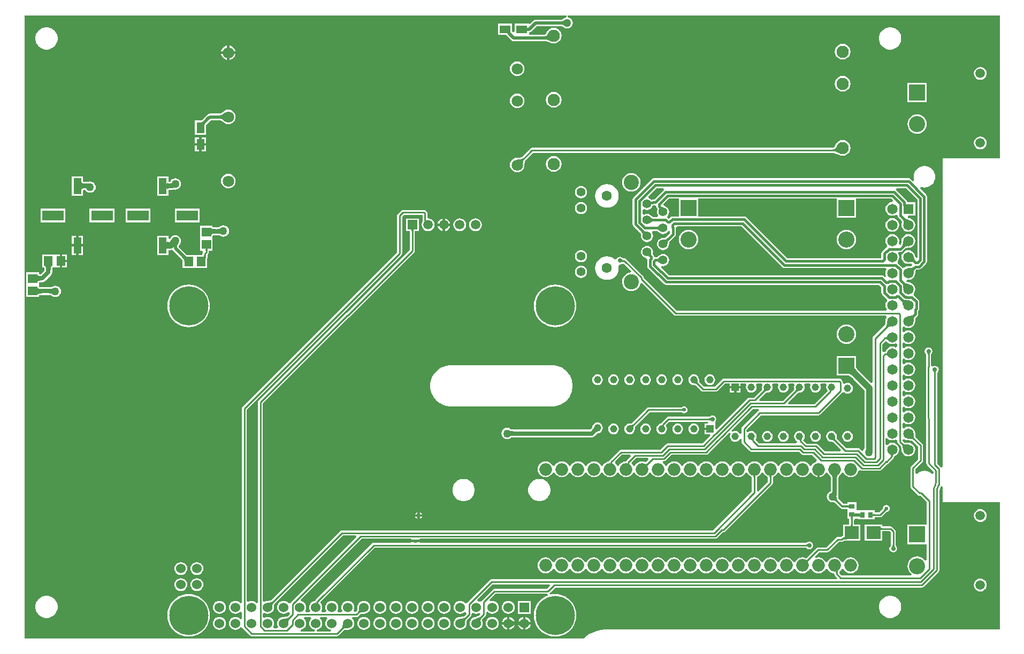
<source format=gtl>
G04*
G04 #@! TF.GenerationSoftware,Altium Limited,Altium Designer,20.0.12 (288)*
G04*
G04 Layer_Physical_Order=1*
G04 Layer_Color=255*
%FSLAX44Y44*%
%MOMM*%
G71*
G01*
G75*
%ADD15C,0.2540*%
%ADD47R,3.4300X1.6500*%
%ADD48R,1.2700X2.5400*%
%ADD49R,2.2500X2.1000*%
%ADD50R,0.9500X0.8000*%
%ADD51R,0.8000X0.9500*%
%ADD52R,1.5000X1.4000*%
%ADD53R,1.4000X1.5000*%
%ADD54R,1.7500X1.2500*%
%ADD55R,1.2500X1.7500*%
%ADD56C,0.3810*%
%ADD57C,1.0000*%
%ADD58C,0.7000*%
%ADD59C,0.5000*%
%ADD60C,0.3000*%
%ADD61C,2.5500*%
%ADD62R,2.5500X2.5500*%
%ADD63C,1.8000*%
%ADD64C,1.5080*%
%ADD65R,1.5080X1.5080*%
%ADD66C,1.4000*%
%ADD67C,2.4000*%
%ADD68C,1.6000*%
%ADD69C,1.6500*%
%ADD70R,1.6500X1.6500*%
%ADD71C,1.1700*%
%ADD72R,1.1700X1.1700*%
%ADD73O,2.0000X2.0000*%
%ADD74C,1.5240*%
%ADD75R,1.5240X1.5240*%
%ADD76C,6.2000*%
%ADD77C,1.9500*%
%ADD78C,0.6000*%
%ADD79C,0.7000*%
%ADD80C,1.2700*%
G36*
X1545000Y760422D02*
X1454127D01*
Y271832D01*
X1451587Y271061D01*
X1451537Y271135D01*
X1445885Y276788D01*
Y420939D01*
X1445902Y421031D01*
X1445929Y421130D01*
X1445961Y421219D01*
X1446000Y421302D01*
X1446046Y421384D01*
X1446104Y421468D01*
X1446122Y421490D01*
X1446355Y421646D01*
X1447690Y423643D01*
X1448159Y426000D01*
X1447690Y428357D01*
X1446355Y430355D01*
X1444357Y431690D01*
X1442000Y432159D01*
X1439644Y431690D01*
X1438425Y430876D01*
X1435996Y431897D01*
X1435885Y432001D01*
Y449939D01*
X1435902Y450031D01*
X1435929Y450130D01*
X1435961Y450218D01*
X1436000Y450302D01*
X1436047Y450383D01*
X1436104Y450467D01*
X1436122Y450490D01*
X1436355Y450645D01*
X1437690Y452643D01*
X1438159Y455000D01*
X1437690Y457356D01*
X1436355Y459355D01*
X1434357Y460689D01*
X1432000Y461158D01*
X1429644Y460689D01*
X1427646Y459355D01*
X1426311Y457356D01*
X1425842Y455000D01*
X1426311Y452643D01*
X1427646Y450645D01*
X1427878Y450490D01*
X1427897Y450467D01*
X1427954Y450383D01*
X1428000Y450302D01*
X1428039Y450218D01*
X1428071Y450130D01*
X1428098Y450031D01*
X1428116Y449939D01*
Y431013D01*
X1427955Y430208D01*
Y348852D01*
X1428251Y347366D01*
X1428495Y347000D01*
Y277614D01*
X1428791Y276128D01*
X1429633Y274867D01*
X1439825Y264675D01*
Y261987D01*
X1438185Y261152D01*
X1437285Y260990D01*
X1434913Y262937D01*
X1431953Y264519D01*
X1428740Y265493D01*
X1425400Y265823D01*
X1422060Y265493D01*
X1418848Y264519D01*
X1415887Y262937D01*
X1413515Y260990D01*
X1412615Y261152D01*
X1410975Y261987D01*
Y268481D01*
X1421997Y279503D01*
X1422839Y280763D01*
X1423135Y282250D01*
Y305650D01*
X1422839Y307137D01*
X1421997Y308397D01*
X1411870Y318524D01*
X1411722Y318757D01*
X1411552Y319111D01*
X1411380Y319586D01*
X1411220Y320180D01*
X1411081Y320888D01*
X1410974Y321679D01*
X1410847Y323689D01*
X1410841Y324580D01*
X1410883Y324900D01*
X1410512Y327717D01*
X1409425Y330342D01*
X1407695Y332595D01*
X1405442Y334325D01*
X1402817Y335412D01*
X1400000Y335783D01*
X1397183Y335412D01*
X1394558Y334325D01*
X1393085Y333194D01*
X1390633Y334204D01*
X1390545Y334289D01*
Y340911D01*
X1390633Y340996D01*
X1393085Y342006D01*
X1394558Y340875D01*
X1397183Y339788D01*
X1400000Y339417D01*
X1402817Y339788D01*
X1405442Y340875D01*
X1407695Y342604D01*
X1409425Y344859D01*
X1410512Y347483D01*
X1410883Y350300D01*
X1410512Y353117D01*
X1409425Y355742D01*
X1407695Y357995D01*
X1405442Y359725D01*
X1402817Y360812D01*
X1400000Y361183D01*
X1397183Y360812D01*
X1394558Y359725D01*
X1393085Y358594D01*
X1390633Y359604D01*
X1390545Y359689D01*
Y366311D01*
X1390633Y366396D01*
X1393085Y367406D01*
X1394558Y366275D01*
X1397183Y365188D01*
X1400000Y364817D01*
X1402817Y365188D01*
X1405442Y366275D01*
X1407695Y368004D01*
X1409425Y370258D01*
X1410512Y372883D01*
X1410883Y375700D01*
X1410512Y378517D01*
X1409425Y381142D01*
X1407695Y383396D01*
X1405442Y385125D01*
X1402817Y386212D01*
X1400000Y386583D01*
X1397183Y386212D01*
X1394558Y385125D01*
X1393085Y383994D01*
X1390633Y385004D01*
X1390545Y385089D01*
Y391711D01*
X1390633Y391796D01*
X1393085Y392806D01*
X1394558Y391675D01*
X1397183Y390588D01*
X1400000Y390217D01*
X1402817Y390588D01*
X1405442Y391675D01*
X1407695Y393405D01*
X1409425Y395658D01*
X1410512Y398283D01*
X1410883Y401100D01*
X1410512Y403917D01*
X1409425Y406542D01*
X1407695Y408796D01*
X1405442Y410525D01*
X1402817Y411612D01*
X1400000Y411983D01*
X1397183Y411612D01*
X1394558Y410525D01*
X1393085Y409394D01*
X1390633Y410404D01*
X1390545Y410489D01*
Y417111D01*
X1390633Y417196D01*
X1393085Y418206D01*
X1394558Y417075D01*
X1397183Y415988D01*
X1400000Y415617D01*
X1402817Y415988D01*
X1405442Y417075D01*
X1407695Y418805D01*
X1409425Y421059D01*
X1410512Y423683D01*
X1410883Y426500D01*
X1410512Y429317D01*
X1409425Y431942D01*
X1407695Y434196D01*
X1405442Y435925D01*
X1402817Y437012D01*
X1400000Y437383D01*
X1397183Y437012D01*
X1394558Y435925D01*
X1393085Y434794D01*
X1390633Y435804D01*
X1390545Y435889D01*
Y442511D01*
X1390633Y442596D01*
X1393085Y443606D01*
X1394558Y442475D01*
X1397183Y441388D01*
X1400000Y441017D01*
X1402817Y441388D01*
X1405442Y442475D01*
X1407695Y444204D01*
X1409425Y446459D01*
X1410512Y449083D01*
X1410883Y451900D01*
X1410512Y454717D01*
X1409425Y457342D01*
X1407695Y459595D01*
X1405442Y461325D01*
X1402817Y462412D01*
X1400000Y462783D01*
X1397183Y462412D01*
X1394558Y461325D01*
X1393085Y460194D01*
X1390633Y461204D01*
X1390545Y461289D01*
Y467911D01*
X1390633Y467996D01*
X1393085Y469006D01*
X1394558Y467875D01*
X1397183Y466788D01*
X1400000Y466417D01*
X1402817Y466788D01*
X1405442Y467875D01*
X1407695Y469604D01*
X1409425Y471858D01*
X1410512Y474483D01*
X1410883Y477300D01*
X1410512Y480117D01*
X1409425Y482742D01*
X1407695Y484995D01*
X1405442Y486725D01*
X1402817Y487812D01*
X1400000Y488183D01*
X1397183Y487812D01*
X1394558Y486725D01*
X1393085Y485594D01*
X1390633Y486604D01*
X1390545Y486689D01*
Y493311D01*
X1390633Y493396D01*
X1393085Y494406D01*
X1394558Y493275D01*
X1397183Y492188D01*
X1400000Y491817D01*
X1402817Y492188D01*
X1405442Y493275D01*
X1407695Y495005D01*
X1409425Y497258D01*
X1410512Y499883D01*
X1410883Y502700D01*
X1410842Y503010D01*
X1410851Y503740D01*
X1410904Y504597D01*
X1410995Y505376D01*
X1411120Y506076D01*
X1411277Y506696D01*
X1411460Y507237D01*
X1411663Y507700D01*
X1411882Y508092D01*
X1412074Y508365D01*
X1414415Y510705D01*
X1414415Y510705D01*
X1415397Y512176D01*
X1415742Y513910D01*
X1415742Y513910D01*
Y519479D01*
X1415900Y519637D01*
X1415900Y519637D01*
X1416882Y521107D01*
X1417227Y522842D01*
X1417227Y522842D01*
Y533358D01*
X1417227Y533358D01*
X1416882Y535093D01*
X1415900Y536563D01*
X1408920Y543543D01*
X1408470Y544374D01*
X1408591Y546972D01*
X1409425Y548059D01*
X1410512Y550683D01*
X1410883Y553500D01*
X1410512Y556317D01*
X1409425Y558942D01*
X1407695Y561195D01*
X1405442Y562925D01*
X1402817Y564012D01*
X1401591Y564174D01*
X1401361Y564254D01*
X1400339Y564397D01*
X1398517Y564760D01*
X1397785Y564959D01*
X1397110Y565183D01*
X1396967Y565241D01*
X1396531Y566041D01*
X1396548Y566105D01*
X1397673Y567808D01*
X1398115Y568112D01*
X1398457Y568220D01*
X1400000Y568017D01*
X1402817Y568388D01*
X1405442Y569475D01*
X1407695Y571204D01*
X1409425Y573459D01*
X1410512Y576083D01*
X1410789Y578187D01*
X1410821Y578297D01*
X1410856Y578694D01*
X1410883Y578900D01*
X1410878Y578942D01*
X1410995Y580285D01*
X1411120Y581064D01*
X1411279Y581791D01*
X1411463Y582435D01*
X1411668Y582997D01*
X1411888Y583479D01*
X1412119Y583882D01*
X1412312Y584152D01*
X1412769Y584609D01*
X1417368D01*
X1419102Y584954D01*
X1420573Y585937D01*
X1428305Y593669D01*
X1428305Y593669D01*
X1429287Y595139D01*
X1429632Y596874D01*
X1429632Y596874D01*
Y699880D01*
X1429287Y701615D01*
X1428305Y703085D01*
X1428305Y703085D01*
X1418439Y712951D01*
X1419785Y715197D01*
X1422060Y714507D01*
X1425400Y714178D01*
X1428740Y714507D01*
X1431953Y715481D01*
X1434913Y717063D01*
X1437507Y719193D01*
X1439637Y721787D01*
X1441219Y724747D01*
X1442193Y727960D01*
X1442522Y731300D01*
X1442193Y734640D01*
X1441219Y737852D01*
X1439637Y740813D01*
X1437507Y743407D01*
X1434913Y745537D01*
X1431953Y747119D01*
X1428740Y748093D01*
X1425400Y748422D01*
X1422060Y748093D01*
X1418848Y747119D01*
X1415887Y745537D01*
X1413293Y743407D01*
X1411163Y740813D01*
X1409581Y737852D01*
X1408607Y734640D01*
X1408277Y731300D01*
X1408607Y727960D01*
X1409297Y725685D01*
X1407051Y724339D01*
X1403835Y727555D01*
X1402365Y728537D01*
X1400630Y728882D01*
X997334D01*
X995600Y728537D01*
X994129Y727555D01*
X964945Y698371D01*
X963963Y696900D01*
X963618Y695166D01*
Y656134D01*
X963963Y654400D01*
X964945Y652929D01*
X975924Y641950D01*
X976378Y641647D01*
X976503Y641522D01*
X976625Y641369D01*
X976807Y641095D01*
X976943Y640843D01*
X977039Y640610D01*
X977103Y640393D01*
X977141Y640182D01*
X977154Y639968D01*
X977144Y639740D01*
X977085Y639361D01*
X977092Y639212D01*
X977057Y639067D01*
X977068Y638997D01*
X976878Y637550D01*
X977206Y635060D01*
X978167Y632739D01*
X979696Y630746D01*
X981689Y629217D01*
X984010Y628256D01*
X986500Y627928D01*
X988990Y628256D01*
X991311Y629217D01*
X993304Y630746D01*
X994833Y632739D01*
X995795Y635060D01*
X996122Y637550D01*
X995795Y640041D01*
X994833Y642361D01*
X994206Y643178D01*
X995459Y645718D01*
X1001419D01*
X1001654Y645683D01*
X1002012Y645593D01*
X1002388Y645461D01*
X1002783Y645281D01*
X1003199Y645050D01*
X1003636Y644763D01*
X1004092Y644416D01*
X1004564Y644007D01*
X1004956Y643628D01*
X1005096Y643446D01*
X1007089Y641917D01*
X1009410Y640956D01*
X1011900Y640628D01*
X1014390Y640956D01*
X1016711Y641917D01*
X1018704Y643446D01*
X1020233Y645439D01*
X1020393Y645824D01*
X1022933Y645319D01*
Y642292D01*
X1016106Y635466D01*
X1015916Y635325D01*
X1015599Y635135D01*
X1015239Y634963D01*
X1014833Y634810D01*
X1014376Y634679D01*
X1013863Y634574D01*
X1013296Y634496D01*
X1012673Y634451D01*
X1012128Y634442D01*
X1011900Y634472D01*
X1009410Y634145D01*
X1007089Y633183D01*
X1005096Y631654D01*
X1003567Y629661D01*
X1002606Y627341D01*
X1002278Y624850D01*
X1002606Y622360D01*
X1003567Y620039D01*
X1005096Y618046D01*
X1007089Y616517D01*
X1009410Y615556D01*
X1011900Y615228D01*
X1014390Y615556D01*
X1016711Y616517D01*
X1018704Y618046D01*
X1020233Y620039D01*
X1021195Y622360D01*
X1021522Y624850D01*
X1021492Y625078D01*
X1021501Y625623D01*
X1021546Y626246D01*
X1021624Y626813D01*
X1021729Y627326D01*
X1021860Y627783D01*
X1022013Y628189D01*
X1022185Y628549D01*
X1022375Y628866D01*
X1022515Y629056D01*
X1030669Y637210D01*
X1030669Y637210D01*
X1031652Y638680D01*
X1031997Y640415D01*
X1031997Y640415D01*
Y650871D01*
X1031997Y650871D01*
X1034132Y653118D01*
X1135973D01*
X1200690Y588400D01*
X1200690Y588400D01*
X1202161Y587418D01*
X1203895Y587073D01*
X1364069D01*
X1365322Y584533D01*
X1365175Y584342D01*
X1364088Y581717D01*
X1363717Y578900D01*
X1364088Y576083D01*
X1364850Y574244D01*
X1362696Y572805D01*
X1361297Y574205D01*
X1359827Y575187D01*
X1358092Y575532D01*
X1020877D01*
X1008600Y587809D01*
X1008957Y588842D01*
X1009912Y590089D01*
X1011900Y589828D01*
X1014390Y590156D01*
X1016711Y591117D01*
X1018704Y592646D01*
X1020233Y594639D01*
X1021195Y596960D01*
X1021522Y599450D01*
X1021195Y601940D01*
X1020233Y604261D01*
X1018704Y606254D01*
X1016711Y607783D01*
X1014390Y608745D01*
X1011900Y609072D01*
X1009410Y608745D01*
X1007089Y607783D01*
X1005096Y606254D01*
X1004956Y606072D01*
X1004564Y605692D01*
X1004092Y605284D01*
X1003636Y604937D01*
X1003199Y604650D01*
X1002784Y604419D01*
X1002388Y604240D01*
X1002012Y604107D01*
X1001654Y604017D01*
X1001419Y603982D01*
X999790D01*
X997699Y604770D01*
X997347Y605889D01*
X997214Y606558D01*
X996232Y608028D01*
X995757Y608503D01*
X995744Y608518D01*
X995600Y608717D01*
X995512Y608865D01*
X995494Y608903D01*
X995498Y608944D01*
X995795Y609660D01*
X996122Y612150D01*
X995795Y614641D01*
X994833Y616961D01*
X993304Y618954D01*
X991311Y620483D01*
X988990Y621445D01*
X986500Y621772D01*
X984010Y621445D01*
X981689Y620483D01*
X979696Y618954D01*
X978167Y616961D01*
X977206Y614641D01*
X976878Y612150D01*
X977206Y609660D01*
X978167Y607339D01*
X979696Y605346D01*
X981689Y603817D01*
X984010Y602856D01*
X984860Y602744D01*
X985013Y602662D01*
X986699Y600220D01*
X986715Y600041D01*
X986677Y599848D01*
Y589811D01*
X987022Y588077D01*
X988004Y586606D01*
X1013165Y561445D01*
X1014635Y560463D01*
X1016370Y560118D01*
X1353585D01*
X1357373Y556330D01*
Y548242D01*
X1357718Y546507D01*
X1358700Y545037D01*
X1365680Y538057D01*
X1366122Y537242D01*
X1366010Y534630D01*
X1365175Y533542D01*
X1364088Y530917D01*
X1363717Y528100D01*
X1364088Y525283D01*
X1365175Y522659D01*
X1365930Y521675D01*
X1364677Y519135D01*
X1033364D01*
X981195Y571304D01*
Y571699D01*
X980899Y573185D01*
X980057Y574446D01*
X953411Y601091D01*
X952151Y601934D01*
X950664Y602229D01*
X948687D01*
X948606Y602245D01*
X948521Y602269D01*
X948447Y602298D01*
X948381Y602330D01*
X948315Y602370D01*
X948247Y602420D01*
X948173Y602485D01*
X948129Y602529D01*
X947912Y602855D01*
X945914Y604189D01*
X943557Y604658D01*
X941201Y604189D01*
X939203Y602855D01*
X938238Y601411D01*
X937942Y601198D01*
X936194Y600748D01*
X935244Y600686D01*
X933350Y602240D01*
X930129Y603962D01*
X926635Y605022D01*
X923000Y605380D01*
X919365Y605022D01*
X915871Y603962D01*
X912650Y602240D01*
X909827Y599923D01*
X907510Y597100D01*
X905788Y593879D01*
X904728Y590384D01*
X904370Y586750D01*
X904728Y583116D01*
X905788Y579621D01*
X907510Y576400D01*
X909827Y573577D01*
X912650Y571260D01*
X915871Y569538D01*
X919365Y568478D01*
X923000Y568120D01*
X926635Y568478D01*
X930129Y569538D01*
X933350Y571260D01*
X936173Y573577D01*
X938490Y576400D01*
X940212Y579621D01*
X941272Y583116D01*
X941630Y586750D01*
X941290Y590203D01*
X941324Y590435D01*
X943318Y592389D01*
X943557Y592342D01*
X945914Y592810D01*
X947912Y594145D01*
X950193Y593322D01*
X961186Y582329D01*
X960269Y579654D01*
X957704Y579316D01*
X954167Y577851D01*
X951130Y575520D01*
X948799Y572483D01*
X947334Y568946D01*
X946834Y565150D01*
X947334Y561354D01*
X948799Y557817D01*
X951130Y554780D01*
X954167Y552449D01*
X957704Y550984D01*
X961500Y550485D01*
X965296Y550984D01*
X968833Y552449D01*
X971870Y554780D01*
X974201Y557817D01*
X975666Y561354D01*
X975770Y562148D01*
X978452Y563059D01*
X1029008Y512503D01*
X1030268Y511661D01*
X1031755Y511365D01*
X1364447D01*
X1365700Y508825D01*
X1365175Y508142D01*
X1364088Y505517D01*
X1363717Y502700D01*
X1363754Y502418D01*
X1363739Y501618D01*
X1363589Y499593D01*
X1363473Y498794D01*
X1363327Y498079D01*
X1363162Y497479D01*
X1362986Y497000D01*
X1362814Y496642D01*
X1362666Y496409D01*
X1344593Y478337D01*
X1343751Y477077D01*
X1343455Y475590D01*
Y405619D01*
X1341109Y404646D01*
X1323380Y422376D01*
X1320151Y425856D01*
X1318873Y427458D01*
X1317867Y428906D01*
X1317290Y429916D01*
Y447290D01*
X1286710D01*
Y416710D01*
X1306267D01*
X1306848Y416376D01*
X1308297Y415362D01*
X1311881Y412317D01*
X1313259Y410986D01*
X1330925Y393320D01*
Y301729D01*
X1330840Y301663D01*
X1329415Y299806D01*
X1328829Y298392D01*
X1326172Y297456D01*
X1323141Y300487D01*
X1321881Y301329D01*
X1320395Y301625D01*
X1301769D01*
X1287199Y316195D01*
X1287135Y316289D01*
X1287044Y316463D01*
X1286959Y316686D01*
X1286883Y316965D01*
X1286824Y317305D01*
X1286788Y317709D01*
X1286780Y318178D01*
X1286806Y318708D01*
X1286875Y319363D01*
X1286855Y319584D01*
X1286962Y320400D01*
X1286674Y322590D01*
X1285829Y324631D01*
X1284484Y326384D01*
X1282731Y327729D01*
X1280690Y328574D01*
X1278500Y328862D01*
X1276310Y328574D01*
X1274269Y327729D01*
X1272516Y326384D01*
X1271171Y324631D01*
X1270326Y322590D01*
X1270038Y320400D01*
X1270326Y318210D01*
X1271171Y316169D01*
X1272516Y314416D01*
X1274269Y313071D01*
X1276310Y312226D01*
X1277281Y312098D01*
X1277521Y312017D01*
X1278249Y311924D01*
X1279532Y311686D01*
X1280020Y311560D01*
X1280466Y311420D01*
X1280841Y311276D01*
X1281144Y311134D01*
X1281375Y311001D01*
X1281479Y310927D01*
X1293515Y298891D01*
X1292543Y296545D01*
X1267788D01*
X1256586Y307747D01*
X1255325Y308589D01*
X1253839Y308885D01*
X1239109D01*
X1233677Y314316D01*
X1233684Y314416D01*
X1235029Y316169D01*
X1235874Y318210D01*
X1236162Y320400D01*
X1235874Y322590D01*
X1235029Y324631D01*
X1233684Y326384D01*
X1231931Y327729D01*
X1229890Y328574D01*
X1227700Y328862D01*
X1225510Y328574D01*
X1223469Y327729D01*
X1221716Y326384D01*
X1220371Y324631D01*
X1219526Y322590D01*
X1219238Y320400D01*
X1219526Y318210D01*
X1220371Y316169D01*
X1221716Y314416D01*
X1223469Y313071D01*
X1223896Y312895D01*
X1224420Y311505D01*
X1222694Y308965D01*
X1164029D01*
X1158018Y314976D01*
X1158030Y315112D01*
X1158034Y315133D01*
X1158829Y316169D01*
X1159674Y318210D01*
X1159962Y320400D01*
X1159674Y322590D01*
X1158829Y324631D01*
X1157484Y326384D01*
X1155731Y327729D01*
X1153690Y328574D01*
X1151500Y328862D01*
X1149310Y328574D01*
X1147269Y327729D01*
X1146425Y327081D01*
X1143885Y328251D01*
Y330891D01*
X1166609Y353615D01*
X1257500D01*
X1258987Y353911D01*
X1260247Y354753D01*
X1295247Y389753D01*
X1295307Y389844D01*
X1296435Y390178D01*
X1298271Y390288D01*
X1298399Y390246D01*
X1299669Y389271D01*
X1301710Y388426D01*
X1303900Y388138D01*
X1306090Y388426D01*
X1308131Y389271D01*
X1309884Y390616D01*
X1311229Y392369D01*
X1312074Y394410D01*
X1312362Y396600D01*
X1312074Y398790D01*
X1311229Y400831D01*
X1309884Y402584D01*
X1308131Y403929D01*
X1306090Y404774D01*
X1303900Y405062D01*
X1301710Y404774D01*
X1299669Y403929D01*
X1298925Y403358D01*
X1296385Y404610D01*
Y406012D01*
X1296089Y407499D01*
X1295247Y408759D01*
X1293399Y410607D01*
X1292139Y411449D01*
X1290652Y411745D01*
X1107860D01*
X1106374Y411449D01*
X1105113Y410607D01*
X1093391Y398885D01*
X1076609D01*
X1069359Y406135D01*
X1069290Y406235D01*
X1069187Y406428D01*
X1069085Y406677D01*
X1068991Y406988D01*
X1068910Y407364D01*
X1068855Y407767D01*
X1068805Y408916D01*
X1068828Y409567D01*
X1068816Y409645D01*
X1068862Y410000D01*
X1068574Y412190D01*
X1067729Y414231D01*
X1066384Y415984D01*
X1064631Y417329D01*
X1062590Y418174D01*
X1060400Y418462D01*
X1058210Y418174D01*
X1056169Y417329D01*
X1054416Y415984D01*
X1053071Y414231D01*
X1052226Y412190D01*
X1051938Y410000D01*
X1052226Y407810D01*
X1053071Y405769D01*
X1054416Y404016D01*
X1056169Y402671D01*
X1058210Y401826D01*
X1059831Y401613D01*
X1059974Y401572D01*
X1060372Y401541D01*
X1060400Y401538D01*
X1060407Y401539D01*
X1061397Y401461D01*
X1061920Y401383D01*
X1062406Y401284D01*
X1062824Y401171D01*
X1063173Y401049D01*
X1063455Y400924D01*
X1063671Y400804D01*
X1063775Y400731D01*
X1072253Y392253D01*
X1073513Y391411D01*
X1075000Y391115D01*
X1095000D01*
X1096487Y391411D01*
X1097747Y392253D01*
X1109469Y403975D01*
X1117710D01*
Y400200D01*
X1126100D01*
X1134490D01*
Y403975D01*
X1142397D01*
X1143759Y401435D01*
X1143326Y400390D01*
X1143038Y398200D01*
X1143326Y396010D01*
X1144171Y393969D01*
X1145516Y392216D01*
X1147269Y390871D01*
X1149310Y390026D01*
X1151500Y389738D01*
X1153690Y390026D01*
X1155731Y390871D01*
X1157484Y392216D01*
X1158829Y393969D01*
X1159674Y396010D01*
X1159962Y398200D01*
X1159674Y400390D01*
X1159241Y401435D01*
X1160603Y403975D01*
X1167797D01*
X1169159Y401435D01*
X1168726Y400390D01*
X1168438Y398200D01*
X1168545Y397384D01*
X1168525Y397163D01*
X1168594Y396508D01*
X1168620Y395978D01*
X1168612Y395509D01*
X1168576Y395105D01*
X1168517Y394765D01*
X1168441Y394486D01*
X1168356Y394263D01*
X1168265Y394089D01*
X1168201Y393995D01*
X1155751Y381545D01*
X1148292D01*
X1146805Y381249D01*
X1145545Y380407D01*
X1096537Y331399D01*
X1094190Y332371D01*
Y339981D01*
X1094190Y340590D01*
X1094277Y343094D01*
X1094355Y343145D01*
X1095690Y345143D01*
X1096158Y347500D01*
X1095690Y349857D01*
X1094355Y351855D01*
X1092357Y353190D01*
X1090000Y353658D01*
X1087643Y353190D01*
X1085645Y351855D01*
X1085490Y351622D01*
X1085468Y351604D01*
X1085384Y351546D01*
X1085302Y351500D01*
X1085219Y351461D01*
X1085130Y351429D01*
X1085031Y351402D01*
X1084939Y351385D01*
X1020000D01*
X1018513Y351089D01*
X1017253Y350247D01*
X1008606Y341600D01*
X1007823Y340429D01*
X1007410Y340374D01*
X1005369Y339529D01*
X1003616Y338184D01*
X1002271Y336431D01*
X1001426Y334390D01*
X1001138Y332200D01*
X1001426Y330010D01*
X1002271Y327969D01*
X1003616Y326216D01*
X1005369Y324871D01*
X1007410Y324026D01*
X1009600Y323738D01*
X1011790Y324026D01*
X1013831Y324871D01*
X1015584Y326216D01*
X1016929Y327969D01*
X1017774Y330010D01*
X1018062Y332200D01*
X1017774Y334390D01*
X1016929Y336431D01*
X1015842Y337848D01*
X1021609Y343615D01*
X1083161D01*
X1083532Y343130D01*
X1082274Y340590D01*
X1077410D01*
Y334200D01*
X1085800D01*
Y330200D01*
X1077410D01*
Y323810D01*
X1085629D01*
X1086601Y321463D01*
X1074263Y309125D01*
X1019374D01*
X1017887Y308829D01*
X1016627Y307987D01*
X1007685Y299045D01*
X945160D01*
X943673Y298749D01*
X942413Y297907D01*
X926806Y282300D01*
X925964Y281039D01*
X925893Y280684D01*
X924495Y280500D01*
X921445Y279237D01*
X918825Y277226D01*
X916815Y274607D01*
X916444Y273710D01*
X913694D01*
X913323Y274607D01*
X911313Y277226D01*
X908693Y279237D01*
X905643Y280500D01*
X902369Y280931D01*
X899095Y280500D01*
X896045Y279237D01*
X893425Y277226D01*
X891415Y274607D01*
X891044Y273710D01*
X888294D01*
X887923Y274607D01*
X885913Y277226D01*
X883293Y279237D01*
X880243Y280500D01*
X876969Y280931D01*
X873695Y280500D01*
X870645Y279237D01*
X868025Y277226D01*
X866015Y274607D01*
X865644Y273710D01*
X862894D01*
X862523Y274607D01*
X860513Y277226D01*
X857893Y279237D01*
X854843Y280500D01*
X851569Y280931D01*
X848295Y280500D01*
X845245Y279237D01*
X842625Y277226D01*
X840615Y274607D01*
X840117Y273403D01*
X837367D01*
X836869Y274607D01*
X834859Y277226D01*
X832239Y279237D01*
X829189Y280500D01*
X825915Y280931D01*
X822641Y280500D01*
X819591Y279237D01*
X816971Y277226D01*
X814961Y274607D01*
X813698Y271556D01*
X813267Y268283D01*
X813698Y265009D01*
X814961Y261959D01*
X816971Y259339D01*
X819591Y257329D01*
X822641Y256066D01*
X825915Y255635D01*
X829189Y256066D01*
X832239Y257329D01*
X834859Y259339D01*
X836869Y261959D01*
X837367Y263163D01*
X840117D01*
X840615Y261959D01*
X842625Y259339D01*
X845245Y257329D01*
X848295Y256066D01*
X851569Y255635D01*
X854843Y256066D01*
X857893Y257329D01*
X860513Y259339D01*
X862523Y261959D01*
X862894Y262856D01*
X865644D01*
X866015Y261959D01*
X868025Y259339D01*
X870645Y257329D01*
X873695Y256066D01*
X876969Y255635D01*
X880243Y256066D01*
X883293Y257329D01*
X885913Y259339D01*
X887923Y261959D01*
X888294Y262856D01*
X891044D01*
X891415Y261959D01*
X893425Y259339D01*
X896045Y257329D01*
X899095Y256066D01*
X902369Y255635D01*
X905643Y256066D01*
X908693Y257329D01*
X911313Y259339D01*
X913323Y261959D01*
X913694Y262856D01*
X916444D01*
X916815Y261959D01*
X918825Y259339D01*
X921445Y257329D01*
X924495Y256066D01*
X927769Y255635D01*
X931043Y256066D01*
X934093Y257329D01*
X936713Y259339D01*
X938723Y261959D01*
X939094Y262856D01*
X941844D01*
X942215Y261959D01*
X944225Y259339D01*
X946845Y257329D01*
X949895Y256066D01*
X953169Y255635D01*
X956443Y256066D01*
X959493Y257329D01*
X962113Y259339D01*
X964123Y261959D01*
X964494Y262856D01*
X967244D01*
X967615Y261959D01*
X969625Y259339D01*
X972245Y257329D01*
X975295Y256066D01*
X978569Y255635D01*
X981843Y256066D01*
X984893Y257329D01*
X987513Y259339D01*
X989523Y261959D01*
X989894Y262856D01*
X992644D01*
X993015Y261959D01*
X995025Y259339D01*
X997645Y257329D01*
X1000695Y256066D01*
X1003969Y255635D01*
X1007243Y256066D01*
X1010293Y257329D01*
X1012913Y259339D01*
X1014923Y261959D01*
X1015294Y262856D01*
X1018044D01*
X1018415Y261959D01*
X1020425Y259339D01*
X1023045Y257329D01*
X1026095Y256066D01*
X1029369Y255635D01*
X1032643Y256066D01*
X1035693Y257329D01*
X1038313Y259339D01*
X1040323Y261959D01*
X1040694Y262856D01*
X1043444D01*
X1043815Y261959D01*
X1045825Y259339D01*
X1048445Y257329D01*
X1051495Y256066D01*
X1054769Y255635D01*
X1058043Y256066D01*
X1061093Y257329D01*
X1063713Y259339D01*
X1065723Y261959D01*
X1066094Y262856D01*
X1068844D01*
X1069215Y261959D01*
X1071225Y259339D01*
X1073845Y257329D01*
X1076895Y256066D01*
X1080169Y255635D01*
X1083443Y256066D01*
X1086493Y257329D01*
X1089113Y259339D01*
X1091123Y261959D01*
X1091494Y262856D01*
X1094244D01*
X1094615Y261959D01*
X1096625Y259339D01*
X1099245Y257329D01*
X1102295Y256066D01*
X1105569Y255635D01*
X1108843Y256066D01*
X1111893Y257329D01*
X1114513Y259339D01*
X1116523Y261959D01*
X1116894Y262856D01*
X1119644D01*
X1120015Y261959D01*
X1122025Y259339D01*
X1124645Y257329D01*
X1127695Y256066D01*
X1130969Y255635D01*
X1134243Y256066D01*
X1137293Y257329D01*
X1139913Y259339D01*
X1141923Y261959D01*
X1142294Y262856D01*
X1145044D01*
X1145415Y261959D01*
X1147425Y259339D01*
X1150045Y257329D01*
X1152484Y256319D01*
Y232978D01*
X1090891Y171385D01*
X503700D01*
X502213Y171089D01*
X500953Y170247D01*
X391559Y60852D01*
X391361Y60724D01*
X391048Y60570D01*
X390628Y60413D01*
X390104Y60266D01*
X389476Y60137D01*
X388778Y60037D01*
X386980Y59917D01*
X386179Y59911D01*
X385900Y59948D01*
X383248Y59598D01*
X380776Y58575D01*
X378355Y59918D01*
Y372861D01*
X513783Y508289D01*
X514262Y508385D01*
X515522Y509227D01*
X617747Y611452D01*
X618589Y612712D01*
X618885Y614199D01*
Y645170D01*
X625080D01*
Y665330D01*
X604920D01*
Y645170D01*
X611115D01*
Y615808D01*
X510966Y515658D01*
X510487Y515563D01*
X509227Y514720D01*
X371723Y377217D01*
X370881Y375957D01*
X370586Y374470D01*
Y57418D01*
X368046Y56556D01*
X367746Y56946D01*
X365624Y58575D01*
X363152Y59598D01*
X360500Y59948D01*
X357848Y59598D01*
X355376Y58575D01*
X352955Y59918D01*
Y362711D01*
X597747Y607503D01*
X598589Y608764D01*
X598885Y610250D01*
Y668391D01*
X601609Y671115D01*
X631115D01*
Y662709D01*
X631411Y661223D01*
X631628Y660898D01*
X631195Y660333D01*
X630179Y657881D01*
X629833Y655250D01*
X630179Y652619D01*
X631195Y650166D01*
X632811Y648061D01*
X634916Y646445D01*
X637369Y645430D01*
X640000Y645083D01*
X642631Y645430D01*
X645083Y646445D01*
X647189Y648061D01*
X648805Y650166D01*
X649820Y652619D01*
X650167Y655250D01*
X649820Y657881D01*
X648805Y660333D01*
X647189Y662439D01*
X645083Y664055D01*
X642631Y665070D01*
X640000Y665417D01*
X638885Y666395D01*
Y673512D01*
X638589Y674999D01*
X637747Y676259D01*
X636259Y677747D01*
X634999Y678589D01*
X633512Y678885D01*
X600000D01*
X598513Y678589D01*
X597253Y677747D01*
X592253Y672747D01*
X591411Y671487D01*
X591115Y670000D01*
Y611859D01*
X346323Y367067D01*
X345481Y365806D01*
X345186Y364320D01*
Y57418D01*
X342645Y56556D01*
X342346Y56946D01*
X340224Y58575D01*
X337752Y59598D01*
X335100Y59948D01*
X332448Y59598D01*
X329976Y58575D01*
X327854Y56946D01*
X326225Y54824D01*
X325201Y52352D01*
X324852Y49700D01*
X325201Y47048D01*
X326225Y44576D01*
X327854Y42454D01*
X329976Y40825D01*
X332448Y39801D01*
X335100Y39452D01*
X337752Y39801D01*
X340224Y40825D01*
X342346Y42454D01*
X342645Y42844D01*
X345186Y41982D01*
Y32018D01*
X342645Y31156D01*
X342346Y31546D01*
X340224Y33175D01*
X337752Y34199D01*
X335100Y34548D01*
X332448Y34199D01*
X329976Y33175D01*
X327854Y31546D01*
X326225Y29424D01*
X325201Y26952D01*
X324852Y24300D01*
X325201Y21648D01*
X326225Y19176D01*
X327854Y17054D01*
X329976Y15425D01*
X332448Y14402D01*
X335100Y14052D01*
X337752Y14402D01*
X340224Y15425D01*
X342346Y17054D01*
X342941Y17829D01*
X343736Y17907D01*
X345878Y17485D01*
X346323Y16819D01*
X358099Y5043D01*
X359359Y4201D01*
X360846Y3905D01*
X495614D01*
X497100Y4201D01*
X498361Y5043D01*
X506808Y13490D01*
X507003Y13616D01*
X507298Y13757D01*
X507689Y13893D01*
X508180Y14014D01*
X508770Y14110D01*
X509422Y14171D01*
X511139Y14182D01*
X512114Y14121D01*
X512245Y14139D01*
X512900Y14052D01*
X515552Y14402D01*
X518024Y15425D01*
X520146Y17054D01*
X521775Y19176D01*
X522799Y21648D01*
X523148Y24300D01*
X522799Y26952D01*
X521775Y29424D01*
X520146Y31546D01*
X519910Y31728D01*
X520772Y34268D01*
X526752D01*
X528239Y34563D01*
X529499Y35405D01*
X532641Y38548D01*
X532839Y38676D01*
X533153Y38830D01*
X533572Y38987D01*
X534096Y39134D01*
X534724Y39263D01*
X535423Y39363D01*
X537220Y39483D01*
X538021Y39489D01*
X538300Y39452D01*
X540952Y39801D01*
X543424Y40825D01*
X545546Y42454D01*
X547175Y44576D01*
X548199Y47048D01*
X548548Y49700D01*
X548199Y52352D01*
X547175Y54824D01*
X545546Y56946D01*
X543424Y58575D01*
X540952Y59598D01*
X538300Y59948D01*
X535648Y59598D01*
X533176Y58575D01*
X531054Y56946D01*
X529425Y54824D01*
X528401Y52352D01*
X528052Y49700D01*
X528089Y49421D01*
X528083Y48620D01*
X527963Y46822D01*
X527863Y46124D01*
X527734Y45497D01*
X527587Y44972D01*
X527430Y44553D01*
X527276Y44239D01*
X527148Y44041D01*
X525365Y42259D01*
X523003Y42485D01*
X521808Y44656D01*
X522799Y47048D01*
X523148Y49700D01*
X522799Y52352D01*
X521775Y54824D01*
X520146Y56946D01*
X518024Y58575D01*
X515552Y59598D01*
X512900Y59948D01*
X510248Y59598D01*
X507776Y58575D01*
X505654Y56946D01*
X504025Y54824D01*
X503002Y52352D01*
X502652Y49700D01*
X503002Y47048D01*
X504025Y44576D01*
X502772Y42037D01*
X497628D01*
X496375Y44576D01*
X497398Y47048D01*
X497748Y49700D01*
X497398Y52352D01*
X496375Y54824D01*
X494746Y56946D01*
X492624Y58575D01*
X490152Y59598D01*
X487500Y59948D01*
X484848Y59598D01*
X482376Y58575D01*
X480254Y56946D01*
X478625Y54824D01*
X477602Y52352D01*
X477252Y49700D01*
X477602Y47048D01*
X478625Y44576D01*
X477372Y42037D01*
X472228D01*
X470975Y44576D01*
X471998Y47048D01*
X472348Y49700D01*
X471998Y52352D01*
X470975Y54824D01*
X469346Y56946D01*
X469291Y57797D01*
X555609Y144116D01*
X1238002D01*
X1238057Y144104D01*
X1238112Y144087D01*
X1238151Y144071D01*
X1238181Y144054D01*
X1238210Y144035D01*
X1238242Y144007D01*
X1238284Y143964D01*
X1238406Y143811D01*
X1238507Y143727D01*
X1238895Y143145D01*
X1240893Y141811D01*
X1243250Y141342D01*
X1245607Y141811D01*
X1247605Y143145D01*
X1248940Y145143D01*
X1249408Y147500D01*
X1248940Y149857D01*
X1247605Y151855D01*
X1245607Y153190D01*
X1243250Y153658D01*
X1240893Y153190D01*
X1239850Y152493D01*
X1239619Y152388D01*
X1239417Y152243D01*
X1239282Y152159D01*
X1239149Y152088D01*
X1239018Y152028D01*
X1238885Y151978D01*
X1238749Y151937D01*
X1238608Y151905D01*
X1238482Y151885D01*
X627530D01*
X626817Y152810D01*
X613183D01*
X612469Y151885D01*
X554000D01*
X552513Y151589D01*
X551253Y150747D01*
X461695Y61189D01*
X460853Y59929D01*
X460823Y59780D01*
X459448Y59598D01*
X456976Y58575D01*
X454854Y56946D01*
X453225Y54824D01*
X452201Y52352D01*
X451852Y49700D01*
X452201Y47048D01*
X453225Y44576D01*
X451972Y42037D01*
X446828D01*
X445575Y44576D01*
X446599Y47048D01*
X446948Y49700D01*
X446599Y52352D01*
X445575Y54824D01*
X443946Y56946D01*
X441824Y58575D01*
X439352Y59598D01*
X438590Y62261D01*
X534865Y158535D01*
X613004D01*
X614079Y156810D01*
X625920D01*
X626996Y158535D01*
X1094604D01*
X1096091Y158831D01*
X1097351Y159673D01*
X1106293Y168615D01*
X1107500D01*
X1108987Y168911D01*
X1110247Y169753D01*
X1184516Y244022D01*
X1185358Y245282D01*
X1185654Y246769D01*
Y256319D01*
X1188093Y257329D01*
X1190713Y259339D01*
X1192723Y261959D01*
X1193094Y262856D01*
X1195844D01*
X1196215Y261959D01*
X1198225Y259339D01*
X1200845Y257329D01*
X1203895Y256066D01*
X1207169Y255635D01*
X1210443Y256066D01*
X1213493Y257329D01*
X1216113Y259339D01*
X1218123Y261959D01*
X1218494Y262856D01*
X1221244D01*
X1221615Y261959D01*
X1223625Y259339D01*
X1226245Y257329D01*
X1229295Y256066D01*
X1232569Y255635D01*
X1235843Y256066D01*
X1238893Y257329D01*
X1241513Y259339D01*
X1243523Y261959D01*
X1243894Y262856D01*
X1246644D01*
X1247015Y261959D01*
X1249025Y259339D01*
X1251645Y257329D01*
X1254695Y256066D01*
X1255969Y255898D01*
Y268283D01*
X1259969D01*
Y255898D01*
X1261243Y256066D01*
X1264293Y257329D01*
X1266913Y259339D01*
X1268923Y261959D01*
X1269294Y262856D01*
X1272044D01*
X1272415Y261959D01*
X1274425Y259339D01*
X1276668Y257619D01*
X1276800Y257191D01*
X1276990Y256252D01*
X1277211Y253916D01*
Y233783D01*
X1277192Y233615D01*
X1277163Y233447D01*
X1275517Y232765D01*
X1273660Y231340D01*
X1272235Y229483D01*
X1271339Y227321D01*
X1271033Y225000D01*
X1271339Y222679D01*
X1272235Y220517D01*
X1273660Y218660D01*
X1275517Y217235D01*
X1277679Y216339D01*
X1280000Y216033D01*
X1280193Y216059D01*
X1280768Y216051D01*
X1281386Y216013D01*
X1281943Y215946D01*
X1282436Y215856D01*
X1282865Y215746D01*
X1283232Y215620D01*
X1283539Y215484D01*
X1283791Y215342D01*
X1283935Y215240D01*
X1292587Y206587D01*
X1293924Y205695D01*
X1295500Y205381D01*
X1303474D01*
Y189960D01*
X1306365D01*
Y181040D01*
X1296460D01*
Y162655D01*
X1296020D01*
X1294533Y162359D01*
X1293273Y161517D01*
X1292891Y161135D01*
X1288500D01*
X1287013Y160839D01*
X1286989Y160823D01*
X1286759Y160777D01*
X1285499Y159935D01*
X1270139Y144575D01*
X1257014D01*
X1255527Y144279D01*
X1254267Y143437D01*
X1238174Y127344D01*
X1235734Y128354D01*
X1232460Y128785D01*
X1229187Y128354D01*
X1226136Y127091D01*
X1223517Y125080D01*
X1221507Y122461D01*
X1221135Y121564D01*
X1218386D01*
X1218014Y122461D01*
X1216004Y125080D01*
X1213385Y127091D01*
X1210334Y128354D01*
X1207060Y128785D01*
X1203787Y128354D01*
X1200736Y127091D01*
X1198117Y125080D01*
X1196107Y122461D01*
X1195735Y121564D01*
X1192986D01*
X1192614Y122461D01*
X1190604Y125080D01*
X1187985Y127091D01*
X1184934Y128354D01*
X1181661Y128785D01*
X1178387Y128354D01*
X1175336Y127091D01*
X1172717Y125080D01*
X1170707Y122461D01*
X1170335Y121564D01*
X1167586D01*
X1167214Y122461D01*
X1165204Y125080D01*
X1162585Y127091D01*
X1159534Y128354D01*
X1156261Y128785D01*
X1152987Y128354D01*
X1149936Y127091D01*
X1147317Y125080D01*
X1145307Y122461D01*
X1144935Y121564D01*
X1142186D01*
X1141814Y122461D01*
X1139804Y125080D01*
X1137185Y127091D01*
X1134134Y128354D01*
X1130861Y128785D01*
X1127587Y128354D01*
X1124536Y127091D01*
X1121917Y125080D01*
X1119907Y122461D01*
X1119535Y121564D01*
X1116786D01*
X1116414Y122461D01*
X1114404Y125080D01*
X1111785Y127091D01*
X1108734Y128354D01*
X1105461Y128785D01*
X1102187Y128354D01*
X1099136Y127091D01*
X1096517Y125080D01*
X1094507Y122461D01*
X1094135Y121564D01*
X1091386D01*
X1091014Y122461D01*
X1089004Y125080D01*
X1086385Y127091D01*
X1083334Y128354D01*
X1080061Y128785D01*
X1076787Y128354D01*
X1073736Y127091D01*
X1071117Y125080D01*
X1069107Y122461D01*
X1068735Y121564D01*
X1065986D01*
X1065614Y122461D01*
X1063604Y125080D01*
X1060985Y127091D01*
X1057934Y128354D01*
X1054660Y128785D01*
X1051387Y128354D01*
X1048336Y127091D01*
X1045717Y125080D01*
X1043707Y122461D01*
X1043335Y121564D01*
X1040586D01*
X1040214Y122461D01*
X1038204Y125080D01*
X1035585Y127091D01*
X1032534Y128354D01*
X1029260Y128785D01*
X1025987Y128354D01*
X1022936Y127091D01*
X1020317Y125080D01*
X1018307Y122461D01*
X1017935Y121564D01*
X1015186D01*
X1014814Y122461D01*
X1012804Y125080D01*
X1010185Y127091D01*
X1007134Y128354D01*
X1003860Y128785D01*
X1000587Y128354D01*
X997536Y127091D01*
X994917Y125080D01*
X992907Y122461D01*
X992535Y121564D01*
X989786D01*
X989414Y122461D01*
X987404Y125080D01*
X984785Y127091D01*
X981734Y128354D01*
X978460Y128785D01*
X975187Y128354D01*
X972136Y127091D01*
X969517Y125080D01*
X967507Y122461D01*
X967135Y121564D01*
X964386D01*
X964014Y122461D01*
X962004Y125080D01*
X959385Y127091D01*
X956334Y128354D01*
X953061Y128785D01*
X949787Y128354D01*
X946736Y127091D01*
X944117Y125080D01*
X942107Y122461D01*
X941735Y121564D01*
X938986D01*
X938614Y122461D01*
X936604Y125080D01*
X933985Y127091D01*
X930934Y128354D01*
X927661Y128785D01*
X924387Y128354D01*
X921336Y127091D01*
X918717Y125080D01*
X916707Y122461D01*
X916335Y121564D01*
X913586D01*
X913214Y122461D01*
X911204Y125080D01*
X908585Y127091D01*
X905534Y128354D01*
X902261Y128785D01*
X898987Y128354D01*
X895936Y127091D01*
X893317Y125080D01*
X891307Y122461D01*
X890935Y121564D01*
X888186D01*
X887814Y122461D01*
X885804Y125080D01*
X883185Y127091D01*
X880134Y128354D01*
X876861Y128785D01*
X873587Y128354D01*
X870536Y127091D01*
X867917Y125080D01*
X865907Y122461D01*
X865535Y121564D01*
X862786D01*
X862414Y122461D01*
X860404Y125080D01*
X857785Y127091D01*
X854734Y128354D01*
X851460Y128785D01*
X848187Y128354D01*
X845136Y127091D01*
X842517Y125080D01*
X840507Y122461D01*
X840135Y121564D01*
X837386D01*
X837014Y122461D01*
X835004Y125080D01*
X832385Y127091D01*
X829334Y128354D01*
X826060Y128785D01*
X822787Y128354D01*
X819736Y127091D01*
X817117Y125080D01*
X815107Y122461D01*
X813843Y119410D01*
X813412Y116137D01*
X813843Y112863D01*
X815107Y109813D01*
X817117Y107193D01*
X819736Y105183D01*
X822787Y103920D01*
X826060Y103489D01*
X829334Y103920D01*
X832385Y105183D01*
X835004Y107193D01*
X837014Y109813D01*
X837386Y110710D01*
X840135D01*
X840507Y109813D01*
X842517Y107193D01*
X845136Y105183D01*
X848187Y103920D01*
X851460Y103489D01*
X854734Y103920D01*
X857785Y105183D01*
X860404Y107193D01*
X862414Y109813D01*
X862786Y110710D01*
X865535D01*
X865907Y109813D01*
X867917Y107193D01*
X870536Y105183D01*
X873587Y103920D01*
X876861Y103489D01*
X880134Y103920D01*
X883185Y105183D01*
X885804Y107193D01*
X887814Y109813D01*
X888186Y110710D01*
X890935D01*
X891307Y109813D01*
X893317Y107193D01*
X895936Y105183D01*
X898987Y103920D01*
X902261Y103489D01*
X905534Y103920D01*
X908585Y105183D01*
X911204Y107193D01*
X913214Y109813D01*
X913586Y110710D01*
X916335D01*
X916707Y109813D01*
X918717Y107193D01*
X921336Y105183D01*
X924387Y103920D01*
X927661Y103489D01*
X930934Y103920D01*
X933985Y105183D01*
X936604Y107193D01*
X938614Y109813D01*
X938986Y110710D01*
X941735D01*
X942107Y109813D01*
X944117Y107193D01*
X946736Y105183D01*
X949787Y103920D01*
X953061Y103489D01*
X956334Y103920D01*
X959385Y105183D01*
X962004Y107193D01*
X964014Y109813D01*
X964386Y110710D01*
X967135D01*
X967507Y109813D01*
X969517Y107193D01*
X972136Y105183D01*
X975187Y103920D01*
X978460Y103489D01*
X981734Y103920D01*
X984785Y105183D01*
X987404Y107193D01*
X989414Y109813D01*
X989786Y110710D01*
X992535D01*
X992907Y109813D01*
X994917Y107193D01*
X997536Y105183D01*
X1000587Y103920D01*
X1003860Y103489D01*
X1007134Y103920D01*
X1010185Y105183D01*
X1012804Y107193D01*
X1014814Y109813D01*
X1015186Y110710D01*
X1017935D01*
X1018307Y109813D01*
X1020317Y107193D01*
X1022936Y105183D01*
X1025987Y103920D01*
X1029260Y103489D01*
X1032534Y103920D01*
X1035585Y105183D01*
X1038204Y107193D01*
X1040214Y109813D01*
X1040586Y110710D01*
X1043335D01*
X1043707Y109813D01*
X1045717Y107193D01*
X1048336Y105183D01*
X1051387Y103920D01*
X1054660Y103489D01*
X1057934Y103920D01*
X1060985Y105183D01*
X1063604Y107193D01*
X1065614Y109813D01*
X1065986Y110710D01*
X1068735D01*
X1069107Y109813D01*
X1071117Y107193D01*
X1073736Y105183D01*
X1076787Y103920D01*
X1080061Y103489D01*
X1083334Y103920D01*
X1086385Y105183D01*
X1089004Y107193D01*
X1091014Y109813D01*
X1091386Y110710D01*
X1094135D01*
X1094507Y109813D01*
X1096517Y107193D01*
X1099136Y105183D01*
X1102187Y103920D01*
X1105461Y103489D01*
X1108734Y103920D01*
X1111785Y105183D01*
X1114404Y107193D01*
X1116414Y109813D01*
X1116786Y110710D01*
X1119535D01*
X1119907Y109813D01*
X1121917Y107193D01*
X1124536Y105183D01*
X1127587Y103920D01*
X1130861Y103489D01*
X1134134Y103920D01*
X1137185Y105183D01*
X1139804Y107193D01*
X1141814Y109813D01*
X1142186Y110710D01*
X1144935D01*
X1145307Y109813D01*
X1147317Y107193D01*
X1149936Y105183D01*
X1152987Y103920D01*
X1156261Y103489D01*
X1159534Y103920D01*
X1162585Y105183D01*
X1165204Y107193D01*
X1167214Y109813D01*
X1167586Y110710D01*
X1170335D01*
X1170707Y109813D01*
X1172717Y107193D01*
X1175336Y105183D01*
X1178387Y103920D01*
X1181661Y103489D01*
X1184934Y103920D01*
X1187985Y105183D01*
X1190604Y107193D01*
X1192614Y109813D01*
X1192986Y110710D01*
X1195735D01*
X1196107Y109813D01*
X1198117Y107193D01*
X1200736Y105183D01*
X1203787Y103920D01*
X1207060Y103489D01*
X1210334Y103920D01*
X1213385Y105183D01*
X1216004Y107193D01*
X1218014Y109813D01*
X1218386Y110710D01*
X1221135D01*
X1221507Y109813D01*
X1223517Y107193D01*
X1226136Y105183D01*
X1229187Y103920D01*
X1232460Y103489D01*
X1235734Y103920D01*
X1238785Y105183D01*
X1241404Y107193D01*
X1243414Y109813D01*
X1243786Y110710D01*
X1246535D01*
X1246907Y109813D01*
X1248917Y107193D01*
X1251536Y105183D01*
X1254587Y103920D01*
X1257860Y103489D01*
X1261134Y103920D01*
X1264185Y105183D01*
X1266804Y107193D01*
X1268814Y109813D01*
X1269186Y110710D01*
X1271935D01*
X1272307Y109813D01*
X1274317Y107193D01*
X1276936Y105183D01*
X1279987Y103920D01*
X1282717Y103560D01*
Y102399D01*
X1283012Y100912D01*
X1283855Y99652D01*
X1287275Y96231D01*
X1286303Y93884D01*
X740236D01*
X738749Y93589D01*
X737489Y92747D01*
X701923Y57181D01*
X701479Y56515D01*
X699336Y56093D01*
X698541Y56171D01*
X697946Y56946D01*
X695824Y58575D01*
X693352Y59598D01*
X690700Y59948D01*
X688048Y59598D01*
X685576Y58575D01*
X683454Y56946D01*
X681825Y54824D01*
X680801Y52352D01*
X680452Y49700D01*
X680801Y47048D01*
X681825Y44576D01*
X683454Y42454D01*
X685576Y40825D01*
X688048Y39801D01*
X690700Y39452D01*
X693352Y39801D01*
X695824Y40825D01*
X697818Y42356D01*
X698622Y42160D01*
X700296Y41431D01*
X700519Y39612D01*
X696359Y35452D01*
X696161Y35324D01*
X695847Y35170D01*
X695428Y35013D01*
X694903Y34866D01*
X694276Y34737D01*
X693578Y34637D01*
X691780Y34517D01*
X690979Y34511D01*
X690700Y34548D01*
X688048Y34199D01*
X685576Y33175D01*
X683454Y31546D01*
X681825Y29424D01*
X680801Y26952D01*
X680452Y24300D01*
X680801Y21648D01*
X681825Y19176D01*
X683454Y17054D01*
X685576Y15425D01*
X688048Y14402D01*
X690700Y14052D01*
X693352Y14402D01*
X695824Y15425D01*
X697946Y17054D01*
X699575Y19176D01*
X700599Y21648D01*
X700948Y24300D01*
X700911Y24579D01*
X700917Y25380D01*
X701037Y27178D01*
X701137Y27876D01*
X701266Y28504D01*
X701413Y29028D01*
X701570Y29447D01*
X701724Y29761D01*
X701852Y29959D01*
X707417Y35523D01*
X708259Y36784D01*
X708555Y38270D01*
Y39482D01*
X710976Y40825D01*
X713448Y39801D01*
X716100Y39452D01*
X718752Y39801D01*
X721224Y40825D01*
X722733Y38800D01*
X720260Y36328D01*
X720088Y36212D01*
X719734Y36020D01*
X719249Y35798D01*
X718703Y35583D01*
X715050Y34529D01*
X713927Y34276D01*
X713926Y34276D01*
X713926Y34275D01*
X713881Y34255D01*
X713448Y34199D01*
X710976Y33175D01*
X708854Y31546D01*
X707225Y29424D01*
X706201Y26952D01*
X705852Y24300D01*
X706201Y21648D01*
X707225Y19176D01*
X708854Y17054D01*
X710976Y15425D01*
X713448Y14402D01*
X716100Y14052D01*
X718752Y14402D01*
X721224Y15425D01*
X723346Y17054D01*
X724975Y19176D01*
X725999Y21648D01*
X726348Y24300D01*
X726051Y26557D01*
X726050Y26584D01*
X726041Y26627D01*
X725999Y26952D01*
X725947Y27077D01*
X725860Y27493D01*
X725743Y28259D01*
X725685Y28939D01*
X725679Y29531D01*
X725718Y30032D01*
X725792Y30442D01*
X725890Y30765D01*
X726002Y31014D01*
X726119Y31199D01*
X730664Y35744D01*
X731506Y37004D01*
X731802Y38491D01*
Y41477D01*
X733930Y42325D01*
X734342Y42386D01*
X736376Y40825D01*
X738848Y39801D01*
X741500Y39452D01*
X744152Y39801D01*
X746624Y40825D01*
X748746Y42454D01*
X750375Y44576D01*
X751398Y47048D01*
X751748Y49700D01*
X751398Y52352D01*
X750375Y54824D01*
X748746Y56946D01*
X746624Y58575D01*
X744152Y59598D01*
X741500Y59948D01*
X738848Y59598D01*
X738569Y59483D01*
X737130Y61636D01*
X746609Y71115D01*
X828079D01*
X828947Y71115D01*
X829026Y71070D01*
X829471Y68604D01*
X829059Y68357D01*
X825726Y66977D01*
X821225Y64218D01*
X817210Y60790D01*
X813782Y56775D01*
X811023Y52274D01*
X809003Y47396D01*
X807770Y42263D01*
X807356Y37000D01*
X807770Y31737D01*
X809003Y26604D01*
X811023Y21726D01*
X813782Y17225D01*
X817210Y13210D01*
X821225Y9782D01*
X825726Y7023D01*
X830603Y5003D01*
X835737Y3771D01*
X841000Y3356D01*
X846263Y3771D01*
X851396Y5003D01*
X856274Y7023D01*
X860775Y9782D01*
X864790Y13210D01*
X868218Y17225D01*
X870977Y21726D01*
X872997Y26604D01*
X874230Y31737D01*
X874644Y37000D01*
X874230Y42263D01*
X872997Y47396D01*
X870977Y52274D01*
X868218Y56775D01*
X864790Y60790D01*
X860775Y64218D01*
X856274Y66977D01*
X851396Y68997D01*
X846263Y70230D01*
X841000Y70644D01*
X835737Y70230D01*
X833986Y69809D01*
X832156Y71982D01*
X832231Y72155D01*
X833491Y72997D01*
X841529Y81035D01*
X1421708D01*
X1423194Y81331D01*
X1424454Y82173D01*
X1447827Y105546D01*
X1448669Y106806D01*
X1448965Y108292D01*
Y235097D01*
X1449710Y236313D01*
X1451349Y240269D01*
X1451587Y241260D01*
X1454127Y240959D01*
Y216422D01*
X1545000D01*
Y14417D01*
X921127Y14417D01*
X918731Y14359D01*
X913962Y13901D01*
X909259Y12988D01*
X904665Y11629D01*
X900222Y9837D01*
X895971Y7627D01*
X891951Y5021D01*
X888276Y2105D01*
X888198Y2042D01*
X886433Y422D01*
D01*
X886433Y422D01*
X1126D01*
Y986422D01*
X859191D01*
X859358Y983882D01*
X857679Y983661D01*
X855516Y982765D01*
X853659Y981340D01*
X853555Y981204D01*
X853381Y981041D01*
X853138Y980850D01*
X852882Y980683D01*
X852608Y980536D01*
X852311Y980408D01*
X851987Y980300D01*
X851632Y980212D01*
X851242Y980146D01*
X851160Y980139D01*
X810000D01*
X808033Y979747D01*
X806366Y978633D01*
X800942Y973209D01*
X799540Y973790D01*
Y973790D01*
X776960D01*
Y961230D01*
X774514Y960149D01*
X773139Y961248D01*
Y961250D01*
X773040Y961746D01*
Y973790D01*
X750460D01*
Y956210D01*
X763636D01*
X764366Y955116D01*
X771916Y947566D01*
X773583Y946452D01*
X775550Y946061D01*
X826028D01*
X826311Y946029D01*
X827762Y945733D01*
X828499Y945532D01*
X832658Y944033D01*
X833834Y943532D01*
X833835Y943532D01*
X833836Y943531D01*
X834088Y943479D01*
X835542Y942876D01*
X838750Y942454D01*
X841958Y942876D01*
X844948Y944115D01*
X847515Y946085D01*
X849485Y948652D01*
X850724Y951642D01*
X851146Y954850D01*
X850724Y958058D01*
X849485Y961048D01*
X847515Y963615D01*
X844948Y965585D01*
X841958Y966824D01*
X838750Y967246D01*
X835542Y966824D01*
X832552Y965585D01*
X829985Y963615D01*
X828015Y961048D01*
X827507Y959823D01*
X827387Y959658D01*
X827009Y958838D01*
X826656Y958226D01*
X826293Y957722D01*
X825924Y957318D01*
X825550Y956998D01*
X825165Y956749D01*
X824757Y956557D01*
X824306Y956416D01*
X823869Y956339D01*
X799540D01*
Y959861D01*
X800000D01*
X801966Y960252D01*
X803633Y961366D01*
X812128Y969861D01*
X851160D01*
X851242Y969853D01*
X851632Y969787D01*
X851987Y969700D01*
X852311Y969591D01*
X852608Y969464D01*
X852882Y969317D01*
X853138Y969149D01*
X853381Y968958D01*
X853555Y968796D01*
X853659Y968659D01*
X855516Y967234D01*
X857679Y966339D01*
X860000Y966033D01*
X862321Y966339D01*
X864483Y967234D01*
X866340Y968659D01*
X867765Y970517D01*
X868661Y972679D01*
X868967Y975000D01*
X868661Y977321D01*
X867765Y979483D01*
X866340Y981340D01*
X864483Y982765D01*
X862321Y983661D01*
X860642Y983882D01*
X860809Y986422D01*
X1545000D01*
Y760422D01*
D02*
G37*
G36*
X855465Y970555D02*
X855071Y970924D01*
X854650Y971255D01*
X854204Y971547D01*
X853732Y971800D01*
X853234Y972014D01*
X852709Y972189D01*
X852159Y972325D01*
X851583Y972422D01*
X850981Y972480D01*
X850353Y972500D01*
Y977500D01*
X850981Y977519D01*
X851583Y977578D01*
X852159Y977675D01*
X852709Y977811D01*
X853234Y977986D01*
X853732Y978200D01*
X854204Y978453D01*
X854650Y978745D01*
X855071Y979075D01*
X855465Y979445D01*
Y970555D01*
D02*
G37*
G36*
X797000Y967930D02*
X797091Y967839D01*
X797242Y967760D01*
X797454Y967691D01*
X797727Y967633D01*
X798061Y967585D01*
X798909Y967521D01*
X800000Y967500D01*
Y962500D01*
X799424Y962495D01*
X797727Y962367D01*
X797454Y962309D01*
X797242Y962240D01*
X797091Y962160D01*
X797000Y962070D01*
X796970Y961969D01*
Y968030D01*
X797000Y967930D01*
D02*
G37*
G36*
X834848Y945915D02*
X833605Y946444D01*
X829280Y948004D01*
X828361Y948254D01*
X826718Y948589D01*
X825994Y948672D01*
X825334Y948700D01*
X823218Y953700D01*
X824095Y953749D01*
X824921Y953895D01*
X825698Y954138D01*
X826425Y954480D01*
X827102Y954918D01*
X827729Y955454D01*
X828306Y956087D01*
X828834Y956818D01*
X829311Y957646D01*
X829738Y958572D01*
X834848Y945915D01*
D02*
G37*
G36*
X1012729Y712922D02*
X1013167Y710928D01*
X1012982Y710805D01*
X1012982Y710805D01*
X997608Y695430D01*
X996253D01*
X994519Y695085D01*
X994171Y694852D01*
X993776Y694884D01*
X993524Y694921D01*
X993476Y694930D01*
X993304Y695154D01*
X991311Y696683D01*
X989429Y697463D01*
X988812Y698928D01*
X988628Y700254D01*
X1001842Y713468D01*
X1012396D01*
X1012729Y712922D01*
D02*
G37*
G36*
X1414218Y695373D02*
Y603471D01*
X1411678Y602980D01*
X1411663Y603017D01*
X1410806Y605756D01*
X1410561Y606743D01*
X1410512Y607117D01*
X1409425Y609742D01*
X1407695Y611996D01*
X1405442Y613725D01*
X1402817Y614812D01*
X1400000Y615183D01*
X1397183Y614812D01*
X1394558Y613725D01*
X1392305Y611996D01*
X1390575Y609742D01*
X1389488Y607117D01*
X1389117Y604300D01*
X1389488Y601483D01*
X1390575Y598858D01*
X1392305Y596604D01*
X1394558Y594875D01*
X1397183Y593788D01*
X1400000Y593417D01*
X1402817Y593788D01*
X1403014Y593869D01*
X1403450Y593966D01*
X1404150Y594070D01*
X1404779Y594113D01*
X1405334Y594101D01*
X1405406Y594092D01*
X1406143Y592669D01*
X1404969Y590149D01*
X1404951Y590129D01*
X1404444Y589971D01*
X1403852Y589840D01*
X1403181Y589745D01*
X1402434Y589690D01*
X1401610Y589680D01*
X1400649Y589720D01*
X1400572Y589708D01*
X1400000Y589783D01*
X1397183Y589412D01*
X1394558Y588325D01*
X1393472Y587491D01*
X1390874Y587370D01*
X1390043Y587820D01*
X1383520Y594343D01*
X1383070Y595174D01*
X1383191Y597772D01*
X1384025Y598858D01*
X1385112Y601483D01*
X1385483Y604300D01*
X1385112Y607117D01*
X1384025Y609742D01*
X1383886Y609923D01*
X1385139Y612463D01*
X1387295D01*
X1389029Y612808D01*
X1390500Y613790D01*
X1394335Y617626D01*
X1394608Y617818D01*
X1395000Y618037D01*
X1395463Y618241D01*
X1396004Y618423D01*
X1396624Y618580D01*
X1397288Y618699D01*
X1398994Y618849D01*
X1399690Y618858D01*
X1400000Y618817D01*
X1402817Y619188D01*
X1405442Y620275D01*
X1407695Y622005D01*
X1409425Y624258D01*
X1410512Y626883D01*
X1410883Y629700D01*
X1410512Y632517D01*
X1409425Y635142D01*
X1407695Y637396D01*
X1405442Y639125D01*
X1402817Y640212D01*
X1400000Y640583D01*
X1397183Y640212D01*
X1394558Y639125D01*
X1392305Y637396D01*
X1390575Y635142D01*
X1389488Y632517D01*
X1389117Y629700D01*
X1389158Y629390D01*
X1389149Y628660D01*
X1389096Y627803D01*
X1389005Y627024D01*
X1388880Y626324D01*
X1388723Y625704D01*
X1388540Y625163D01*
X1388337Y624700D01*
X1388118Y624308D01*
X1387926Y624035D01*
X1387122Y623232D01*
X1386398Y623351D01*
X1384823Y626186D01*
X1385112Y626883D01*
X1385483Y629700D01*
X1385112Y632517D01*
X1384025Y635142D01*
X1382296Y637396D01*
X1380042Y639125D01*
X1377417Y640212D01*
X1374600Y640583D01*
X1371783Y640212D01*
X1369158Y639125D01*
X1366904Y637396D01*
X1365175Y635142D01*
X1364088Y632517D01*
X1363717Y629700D01*
X1364088Y626883D01*
X1365175Y624258D01*
X1366010Y623170D01*
X1366122Y620559D01*
X1365680Y619743D01*
X1358700Y612763D01*
X1357718Y611293D01*
X1357373Y609558D01*
Y602487D01*
X1208402D01*
X1143685Y667205D01*
X1142215Y668187D01*
X1140480Y668532D01*
X1067290D01*
Y696718D01*
X1286710D01*
Y666710D01*
X1317290D01*
Y696718D01*
X1372893D01*
X1375827Y693783D01*
X1374641Y691378D01*
X1374600Y691383D01*
X1371783Y691012D01*
X1369158Y689925D01*
X1366904Y688195D01*
X1365175Y685942D01*
X1364088Y683317D01*
X1363717Y680500D01*
X1364088Y677683D01*
X1365175Y675059D01*
X1366904Y672804D01*
X1369158Y671075D01*
X1371783Y669988D01*
X1374600Y669617D01*
X1377417Y669988D01*
X1380042Y671075D01*
X1380223Y671214D01*
X1382054Y670528D01*
X1382815Y670001D01*
X1383108Y668528D01*
X1384090Y667057D01*
X1388999Y662149D01*
X1389181Y661883D01*
X1389356Y661544D01*
X1389498Y661162D01*
X1389606Y660724D01*
X1389675Y660221D01*
X1389698Y659646D01*
X1389668Y658998D01*
X1389578Y658278D01*
X1389527Y658010D01*
X1389488Y657917D01*
X1389444Y657584D01*
X1389410Y657410D01*
X1389411Y657331D01*
X1389117Y655100D01*
X1389488Y652283D01*
X1390575Y649659D01*
X1392305Y647404D01*
X1394558Y645675D01*
X1397183Y644588D01*
X1400000Y644217D01*
X1402817Y644588D01*
X1405442Y645675D01*
X1407695Y647404D01*
X1409425Y649659D01*
X1410512Y652283D01*
X1410883Y655100D01*
X1410512Y657917D01*
X1409425Y660542D01*
X1407695Y662795D01*
X1405442Y664525D01*
X1402817Y665612D01*
X1402276Y665684D01*
X1402212Y665712D01*
X1401134Y665948D01*
X1400197Y666184D01*
X1399539Y666388D01*
X1399003Y667170D01*
X1400341Y669710D01*
X1410790D01*
Y691290D01*
X1398177D01*
Y691355D01*
X1397832Y693090D01*
X1396850Y694560D01*
X1396850Y694560D01*
X1380605Y710805D01*
X1380420Y710928D01*
X1381191Y713468D01*
X1396123D01*
X1414218Y695373D01*
D02*
G37*
G36*
X991992Y692734D02*
X992183Y692623D01*
X992428Y692525D01*
X992727Y692440D01*
X993080Y692368D01*
X993487Y692309D01*
X994463Y692231D01*
X995655Y692205D01*
Y688395D01*
X995258Y688385D01*
X994899Y688355D01*
X994580Y688306D01*
X994299Y688237D01*
X994058Y688148D01*
X993856Y688039D01*
X993692Y687911D01*
X993568Y687763D01*
X993483Y687595D01*
X993436Y687407D01*
X991855Y692858D01*
X991992Y692734D01*
D02*
G37*
G36*
X999485Y686366D02*
X1001121Y684101D01*
X1001329Y683057D01*
X1001938Y682145D01*
X1001953Y682103D01*
X1002001Y682052D01*
X1002311Y681587D01*
X1002581Y681317D01*
X1002674Y681184D01*
X1002787Y680969D01*
X1002873Y680739D01*
X1002935Y680480D01*
X1002971Y680178D01*
X1002975Y679823D01*
X1002938Y679411D01*
X1002853Y678940D01*
X1002710Y678391D01*
X1002606Y678140D01*
X1002278Y675650D01*
X1002606Y673160D01*
X1003567Y670839D01*
X1004194Y670022D01*
X1002941Y667482D01*
X996981D01*
X996746Y667517D01*
X996388Y667607D01*
X996012Y667739D01*
X995617Y667919D01*
X995201Y668150D01*
X994764Y668437D01*
X994308Y668784D01*
X993836Y669193D01*
X993444Y669572D01*
X993304Y669754D01*
X991311Y671283D01*
X988990Y672244D01*
X986500Y672572D01*
X984010Y672244D01*
X981689Y671283D01*
X981572Y671194D01*
X979032Y672446D01*
Y678854D01*
X981572Y680106D01*
X981689Y680017D01*
X984010Y679056D01*
X986500Y678728D01*
X988990Y679056D01*
X991311Y680017D01*
X993304Y681546D01*
X994833Y683539D01*
X995766Y685790D01*
X997390Y686113D01*
X997768Y686366D01*
X999485D01*
D02*
G37*
G36*
X1007921Y685112D02*
X1008369Y684760D01*
X1008867Y684420D01*
X1009416Y684093D01*
X1010017Y683778D01*
X1011370Y683186D01*
X1012123Y682909D01*
X1013783Y682392D01*
X1005197Y677667D01*
X1005384Y678382D01*
X1005507Y679066D01*
X1005566Y679720D01*
X1005560Y680344D01*
X1005489Y680937D01*
X1005354Y681499D01*
X1005154Y682031D01*
X1004890Y682533D01*
X1004562Y683004D01*
X1004168Y683445D01*
X1007524Y685477D01*
X1007921Y685112D01*
D02*
G37*
G36*
X1036710Y668532D02*
X1026558D01*
X1024823Y668187D01*
X1023353Y667205D01*
X1023353Y667205D01*
X1021155Y665007D01*
X1018841Y666285D01*
X1018641Y667365D01*
X1018696Y668665D01*
X1018850Y669036D01*
X1020233Y670839D01*
X1021195Y673160D01*
X1021522Y675650D01*
X1021195Y678140D01*
X1020233Y680461D01*
X1018704Y682454D01*
X1016711Y683983D01*
X1014390Y684945D01*
X1014228Y684966D01*
X1012956Y685362D01*
X1012938Y685369D01*
X1012338Y686840D01*
X1012338Y688362D01*
X1020695Y696718D01*
X1036710D01*
Y668532D01*
D02*
G37*
G36*
X636155Y663355D02*
X636992Y662639D01*
X637154Y662533D01*
X637296Y662456D01*
X637420Y662409D01*
X637524Y662390D01*
X637609Y662401D01*
X634683Y660596D01*
X634734Y660665D01*
X634762Y660746D01*
X634764Y660838D01*
X634743Y660942D01*
X634697Y661058D01*
X634626Y661185D01*
X634532Y661324D01*
X634413Y661475D01*
X634270Y661637D01*
X634102Y661811D01*
X635898Y663607D01*
X636155Y663355D01*
D02*
G37*
G36*
X992087Y667281D02*
X992676Y666772D01*
X993266Y666323D01*
X993858Y665933D01*
X994451Y665604D01*
X995045Y665334D01*
X995641Y665125D01*
X996238Y664975D01*
X996836Y664885D01*
X997436Y664855D01*
Y661045D01*
X996836Y661015D01*
X996238Y660925D01*
X995641Y660776D01*
X995045Y660566D01*
X994451Y660296D01*
X993858Y659967D01*
X993266Y659577D01*
X992676Y659128D01*
X992087Y658619D01*
X991499Y658050D01*
Y667850D01*
X992087Y667281D01*
D02*
G37*
G36*
X1394287Y666010D02*
X1394808Y665626D01*
X1395403Y665260D01*
X1396073Y664912D01*
X1396817Y664580D01*
X1397636Y664266D01*
X1399497Y663690D01*
X1400540Y663427D01*
X1401656Y663182D01*
X1391953Y656918D01*
X1392137Y657872D01*
X1392250Y658778D01*
X1392290Y659637D01*
X1392258Y660447D01*
X1392154Y661211D01*
X1391977Y661927D01*
X1391729Y662595D01*
X1391408Y663215D01*
X1391014Y663789D01*
X1390549Y664314D01*
X1393841Y666410D01*
X1394287Y666010D01*
D02*
G37*
G36*
X1006901Y645350D02*
X1006313Y645919D01*
X1005724Y646428D01*
X1005134Y646877D01*
X1004542Y647267D01*
X1003949Y647596D01*
X1003355Y647866D01*
X1002759Y648075D01*
X1002162Y648225D01*
X1001564Y648315D01*
X1000964Y648345D01*
Y652155D01*
X1001564Y652185D01*
X1002162Y652275D01*
X1002759Y652425D01*
X1003355Y652634D01*
X1003949Y652904D01*
X1004542Y653233D01*
X1005134Y653623D01*
X1005724Y654072D01*
X1006313Y654581D01*
X1006901Y655150D01*
Y645350D01*
D02*
G37*
G36*
X617299Y647715D02*
X617083Y647639D01*
X616892Y647512D01*
X616727Y647334D01*
X616587Y647105D01*
X616473Y646826D01*
X616384Y646496D01*
X616321Y646115D01*
X616283Y645683D01*
X616270Y645201D01*
X613730D01*
X613717Y645683D01*
X613679Y646115D01*
X613616Y646496D01*
X613527Y646826D01*
X613413Y647105D01*
X613273Y647334D01*
X613108Y647512D01*
X612917Y647639D01*
X612701Y647715D01*
X612460Y647740D01*
X617540D01*
X617299Y647715D01*
D02*
G37*
G36*
X981098Y646060D02*
X981576Y645672D01*
X982060Y645337D01*
X982550Y645056D01*
X983047Y644828D01*
X983549Y644654D01*
X984057Y644534D01*
X984572Y644467D01*
X985093Y644454D01*
X985620Y644494D01*
X979645Y638967D01*
X979724Y639482D01*
X979748Y639990D01*
X979716Y640491D01*
X979628Y640986D01*
X979485Y641473D01*
X979286Y641954D01*
X979031Y642428D01*
X978720Y642895D01*
X978354Y643355D01*
X977933Y643808D01*
X980627Y646502D01*
X981098Y646060D01*
D02*
G37*
G36*
X1020980Y631236D02*
X1020577Y630791D01*
X1020218Y630304D01*
X1019901Y629776D01*
X1019628Y629207D01*
X1019399Y628596D01*
X1019212Y627943D01*
X1019069Y627250D01*
X1018969Y626515D01*
X1018913Y625738D01*
X1018900Y624920D01*
X1011970Y631850D01*
X1012788Y631863D01*
X1013565Y631919D01*
X1014300Y632019D01*
X1014994Y632162D01*
X1015646Y632349D01*
X1016257Y632578D01*
X1016826Y632851D01*
X1017354Y633167D01*
X1017841Y633527D01*
X1018286Y633930D01*
X1020980Y631236D01*
D02*
G37*
G36*
X1399917Y621450D02*
X1398865Y621437D01*
X1396944Y621269D01*
X1396077Y621113D01*
X1395271Y620909D01*
X1394528Y620658D01*
X1393846Y620359D01*
X1393226Y620013D01*
X1392667Y619618D01*
X1392171Y619177D01*
X1389477Y621871D01*
X1389919Y622367D01*
X1390313Y622926D01*
X1390659Y623546D01*
X1390958Y624228D01*
X1391209Y624971D01*
X1391413Y625777D01*
X1391568Y626644D01*
X1391677Y627574D01*
X1391737Y628565D01*
X1391750Y629618D01*
X1399917Y621450D01*
D02*
G37*
G36*
X992918Y609276D02*
X992878Y608969D01*
X992888Y608653D01*
X992949Y608328D01*
X993061Y607993D01*
X993223Y607648D01*
X993435Y607293D01*
X993698Y606928D01*
X994011Y606554D01*
X994374Y606170D01*
X991680Y603476D01*
X991253Y603885D01*
X990438Y604552D01*
X990050Y604810D01*
X989675Y605019D01*
X989314Y605177D01*
X988965Y605286D01*
X988629Y605345D01*
X988306Y605353D01*
X987996Y605312D01*
X993008Y609572D01*
X992918Y609276D01*
D02*
G37*
G36*
X946388Y600604D02*
X946626Y600397D01*
X946877Y600213D01*
X947139Y600055D01*
X947414Y599920D01*
X947701Y599810D01*
X948001Y599725D01*
X948314Y599664D01*
X948638Y599627D01*
X948975Y599615D01*
X948854Y597075D01*
X948520Y597063D01*
X948195Y597029D01*
X947881Y596973D01*
X947575Y596893D01*
X947280Y596791D01*
X946994Y596667D01*
X946717Y596519D01*
X946451Y596349D01*
X946193Y596157D01*
X945946Y595942D01*
X946163Y600837D01*
X946388Y600604D01*
D02*
G37*
G36*
X1408311Y605058D02*
X1409222Y602146D01*
X1409551Y601328D01*
X1410247Y599920D01*
X1410615Y599330D01*
X1410995Y598817D01*
X1411387Y598380D01*
X1409373Y595006D01*
X1408845Y595474D01*
X1408271Y595867D01*
X1407652Y596184D01*
X1406987Y596427D01*
X1406276Y596595D01*
X1405520Y596687D01*
X1404719Y596705D01*
X1403872Y596647D01*
X1402979Y596514D01*
X1402041Y596306D01*
X1408033Y606181D01*
X1408311Y605058D01*
D02*
G37*
G36*
X1006901Y594550D02*
X1006313Y595119D01*
X1005724Y595628D01*
X1005134Y596077D01*
X1004542Y596467D01*
X1003949Y596796D01*
X1003355Y597066D01*
X1002759Y597276D01*
X1002162Y597425D01*
X1001564Y597515D01*
X1000964Y597545D01*
Y601355D01*
X1001564Y601385D01*
X1002162Y601475D01*
X1002759Y601625D01*
X1003355Y601834D01*
X1003949Y602104D01*
X1004542Y602433D01*
X1005134Y602823D01*
X1005724Y603272D01*
X1006313Y603781D01*
X1006901Y604350D01*
Y594550D01*
D02*
G37*
G36*
X1410761Y586317D02*
X1410328Y585831D01*
X1409935Y585280D01*
X1409582Y584663D01*
X1409270Y583982D01*
X1408998Y583235D01*
X1408766Y582423D01*
X1408575Y581546D01*
X1408423Y580603D01*
X1408241Y578522D01*
X1400542Y587132D01*
X1401573Y587090D01*
X1402545Y587102D01*
X1403458Y587169D01*
X1404314Y587290D01*
X1405111Y587466D01*
X1405849Y587697D01*
X1406530Y587982D01*
X1407152Y588322D01*
X1407716Y588716D01*
X1408222Y589165D01*
X1410761Y586317D01*
D02*
G37*
G36*
X1393645Y564132D02*
X1394184Y563742D01*
X1394792Y563382D01*
X1395470Y563052D01*
X1396218Y562751D01*
X1397035Y562479D01*
X1397923Y562237D01*
X1399906Y561842D01*
X1401003Y561689D01*
X1391833Y554666D01*
X1391947Y555662D01*
X1391998Y556604D01*
X1391985Y557493D01*
X1391908Y558329D01*
X1391768Y559111D01*
X1391565Y559840D01*
X1391298Y560516D01*
X1390967Y561139D01*
X1390573Y561708D01*
X1390115Y562225D01*
X1393177Y564551D01*
X1393645Y564132D01*
D02*
G37*
G36*
X1391792Y537527D02*
X1392361Y537133D01*
X1392984Y536802D01*
X1393660Y536535D01*
X1394389Y536332D01*
X1395171Y536192D01*
X1396007Y536115D01*
X1396896Y536102D01*
X1397838Y536153D01*
X1398834Y536267D01*
X1391811Y527097D01*
X1391658Y528194D01*
X1391263Y530177D01*
X1391021Y531064D01*
X1390749Y531882D01*
X1390448Y532630D01*
X1390118Y533308D01*
X1389758Y533916D01*
X1389368Y534455D01*
X1388949Y534924D01*
X1391275Y537985D01*
X1391792Y537527D01*
D02*
G37*
G36*
X1410523Y510529D02*
X1410081Y510033D01*
X1409687Y509474D01*
X1409341Y508854D01*
X1409042Y508172D01*
X1408791Y507429D01*
X1408587Y506623D01*
X1408431Y505756D01*
X1408323Y504826D01*
X1408263Y503835D01*
X1408250Y502783D01*
X1400083Y510950D01*
X1401135Y510963D01*
X1403056Y511132D01*
X1403923Y511287D01*
X1404729Y511491D01*
X1405472Y511742D01*
X1406154Y512041D01*
X1406774Y512387D01*
X1407333Y512781D01*
X1407829Y513223D01*
X1410523Y510529D01*
D02*
G37*
G36*
X1374411Y494452D02*
X1373200Y494459D01*
X1371034Y494346D01*
X1370080Y494225D01*
X1369211Y494061D01*
X1368427Y493855D01*
X1367729Y493605D01*
X1367116Y493314D01*
X1366589Y492979D01*
X1366148Y492602D01*
X1364375Y494421D01*
X1364747Y494856D01*
X1365080Y495379D01*
X1365375Y495990D01*
X1365630Y496689D01*
X1365847Y497475D01*
X1366025Y498349D01*
X1366165Y499311D01*
X1366327Y501498D01*
X1366350Y502724D01*
X1374411Y494452D01*
D02*
G37*
G36*
X1368280Y471997D02*
X1367853Y472469D01*
X1367404Y472891D01*
X1366934Y473263D01*
X1366443Y473586D01*
X1365931Y473859D01*
X1365397Y474083D01*
X1364842Y474257D01*
X1364266Y474381D01*
X1363669Y474455D01*
X1363050Y474480D01*
Y477020D01*
X1363585Y477049D01*
X1364084Y477135D01*
X1364546Y477279D01*
X1364973Y477480D01*
X1365363Y477739D01*
X1365716Y478055D01*
X1366034Y478429D01*
X1366315Y478861D01*
X1366560Y479350D01*
X1366769Y479896D01*
X1368280Y471997D01*
D02*
G37*
G36*
X1366361Y470258D02*
X1366458Y470186D01*
X1366904Y469604D01*
X1369158Y467875D01*
X1371783Y466788D01*
X1374600Y466417D01*
X1377417Y466788D01*
X1380042Y467875D01*
X1380235Y468024D01*
X1382775Y466771D01*
Y462429D01*
X1380235Y461176D01*
X1380042Y461325D01*
X1377417Y462412D01*
X1374600Y462783D01*
X1371783Y462412D01*
X1369158Y461325D01*
X1366904Y459595D01*
X1365175Y457342D01*
X1364384Y455431D01*
X1364318Y455325D01*
X1364178Y454951D01*
X1364083Y454761D01*
X1364001Y454637D01*
X1363934Y454560D01*
X1363880Y454512D01*
X1363823Y454476D01*
X1363745Y454441D01*
X1363624Y454405D01*
X1363500Y454385D01*
X1363200D01*
X1361713Y454089D01*
X1361425Y453896D01*
X1358885Y455123D01*
Y466091D01*
X1363494Y470700D01*
X1366361Y470258D01*
D02*
G37*
G36*
X1434226Y452263D02*
X1434025Y452016D01*
X1433848Y451757D01*
X1433695Y451487D01*
X1433565Y451207D01*
X1433459Y450915D01*
X1433376Y450612D01*
X1433317Y450299D01*
X1433282Y449974D01*
X1433270Y449638D01*
X1430730D01*
X1430718Y449974D01*
X1430683Y450299D01*
X1430624Y450612D01*
X1430541Y450915D01*
X1430435Y451207D01*
X1430305Y451487D01*
X1430152Y451757D01*
X1429975Y452016D01*
X1429774Y452263D01*
X1429550Y452500D01*
X1434450D01*
X1434226Y452263D01*
D02*
G37*
G36*
X1368038Y446899D02*
X1367670Y447342D01*
X1367276Y447738D01*
X1366857Y448088D01*
X1366412Y448391D01*
X1365941Y448647D01*
X1365444Y448857D01*
X1364922Y449020D01*
X1364373Y449137D01*
X1363800Y449207D01*
X1363200Y449230D01*
Y451770D01*
X1363721Y451796D01*
X1364204Y451876D01*
X1364651Y452008D01*
X1365061Y452194D01*
X1365433Y452432D01*
X1365769Y452723D01*
X1366068Y453068D01*
X1366330Y453465D01*
X1366555Y453915D01*
X1366744Y454418D01*
X1368038Y446899D01*
D02*
G37*
G36*
X1444226Y423264D02*
X1444025Y423016D01*
X1443848Y422757D01*
X1443695Y422488D01*
X1443565Y422207D01*
X1443459Y421915D01*
X1443376Y421613D01*
X1443317Y421299D01*
X1443282Y420974D01*
X1443270Y420639D01*
X1440730D01*
X1440718Y420974D01*
X1440683Y421299D01*
X1440624Y421613D01*
X1440541Y421915D01*
X1440435Y422207D01*
X1440305Y422488D01*
X1440152Y422757D01*
X1439975Y423016D01*
X1439774Y423264D01*
X1439550Y423501D01*
X1444450D01*
X1444226Y423264D01*
D02*
G37*
G36*
X1314171Y433603D02*
X1313926Y432651D01*
X1313954Y431567D01*
X1314255Y430350D01*
X1314829Y429002D01*
X1315676Y427522D01*
X1316795Y425910D01*
X1318187Y424165D01*
X1321791Y420280D01*
X1315719Y412209D01*
X1313621Y414237D01*
X1309881Y417415D01*
X1308239Y418564D01*
X1306748Y419421D01*
X1305410Y419984D01*
X1304224Y420255D01*
X1303190Y420233D01*
X1302308Y419919D01*
X1301577Y419311D01*
X1314689Y434423D01*
X1314171Y433603D01*
D02*
G37*
G36*
X1066213Y408906D02*
X1066272Y407534D01*
X1066358Y406915D01*
X1066481Y406341D01*
X1066641Y405811D01*
X1066839Y405326D01*
X1067075Y404886D01*
X1067347Y404490D01*
X1067657Y404139D01*
X1065772Y402432D01*
X1065434Y402731D01*
X1065046Y403002D01*
X1064610Y403245D01*
X1064124Y403460D01*
X1063589Y403646D01*
X1063005Y403805D01*
X1062371Y403934D01*
X1061689Y404036D01*
X1060176Y404154D01*
X1066240Y409659D01*
X1066213Y408906D01*
D02*
G37*
G36*
X1228349Y392386D02*
X1227550Y392284D01*
X1226109Y392016D01*
X1225468Y391852D01*
X1224879Y391666D01*
X1224342Y391460D01*
X1223859Y391233D01*
X1223428Y390985D01*
X1223049Y390716D01*
X1222723Y390427D01*
X1220703Y391999D01*
X1221019Y392358D01*
X1221292Y392757D01*
X1221521Y393199D01*
X1221706Y393680D01*
X1221848Y394204D01*
X1221946Y394768D01*
X1222000Y395373D01*
X1222010Y396019D01*
X1221977Y396707D01*
X1221900Y397435D01*
X1228349Y392386D01*
D02*
G37*
G36*
X1177549D02*
X1176750Y392284D01*
X1175309Y392016D01*
X1174668Y391852D01*
X1174079Y391666D01*
X1173542Y391460D01*
X1173059Y391233D01*
X1172627Y390985D01*
X1172249Y390716D01*
X1171923Y390427D01*
X1169903Y391999D01*
X1170219Y392358D01*
X1170492Y392757D01*
X1170721Y393199D01*
X1170906Y393680D01*
X1171048Y394204D01*
X1171146Y394768D01*
X1171200Y395373D01*
X1171210Y396019D01*
X1171177Y396707D01*
X1171100Y397435D01*
X1177549Y392386D01*
D02*
G37*
G36*
X1270759Y401435D02*
X1270326Y400390D01*
X1270038Y398200D01*
X1270326Y396010D01*
X1271171Y393969D01*
X1272172Y392665D01*
X1250891Y371385D01*
X1210697D01*
X1209725Y373731D01*
X1224721Y388727D01*
X1224825Y388801D01*
X1225056Y388934D01*
X1225359Y389076D01*
X1225734Y389220D01*
X1226180Y389361D01*
X1226668Y389486D01*
X1227951Y389724D01*
X1228679Y389818D01*
X1228919Y389898D01*
X1229890Y390026D01*
X1231931Y390871D01*
X1233684Y392216D01*
X1235029Y393969D01*
X1235874Y396010D01*
X1236162Y398200D01*
X1235874Y400390D01*
X1235441Y401435D01*
X1236803Y403975D01*
X1243997D01*
X1245359Y401435D01*
X1244926Y400390D01*
X1244638Y398200D01*
X1244926Y396010D01*
X1245771Y393969D01*
X1247116Y392216D01*
X1248869Y390871D01*
X1250910Y390026D01*
X1253100Y389738D01*
X1255290Y390026D01*
X1257331Y390871D01*
X1259084Y392216D01*
X1260429Y393969D01*
X1261274Y396010D01*
X1261562Y398200D01*
X1261274Y400390D01*
X1260841Y401435D01*
X1262203Y403975D01*
X1269397D01*
X1270759Y401435D01*
D02*
G37*
G36*
X1219959D02*
X1219526Y400390D01*
X1219238Y398200D01*
X1219345Y397384D01*
X1219325Y397163D01*
X1219394Y396508D01*
X1219420Y395978D01*
X1219412Y395509D01*
X1219376Y395105D01*
X1219317Y394765D01*
X1219241Y394486D01*
X1219156Y394263D01*
X1219065Y394089D01*
X1219001Y393995D01*
X1201471Y376465D01*
X1164977D01*
X1164005Y378811D01*
X1173921Y388727D01*
X1174025Y388801D01*
X1174256Y388934D01*
X1174559Y389076D01*
X1174934Y389220D01*
X1175379Y389361D01*
X1175868Y389486D01*
X1177151Y389724D01*
X1177879Y389818D01*
X1178119Y389898D01*
X1179090Y390026D01*
X1181131Y390871D01*
X1182884Y392216D01*
X1184229Y393969D01*
X1185074Y396010D01*
X1185362Y398200D01*
X1185074Y400390D01*
X1184641Y401435D01*
X1186003Y403975D01*
X1193197D01*
X1194559Y401435D01*
X1194126Y400390D01*
X1193838Y398200D01*
X1194126Y396010D01*
X1194971Y393969D01*
X1196316Y392216D01*
X1198069Y390871D01*
X1200110Y390026D01*
X1202300Y389738D01*
X1204490Y390026D01*
X1206531Y390871D01*
X1208284Y392216D01*
X1209629Y393969D01*
X1210474Y396010D01*
X1210762Y398200D01*
X1210474Y400390D01*
X1210041Y401435D01*
X1211403Y403975D01*
X1218597D01*
X1219959Y401435D01*
D02*
G37*
G36*
X1087501Y345050D02*
X1087264Y345274D01*
X1087016Y345475D01*
X1086757Y345652D01*
X1086487Y345805D01*
X1086207Y345935D01*
X1085915Y346041D01*
X1085612Y346124D01*
X1085299Y346183D01*
X1084974Y346218D01*
X1084639Y346230D01*
Y348770D01*
X1084974Y348782D01*
X1085299Y348817D01*
X1085612Y348876D01*
X1085915Y348959D01*
X1086207Y349065D01*
X1086487Y349195D01*
X1086757Y349348D01*
X1087016Y349525D01*
X1087264Y349726D01*
X1087501Y349950D01*
Y345050D01*
D02*
G37*
G36*
X1163513Y361089D02*
X1162253Y360247D01*
X1137253Y335247D01*
X1136411Y333987D01*
X1136115Y332500D01*
Y324782D01*
X1133575Y324277D01*
X1133429Y324631D01*
X1132084Y326384D01*
X1130331Y327729D01*
X1128290Y328574D01*
X1126100Y328862D01*
X1123910Y328574D01*
X1121869Y327729D01*
X1121636Y327550D01*
X1119957Y329463D01*
X1154109Y363615D01*
X1163195D01*
X1163513Y361089D01*
D02*
G37*
G36*
X1408257Y323599D02*
X1408395Y321423D01*
X1408525Y320464D01*
X1408696Y319593D01*
X1408908Y318808D01*
X1409160Y318109D01*
X1409453Y317497D01*
X1409787Y316972D01*
X1410162Y316534D01*
X1408366Y314738D01*
X1407928Y315112D01*
X1407403Y315446D01*
X1406791Y315740D01*
X1406093Y315992D01*
X1405307Y316204D01*
X1404436Y316375D01*
X1403477Y316505D01*
X1401301Y316643D01*
X1400083Y316650D01*
X1408250Y324818D01*
X1408257Y323599D01*
D02*
G37*
G36*
X1155680Y316280D02*
X1155613Y316132D01*
X1155554Y315942D01*
X1155502Y315709D01*
X1155459Y315432D01*
X1155396Y314752D01*
X1155365Y313900D01*
X1155361Y313409D01*
X1152821D01*
X1152813Y313645D01*
X1152792Y313855D01*
X1152756Y314038D01*
X1152706Y314195D01*
X1152641Y314325D01*
X1152562Y314429D01*
X1152469Y314507D01*
X1152361Y314558D01*
X1152239Y314583D01*
X1152103Y314581D01*
X1155754Y316385D01*
X1155680Y316280D01*
D02*
G37*
G36*
X1231200Y315687D02*
X1231099Y315540D01*
X1231011Y315356D01*
X1230935Y315136D01*
X1230870Y314879D01*
X1230817Y314586D01*
X1230776Y314256D01*
X1230729Y313487D01*
X1230723Y313047D01*
X1228183D01*
X1228175Y313326D01*
X1228150Y313577D01*
X1228109Y313799D01*
X1228052Y313993D01*
X1227979Y314158D01*
X1227889Y314295D01*
X1227783Y314404D01*
X1227661Y314484D01*
X1227523Y314536D01*
X1227368Y314559D01*
X1231311Y315798D01*
X1231200Y315687D01*
D02*
G37*
G36*
X1284223Y318906D02*
X1284190Y318219D01*
X1284200Y317573D01*
X1284254Y316968D01*
X1284352Y316404D01*
X1284494Y315881D01*
X1284679Y315399D01*
X1284908Y314958D01*
X1285181Y314558D01*
X1285497Y314199D01*
X1283477Y312627D01*
X1283151Y312916D01*
X1282773Y313185D01*
X1282341Y313433D01*
X1281858Y313660D01*
X1281321Y313866D01*
X1280732Y314051D01*
X1280091Y314216D01*
X1278650Y314484D01*
X1277851Y314586D01*
X1284300Y319635D01*
X1284223Y318906D01*
D02*
G37*
G36*
X1391665Y308946D02*
X1392199Y308610D01*
X1392814Y308323D01*
X1393510Y308087D01*
X1394287Y307901D01*
X1395145Y307766D01*
X1396084Y307681D01*
X1397104Y307646D01*
X1399387Y307727D01*
X1391762Y299052D01*
X1391676Y300304D01*
X1391236Y303507D01*
X1391028Y304391D01*
X1390791Y305181D01*
X1390522Y305879D01*
X1390223Y306485D01*
X1389894Y306999D01*
X1389534Y307420D01*
X1391213Y309333D01*
X1391665Y308946D01*
D02*
G37*
G36*
X1376999Y291606D02*
X1376656Y291478D01*
X1376349Y291314D01*
X1376079Y291112D01*
X1375844Y290874D01*
X1375646Y290599D01*
X1375484Y290288D01*
X1375357Y289940D01*
X1375267Y289555D01*
X1375213Y289133D01*
X1375195Y288675D01*
X1372655D01*
X1372638Y289174D01*
X1372587Y289639D01*
X1372501Y290069D01*
X1372382Y290464D01*
X1372228Y290824D01*
X1372040Y291150D01*
X1371818Y291440D01*
X1371561Y291696D01*
X1371271Y291917D01*
X1370946Y292103D01*
X1376999Y291606D01*
D02*
G37*
G36*
X960935Y288929D02*
X953763Y281757D01*
X953208Y280926D01*
X953169Y280931D01*
X949895Y280500D01*
X946845Y279237D01*
X944225Y277226D01*
X942215Y274607D01*
X941844Y273710D01*
X939094D01*
X938723Y274607D01*
X936713Y277226D01*
X935982Y277787D01*
X935816Y280322D01*
X946769Y291275D01*
X959963D01*
X960935Y288929D01*
D02*
G37*
G36*
X988641Y283849D02*
X984282Y279490D01*
X981843Y280500D01*
X978569Y280931D01*
X975295Y280500D01*
X972245Y279237D01*
X969625Y277226D01*
X967615Y274607D01*
X967244Y273710D01*
X964494D01*
X964123Y274607D01*
X962113Y277226D01*
X961996Y279002D01*
X969189Y286195D01*
X987669D01*
X988641Y283849D01*
D02*
G37*
G36*
X930824Y279205D02*
X930918Y277781D01*
X930944Y277721D01*
X930972Y277698D01*
X928122Y278235D01*
X928152Y278243D01*
X928180Y278278D01*
X928204Y278341D01*
X928225Y278431D01*
X928243Y278549D01*
X928268Y278868D01*
X928283Y279553D01*
X930823D01*
X930824Y279205D01*
D02*
G37*
G36*
X957818Y277068D02*
X955179Y278060D01*
X955190Y278065D01*
X955201Y278090D01*
X955210Y278135D01*
X955218Y278200D01*
X955230Y278391D01*
X955240Y279010D01*
X957780D01*
X957818Y277068D01*
D02*
G37*
G36*
X988258Y276176D02*
X987889Y275789D01*
X987578Y275424D01*
X987324Y275081D01*
X987127Y274760D01*
X986989Y274461D01*
X986908Y274183D01*
X986884Y273928D01*
X986919Y273695D01*
X987010Y273484D01*
X987160Y273294D01*
X983580Y276874D01*
X983770Y276724D01*
X983981Y276632D01*
X984214Y276598D01*
X984470Y276621D01*
X984747Y276702D01*
X985046Y276841D01*
X985367Y277037D01*
X985710Y277291D01*
X986075Y277603D01*
X986462Y277972D01*
X988258Y276176D01*
D02*
G37*
G36*
X1118951Y324865D02*
X1118771Y324631D01*
X1117926Y322590D01*
X1117638Y320400D01*
X1117926Y318210D01*
X1118771Y316169D01*
X1120116Y314416D01*
X1121869Y313071D01*
X1123910Y312226D01*
X1126100Y311938D01*
X1128290Y312226D01*
X1130331Y313071D01*
X1132084Y314416D01*
X1133429Y316169D01*
X1133575Y316523D01*
X1136115Y316018D01*
Y311488D01*
X1136411Y310001D01*
X1137253Y308741D01*
X1148741Y297253D01*
X1150001Y296411D01*
X1151488Y296115D01*
X1226523D01*
X1230545Y292093D01*
X1231805Y291251D01*
X1233292Y290955D01*
X1248021D01*
X1255773Y283204D01*
X1254863Y280522D01*
X1254695Y280500D01*
X1251645Y279237D01*
X1249025Y277226D01*
X1247015Y274607D01*
X1246644Y273710D01*
X1243894D01*
X1243523Y274607D01*
X1241513Y277226D01*
X1238893Y279237D01*
X1235843Y280500D01*
X1232569Y280931D01*
X1229295Y280500D01*
X1226245Y279237D01*
X1223625Y277226D01*
X1221615Y274607D01*
X1221244Y273710D01*
X1218494D01*
X1218123Y274607D01*
X1216113Y277226D01*
X1213493Y279237D01*
X1210443Y280500D01*
X1207169Y280931D01*
X1203895Y280500D01*
X1200845Y279237D01*
X1198225Y277226D01*
X1196215Y274607D01*
X1195844Y273710D01*
X1193094D01*
X1192723Y274607D01*
X1190713Y277226D01*
X1188093Y279237D01*
X1185043Y280500D01*
X1181769Y280931D01*
X1178495Y280500D01*
X1175445Y279237D01*
X1172825Y277226D01*
X1170815Y274607D01*
X1170444Y273710D01*
X1167694D01*
X1167323Y274607D01*
X1165313Y277226D01*
X1162693Y279237D01*
X1159643Y280500D01*
X1156369Y280931D01*
X1153095Y280500D01*
X1150045Y279237D01*
X1147425Y277226D01*
X1145415Y274607D01*
X1145044Y273710D01*
X1142294D01*
X1141923Y274607D01*
X1139913Y277226D01*
X1137293Y279237D01*
X1134243Y280500D01*
X1130969Y280931D01*
X1127695Y280500D01*
X1124645Y279237D01*
X1122025Y277226D01*
X1120015Y274607D01*
X1119644Y273710D01*
X1116894D01*
X1116523Y274607D01*
X1114513Y277226D01*
X1111893Y279237D01*
X1108843Y280500D01*
X1105569Y280931D01*
X1102295Y280500D01*
X1099245Y279237D01*
X1096625Y277226D01*
X1094615Y274607D01*
X1094244Y273710D01*
X1091494D01*
X1091123Y274607D01*
X1089113Y277226D01*
X1086493Y279237D01*
X1083443Y280500D01*
X1080169Y280931D01*
X1076895Y280500D01*
X1073845Y279237D01*
X1071225Y277226D01*
X1069215Y274607D01*
X1068844Y273710D01*
X1066094D01*
X1065723Y274607D01*
X1063713Y277226D01*
X1061093Y279237D01*
X1058043Y280500D01*
X1054769Y280931D01*
X1051495Y280500D01*
X1048445Y279237D01*
X1045825Y277226D01*
X1043815Y274607D01*
X1043444Y273710D01*
X1040694D01*
X1040323Y274607D01*
X1038313Y277226D01*
X1035693Y279237D01*
X1032643Y280500D01*
X1029369Y280931D01*
X1026095Y280500D01*
X1023045Y279237D01*
X1020425Y277226D01*
X1018415Y274607D01*
X1018044Y273710D01*
X1015294D01*
X1014923Y274607D01*
X1012913Y277226D01*
X1011155Y278575D01*
X1012017Y281115D01*
X1013502D01*
X1014989Y281411D01*
X1016249Y282253D01*
X1025191Y291195D01*
X1080080D01*
X1081567Y291491D01*
X1082827Y292333D01*
X1100013Y309519D01*
X1100183Y309633D01*
X1108367Y317817D01*
X1108481Y317987D01*
X1117037Y326543D01*
X1118951Y324865D01*
D02*
G37*
G36*
X1366904Y317204D02*
X1369158Y315475D01*
X1371783Y314388D01*
X1374600Y314017D01*
X1377417Y314388D01*
X1380042Y315475D01*
X1380235Y315624D01*
X1382775Y314371D01*
Y312090D01*
X1383071Y310603D01*
X1383913Y309343D01*
X1387818Y305438D01*
X1387965Y305209D01*
X1388147Y304840D01*
X1388338Y304342D01*
X1388526Y303720D01*
X1388687Y303034D01*
X1389099Y300039D01*
X1389129Y299594D01*
X1389117Y299500D01*
X1389156Y299203D01*
X1389178Y298875D01*
X1389219Y298727D01*
X1389488Y296683D01*
X1390575Y294058D01*
X1392305Y291805D01*
X1394558Y290075D01*
X1397183Y288988D01*
X1400000Y288617D01*
X1402817Y288988D01*
X1405442Y290075D01*
X1407695Y291805D01*
X1409425Y294058D01*
X1410512Y296683D01*
X1410883Y299500D01*
X1410512Y302317D01*
X1409425Y304942D01*
X1407695Y307195D01*
X1405442Y308925D01*
X1402817Y310012D01*
X1400000Y310383D01*
X1399380Y310301D01*
X1399295Y310315D01*
X1397102Y310237D01*
X1396245Y310266D01*
X1395464Y310337D01*
X1394791Y310443D01*
X1394229Y310578D01*
X1393780Y310730D01*
X1393442Y310888D01*
X1393210Y311034D01*
X1391054Y313190D01*
X1391017Y313401D01*
X1391253Y315085D01*
X1393738Y316105D01*
X1394558Y315475D01*
X1397183Y314388D01*
X1400000Y314017D01*
X1400320Y314059D01*
X1401211Y314053D01*
X1403221Y313926D01*
X1404012Y313819D01*
X1404720Y313680D01*
X1405314Y313520D01*
X1405789Y313348D01*
X1406144Y313178D01*
X1406376Y313030D01*
X1415365Y304041D01*
Y283859D01*
X1404343Y272837D01*
X1403501Y271577D01*
X1403205Y270090D01*
Y241116D01*
X1403501Y239629D01*
X1404343Y238369D01*
X1415069Y227643D01*
X1416329Y226801D01*
X1417816Y226505D01*
X1419251D01*
X1429115Y216641D01*
Y180290D01*
X1398710D01*
Y149710D01*
X1429115D01*
Y124545D01*
X1427436Y123821D01*
X1426575Y123779D01*
X1424864Y125864D01*
X1422536Y127775D01*
X1419879Y129194D01*
X1416997Y130069D01*
X1414000Y130364D01*
X1411003Y130069D01*
X1408121Y129194D01*
X1405464Y127775D01*
X1403136Y125864D01*
X1401225Y123536D01*
X1399805Y120879D01*
X1398931Y117997D01*
X1398636Y115000D01*
X1398931Y112003D01*
X1399805Y109121D01*
X1401225Y106464D01*
X1403136Y104136D01*
X1405221Y102425D01*
X1405179Y101564D01*
X1404455Y99885D01*
X1294609D01*
X1290900Y103594D01*
X1291056Y106312D01*
X1292204Y107193D01*
X1294214Y109813D01*
X1294586Y110710D01*
X1297335D01*
X1297707Y109813D01*
X1299717Y107193D01*
X1302336Y105183D01*
X1305387Y103920D01*
X1308660Y103489D01*
X1311934Y103920D01*
X1314985Y105183D01*
X1317604Y107193D01*
X1319614Y109813D01*
X1320878Y112863D01*
X1321309Y116137D01*
X1320878Y119410D01*
X1319614Y122461D01*
X1317604Y125080D01*
X1314985Y127091D01*
X1311934Y128354D01*
X1308660Y128785D01*
X1305387Y128354D01*
X1302336Y127091D01*
X1299717Y125080D01*
X1297707Y122461D01*
X1297335Y121564D01*
X1294586D01*
X1294214Y122461D01*
X1292204Y125080D01*
X1289585Y127091D01*
X1286534Y128354D01*
X1283260Y128785D01*
X1279987Y128354D01*
X1276936Y127091D01*
X1274317Y125080D01*
X1272307Y122461D01*
X1271935Y121564D01*
X1269186D01*
X1268814Y122461D01*
X1266804Y125080D01*
X1264185Y127091D01*
X1261134Y128354D01*
X1257860Y128785D01*
X1254587Y128354D01*
X1253181Y127772D01*
X1251743Y129925D01*
X1258623Y136805D01*
X1271748D01*
X1273234Y137101D01*
X1274495Y137943D01*
X1289917Y153365D01*
X1294500D01*
X1295987Y153661D01*
X1297247Y154503D01*
X1297629Y154885D01*
X1301020D01*
X1301395Y154960D01*
X1324040D01*
Y181040D01*
X1314135D01*
Y187779D01*
X1314467Y188460D01*
X1315494Y189941D01*
X1315588Y189960D01*
X1318054D01*
Y189960D01*
X1320460Y189638D01*
Y188710D01*
X1346540D01*
Y192115D01*
X1355250D01*
X1356737Y192411D01*
X1357997Y193253D01*
X1365253Y200509D01*
X1365300Y200544D01*
X1365378Y200595D01*
X1365439Y200630D01*
X1365473Y200646D01*
X1365604Y200672D01*
X1365641Y200675D01*
X1365679Y200687D01*
X1367412Y201031D01*
X1369244Y202256D01*
X1370469Y204088D01*
X1370898Y206250D01*
X1370469Y208412D01*
X1369244Y210244D01*
X1367412Y211469D01*
X1365250Y211898D01*
X1363088Y211469D01*
X1361256Y210244D01*
X1360031Y208412D01*
X1359601Y206250D01*
X1359664Y205936D01*
X1359664Y205936D01*
X1359632Y205884D01*
X1359610Y205853D01*
X1353641Y199885D01*
X1346540D01*
Y203290D01*
X1320460D01*
Y203290D01*
X1318054Y203612D01*
Y216040D01*
X1303474D01*
Y213619D01*
X1297206D01*
X1289760Y221065D01*
X1289658Y221209D01*
X1289516Y221461D01*
X1289380Y221768D01*
X1289254Y222134D01*
X1289144Y222564D01*
X1289060Y223020D01*
X1288948Y224268D01*
X1288941Y224807D01*
X1288967Y225000D01*
X1288871Y225731D01*
X1289059Y226012D01*
X1289527Y228369D01*
Y254101D01*
X1289587Y255001D01*
X1289740Y256213D01*
X1289938Y257191D01*
X1290070Y257619D01*
X1292313Y259339D01*
X1294323Y261959D01*
X1294694Y262856D01*
X1297444D01*
X1297815Y261959D01*
X1299825Y259339D01*
X1302445Y257329D01*
X1305495Y256066D01*
X1308769Y255635D01*
X1312043Y256066D01*
X1315093Y257329D01*
X1317713Y259339D01*
X1319723Y261959D01*
X1320986Y265009D01*
X1321161Y266335D01*
X1323843Y267246D01*
X1324075Y267013D01*
X1325336Y266171D01*
X1326822Y265875D01*
X1354128D01*
X1355615Y266171D01*
X1356875Y267013D01*
X1366158Y276296D01*
X1366737Y276411D01*
X1367997Y277253D01*
X1376672Y285928D01*
X1377514Y287188D01*
X1377810Y288675D01*
Y289021D01*
X1377819Y289093D01*
X1377833Y289153D01*
X1377905Y289180D01*
X1377951Y289209D01*
X1380042Y290075D01*
X1382296Y291805D01*
X1384025Y294058D01*
X1385112Y296683D01*
X1385483Y299500D01*
X1385112Y302317D01*
X1384025Y304942D01*
X1382296Y307195D01*
X1380042Y308925D01*
X1377417Y310012D01*
X1374600Y310383D01*
X1371783Y310012D01*
X1369158Y308925D01*
X1366904Y307195D01*
X1366505Y306674D01*
X1363965Y307537D01*
Y316863D01*
X1366505Y317726D01*
X1366904Y317204D01*
D02*
G37*
G36*
X1184061Y258636D02*
X1183846Y258552D01*
X1183657Y258411D01*
X1183493Y258214D01*
X1183354Y257961D01*
X1183241Y257651D01*
X1183152Y257285D01*
X1183090Y256863D01*
X1183052Y256385D01*
X1183039Y255850D01*
X1180499D01*
X1180486Y256385D01*
X1180449Y256863D01*
X1180386Y257285D01*
X1180297Y257651D01*
X1180184Y257961D01*
X1180045Y258214D01*
X1179881Y258411D01*
X1179692Y258552D01*
X1179477Y258636D01*
X1179238Y258664D01*
X1184300D01*
X1184061Y258636D01*
D02*
G37*
G36*
X1158661D02*
X1158446Y258552D01*
X1158257Y258411D01*
X1158093Y258214D01*
X1157954Y257961D01*
X1157841Y257651D01*
X1157753Y257285D01*
X1157690Y256863D01*
X1157652Y256385D01*
X1157639Y255850D01*
X1155099D01*
X1155086Y256385D01*
X1155049Y256863D01*
X1154986Y257285D01*
X1154897Y257651D01*
X1154784Y257961D01*
X1154645Y258214D01*
X1154481Y258411D01*
X1154292Y258552D01*
X1154078Y258636D01*
X1153838Y258664D01*
X1158900D01*
X1158661Y258636D01*
D02*
G37*
G36*
X1289688Y261062D02*
X1289097Y260785D01*
X1288575Y260324D01*
X1288122Y259678D01*
X1287739Y258847D01*
X1287426Y257832D01*
X1287182Y256632D01*
X1287008Y255248D01*
X1286904Y253680D01*
X1286869Y251926D01*
X1279869D01*
X1279834Y253680D01*
X1279556Y256632D01*
X1279312Y257832D01*
X1278999Y258847D01*
X1278616Y259678D01*
X1278164Y260324D01*
X1277641Y260785D01*
X1277050Y261062D01*
X1276388Y261154D01*
X1290350D01*
X1289688Y261062D01*
D02*
G37*
G36*
X1170815Y261959D02*
X1172825Y259339D01*
X1175445Y257329D01*
X1177884Y256319D01*
Y248378D01*
X1162794Y233287D01*
X1160254Y234340D01*
Y256319D01*
X1162693Y257329D01*
X1165313Y259339D01*
X1167323Y261959D01*
X1167694Y262856D01*
X1170444D01*
X1170815Y261959D01*
D02*
G37*
G36*
X1286869Y234193D02*
X1286077Y226843D01*
X1278638Y231202D01*
X1278872Y231290D01*
X1279081Y231447D01*
X1279266Y231672D01*
X1279426Y231965D01*
X1279561Y232327D01*
X1279672Y232756D01*
X1279758Y233254D01*
X1279820Y233821D01*
X1279869Y235159D01*
X1286869Y234193D01*
D02*
G37*
G36*
X1286360Y224135D02*
X1286492Y222671D01*
X1286613Y222008D01*
X1286771Y221392D01*
X1286966Y220821D01*
X1287199Y220297D01*
X1287468Y219820D01*
X1287774Y219389D01*
X1288118Y219004D01*
X1285997Y216882D01*
X1285612Y217226D01*
X1285180Y217532D01*
X1284703Y217801D01*
X1284179Y218034D01*
X1283609Y218229D01*
X1282992Y218387D01*
X1282329Y218508D01*
X1281620Y218593D01*
X1280865Y218640D01*
X1280063Y218650D01*
X1286350Y224937D01*
X1286360Y224135D01*
D02*
G37*
G36*
X1306075Y206500D02*
X1306044Y206785D01*
X1305953Y207040D01*
X1305802Y207265D01*
X1305590Y207460D01*
X1305317Y207625D01*
X1304984Y207760D01*
X1304590Y207865D01*
X1304135Y207940D01*
X1303620Y207985D01*
X1303044Y208000D01*
Y211000D01*
X1303620Y211015D01*
X1304135Y211060D01*
X1304590Y211135D01*
X1304984Y211240D01*
X1305317Y211375D01*
X1305590Y211540D01*
X1305802Y211735D01*
X1305953Y211960D01*
X1306044Y212215D01*
X1306075Y212500D01*
Y206500D01*
D02*
G37*
G36*
X1365397Y203254D02*
X1365167Y203232D01*
X1364937Y203189D01*
X1364709Y203126D01*
X1364482Y203041D01*
X1364256Y202936D01*
X1364031Y202810D01*
X1363807Y202663D01*
X1363584Y202495D01*
X1363363Y202306D01*
X1363142Y202096D01*
X1361229Y203775D01*
X1361439Y203997D01*
X1361625Y204220D01*
X1361787Y204445D01*
X1361925Y204670D01*
X1362040Y204896D01*
X1362131Y205124D01*
X1362198Y205352D01*
X1362242Y205581D01*
X1362261Y205812D01*
X1362257Y206043D01*
X1365397Y203254D01*
D02*
G37*
G36*
X1323061Y192440D02*
X1323023Y192802D01*
X1322907Y193126D01*
X1322715Y193412D01*
X1322446Y193659D01*
X1322101Y193869D01*
X1321678Y194040D01*
X1321179Y194174D01*
X1320603Y194269D01*
X1319950Y194326D01*
X1319256Y194344D01*
X1318569Y194327D01*
X1317921Y194272D01*
X1317350Y194182D01*
X1316855Y194055D01*
X1316436Y193891D01*
X1316093Y193692D01*
X1315826Y193456D01*
X1315636Y193184D01*
X1315521Y192875D01*
X1315483Y192530D01*
X1315453Y200060D01*
X1315492Y199698D01*
X1315609Y199374D01*
X1315802Y199088D01*
X1316071Y198841D01*
X1316417Y198631D01*
X1316839Y198460D01*
X1317338Y198326D01*
X1317913Y198231D01*
X1318565Y198174D01*
X1319257Y198156D01*
X1319950Y198174D01*
X1320603Y198231D01*
X1321179Y198326D01*
X1321678Y198460D01*
X1322101Y198631D01*
X1322446Y198841D01*
X1322715Y199088D01*
X1322907Y199374D01*
X1323023Y199698D01*
X1323061Y200060D01*
Y192440D01*
D02*
G37*
G36*
X1343995Y198299D02*
X1344071Y198083D01*
X1344198Y197892D01*
X1344376Y197727D01*
X1344604Y197588D01*
X1344884Y197473D01*
X1345214Y197384D01*
X1345595Y197321D01*
X1346027Y197283D01*
X1346510Y197270D01*
Y194730D01*
X1346027Y194717D01*
X1345595Y194679D01*
X1345214Y194616D01*
X1344884Y194527D01*
X1344604Y194412D01*
X1344376Y194273D01*
X1344198Y194108D01*
X1344071Y193917D01*
X1343995Y193701D01*
X1343970Y193460D01*
Y198540D01*
X1343995Y198299D01*
D02*
G37*
G36*
X1312549Y192505D02*
X1312333Y192429D01*
X1312142Y192302D01*
X1311977Y192124D01*
X1311837Y191896D01*
X1311723Y191616D01*
X1311634Y191286D01*
X1311571Y190905D01*
X1311533Y190473D01*
X1311520Y189991D01*
X1308980D01*
X1308967Y190473D01*
X1308929Y190905D01*
X1308866Y191286D01*
X1308777Y191616D01*
X1308663Y191896D01*
X1308523Y192124D01*
X1308358Y192302D01*
X1308167Y192429D01*
X1307951Y192505D01*
X1307710Y192530D01*
X1312790D01*
X1312549Y192505D01*
D02*
G37*
G36*
X1311533Y180521D02*
X1311571Y180084D01*
X1311634Y179699D01*
X1311723Y179364D01*
X1311837Y179082D01*
X1311977Y178850D01*
X1312142Y178670D01*
X1312333Y178542D01*
X1312549Y178465D01*
X1312790Y178439D01*
X1307710D01*
X1307951Y178465D01*
X1308167Y178542D01*
X1308358Y178670D01*
X1308523Y178850D01*
X1308663Y179082D01*
X1308777Y179364D01*
X1308866Y179699D01*
X1308929Y180084D01*
X1308967Y180521D01*
X1308980Y181010D01*
X1311520D01*
X1311533Y180521D01*
D02*
G37*
G36*
X1299030Y157530D02*
X1299005Y157525D01*
X1298929Y157520D01*
X1297786Y157503D01*
X1296490Y157500D01*
Y160040D01*
X1296977Y160053D01*
X1297413Y160091D01*
X1297797Y160154D01*
X1298131Y160243D01*
X1298413Y160357D01*
X1298645Y160497D01*
X1298825Y160662D01*
X1298955Y160853D01*
X1299033Y161069D01*
X1299061Y161310D01*
X1299030Y157530D01*
D02*
G37*
G36*
X1240426Y145432D02*
X1240228Y145679D01*
X1240014Y145900D01*
X1239785Y146094D01*
X1239539Y146263D01*
X1239278Y146406D01*
X1239001Y146523D01*
X1238709Y146613D01*
X1238400Y146678D01*
X1238076Y146717D01*
X1237736Y146730D01*
X1238131Y149270D01*
X1238461Y149280D01*
X1238785Y149311D01*
X1239102Y149361D01*
X1239412Y149432D01*
X1239715Y149523D01*
X1240011Y149635D01*
X1240300Y149766D01*
X1240582Y149918D01*
X1240858Y150090D01*
X1241126Y150282D01*
X1240426Y145432D01*
D02*
G37*
G36*
X1242150Y124030D02*
X1241781Y123643D01*
X1241469Y123278D01*
X1241215Y122935D01*
X1241019Y122614D01*
X1240880Y122315D01*
X1240799Y122037D01*
X1240776Y121782D01*
X1240810Y121549D01*
X1240902Y121338D01*
X1241051Y121148D01*
X1237472Y124728D01*
X1237661Y124578D01*
X1237873Y124486D01*
X1238106Y124452D01*
X1238361Y124475D01*
X1238638Y124557D01*
X1238937Y124695D01*
X1239259Y124891D01*
X1239602Y125145D01*
X1239967Y125457D01*
X1240354Y125826D01*
X1242150Y124030D01*
D02*
G37*
G36*
X1288884Y107973D02*
X1288672Y107809D01*
X1288484Y107597D01*
X1288322Y107336D01*
X1288184Y107027D01*
X1288071Y106669D01*
X1287984Y106264D01*
X1287921Y105810D01*
X1287884Y105308D01*
X1287871Y104757D01*
X1285331Y103807D01*
X1285319Y104351D01*
X1285280Y104828D01*
X1285217Y105238D01*
X1285128Y105581D01*
X1285013Y105857D01*
X1284873Y106065D01*
X1284707Y106207D01*
X1284517Y106281D01*
X1284300Y106288D01*
X1284058Y106228D01*
X1289122Y108090D01*
X1288884Y107973D01*
D02*
G37*
G36*
X833275Y83769D02*
X828997Y79490D01*
X828205Y79333D01*
X827535Y78885D01*
X745000D01*
X743513Y78589D01*
X742253Y77747D01*
X725170Y60664D01*
X724328Y59404D01*
X724327Y59395D01*
X722363Y58376D01*
X721561Y58316D01*
X721224Y58575D01*
X718752Y59598D01*
X717990Y62261D01*
X741845Y86115D01*
X832303D01*
X833275Y83769D01*
D02*
G37*
G36*
X465715Y58056D02*
X465793Y56877D01*
X465829Y56673D01*
X465871Y56507D01*
X465919Y56376D01*
X465974Y56282D01*
X466036Y56225D01*
X462725Y57294D01*
X462810Y57299D01*
X462886Y57329D01*
X462953Y57382D01*
X463011Y57460D01*
X463060Y57563D01*
X463101Y57690D01*
X463132Y57841D01*
X463154Y58017D01*
X463168Y58218D01*
X463172Y58442D01*
X465712D01*
X465715Y58056D01*
D02*
G37*
G36*
X526610Y161269D02*
X422523Y57181D01*
X422078Y56515D01*
X419935Y56093D01*
X419141Y56171D01*
X418546Y56946D01*
X416424Y58575D01*
X413952Y59598D01*
X411300Y59948D01*
X408648Y59598D01*
X406176Y58575D01*
X404054Y56946D01*
X402425Y54824D01*
X401401Y52352D01*
X401052Y49700D01*
X401401Y47048D01*
X402425Y44576D01*
X404054Y42454D01*
X406176Y40825D01*
X408648Y39801D01*
X411300Y39452D01*
X413952Y39801D01*
X416424Y40825D01*
X418418Y42356D01*
X419222Y42159D01*
X420896Y41430D01*
X421119Y39612D01*
X416959Y35452D01*
X416761Y35324D01*
X416448Y35170D01*
X416028Y35013D01*
X415504Y34866D01*
X414876Y34737D01*
X414178Y34637D01*
X412380Y34517D01*
X411579Y34511D01*
X411300Y34548D01*
X408648Y34199D01*
X406176Y33175D01*
X404054Y31546D01*
X402425Y29424D01*
X401401Y26952D01*
X401052Y24300D01*
X401401Y21648D01*
X402425Y19176D01*
X401082Y16755D01*
X396118D01*
X394775Y19176D01*
X395798Y21648D01*
X396148Y24300D01*
X395798Y26952D01*
X394775Y29424D01*
X393146Y31546D01*
X391024Y33175D01*
X388552Y34199D01*
X385900Y34548D01*
X383248Y34199D01*
X380776Y33175D01*
X378355Y34518D01*
Y39482D01*
X380776Y40825D01*
X383248Y39801D01*
X385900Y39452D01*
X388552Y39801D01*
X391024Y40825D01*
X393146Y42454D01*
X394775Y44576D01*
X395798Y47048D01*
X396148Y49700D01*
X396111Y49979D01*
X396117Y50780D01*
X396237Y52578D01*
X396337Y53276D01*
X396466Y53904D01*
X396613Y54428D01*
X396770Y54847D01*
X396925Y55161D01*
X397052Y55359D01*
X505309Y163615D01*
X525639D01*
X526610Y161269D01*
D02*
G37*
G36*
X395344Y57348D02*
X394987Y56933D01*
X394669Y56443D01*
X394389Y55876D01*
X394149Y55233D01*
X393947Y54514D01*
X393784Y53719D01*
X393660Y52848D01*
X393528Y50876D01*
X393520Y49776D01*
X385976Y57320D01*
X387076Y57328D01*
X389048Y57460D01*
X389919Y57584D01*
X390714Y57747D01*
X391433Y57949D01*
X392076Y58190D01*
X392643Y58469D01*
X393133Y58787D01*
X393548Y59144D01*
X395344Y57348D01*
D02*
G37*
G36*
X538224Y42080D02*
X537124Y42072D01*
X535152Y41940D01*
X534281Y41816D01*
X533486Y41653D01*
X532767Y41451D01*
X532124Y41210D01*
X531557Y40931D01*
X531067Y40613D01*
X530652Y40256D01*
X528856Y42052D01*
X529213Y42467D01*
X529531Y42957D01*
X529810Y43524D01*
X530051Y44167D01*
X530253Y44886D01*
X530416Y45681D01*
X530540Y46552D01*
X530672Y48524D01*
X530680Y49624D01*
X538224Y42080D01*
D02*
G37*
G36*
X724425Y33202D02*
X724037Y32752D01*
X723716Y32243D01*
X723460Y31676D01*
X723270Y31049D01*
X723147Y30364D01*
X723089Y29619D01*
X723096Y28816D01*
X723170Y27954D01*
X723310Y27033D01*
X723516Y26053D01*
X714496Y31749D01*
X715694Y32019D01*
X719538Y33128D01*
X720263Y33414D01*
X720893Y33702D01*
X721429Y33994D01*
X721870Y34288D01*
X722217Y34586D01*
X724425Y33202D01*
D02*
G37*
G36*
X700144Y31948D02*
X699787Y31533D01*
X699469Y31043D01*
X699190Y30476D01*
X698949Y29833D01*
X698747Y29114D01*
X698584Y28319D01*
X698460Y27448D01*
X698328Y25476D01*
X698320Y24376D01*
X690776Y31920D01*
X691876Y31928D01*
X693848Y32060D01*
X694719Y32184D01*
X695514Y32347D01*
X696233Y32549D01*
X696876Y32789D01*
X697443Y33069D01*
X697933Y33387D01*
X698348Y33744D01*
X700144Y31948D01*
D02*
G37*
G36*
X420744D02*
X420387Y31533D01*
X420069Y31043D01*
X419790Y30476D01*
X419549Y29833D01*
X419347Y29114D01*
X419184Y28319D01*
X419060Y27448D01*
X418928Y25476D01*
X418920Y24376D01*
X411376Y31920D01*
X412476Y31928D01*
X414448Y32060D01*
X415319Y32184D01*
X416114Y32347D01*
X416833Y32549D01*
X417476Y32789D01*
X418043Y33069D01*
X418533Y33387D01*
X418948Y33744D01*
X420744Y31948D01*
D02*
G37*
G36*
X512275Y16706D02*
X511211Y16772D01*
X509295Y16760D01*
X508442Y16681D01*
X507661Y16554D01*
X506950Y16378D01*
X506310Y16155D01*
X505740Y15883D01*
X505241Y15562D01*
X504813Y15193D01*
X503149Y17121D01*
X503491Y17518D01*
X503804Y17997D01*
X504090Y18558D01*
X504347Y19200D01*
X504576Y19924D01*
X504776Y20731D01*
X505092Y22588D01*
X505207Y23640D01*
X505295Y24773D01*
X512275Y16706D01*
D02*
G37*
G36*
X480490Y31728D02*
X480254Y31546D01*
X478625Y29424D01*
X477602Y26952D01*
X477252Y24300D01*
X477602Y21648D01*
X478625Y19176D01*
X480254Y17054D01*
X482376Y15425D01*
X484848Y14402D01*
X486266Y14215D01*
X486099Y11675D01*
X463501D01*
X463334Y14215D01*
X464752Y14402D01*
X467224Y15425D01*
X469346Y17054D01*
X470975Y19176D01*
X471998Y21648D01*
X472348Y24300D01*
X471998Y26952D01*
X470975Y29424D01*
X469346Y31546D01*
X469110Y31728D01*
X469972Y34268D01*
X479628D01*
X480490Y31728D01*
D02*
G37*
G36*
X455090D02*
X454854Y31546D01*
X453225Y29424D01*
X452201Y26952D01*
X451852Y24300D01*
X452201Y21648D01*
X453225Y19176D01*
X454854Y17054D01*
X456976Y15425D01*
X459448Y14402D01*
X460866Y14215D01*
X460699Y11675D01*
X438101D01*
X437934Y14215D01*
X439352Y14402D01*
X441824Y15425D01*
X443946Y17054D01*
X445575Y19176D01*
X446599Y21648D01*
X446948Y24300D01*
X446599Y26952D01*
X445575Y29424D01*
X443946Y31546D01*
X443710Y31728D01*
X444572Y34268D01*
X454228D01*
X455090Y31728D01*
D02*
G37*
%LPC*%
G36*
X1372604Y968006D02*
X1369649D01*
X1369399Y967956D01*
X1369144D01*
X1366246Y967380D01*
X1366010Y967282D01*
X1365760Y967233D01*
X1363031Y966102D01*
X1362818Y965960D01*
X1362583Y965863D01*
X1360126Y964221D01*
X1359946Y964041D01*
X1359734Y963899D01*
X1357644Y961810D01*
X1357502Y961598D01*
X1357322Y961417D01*
X1355681Y958960D01*
X1355583Y958725D01*
X1355441Y958513D01*
X1354311Y955783D01*
X1354261Y955533D01*
X1354163Y955297D01*
X1353587Y952399D01*
Y952144D01*
X1353537Y951894D01*
Y948939D01*
X1353587Y948689D01*
Y948434D01*
X1354163Y945536D01*
X1354261Y945300D01*
X1354311Y945050D01*
X1355441Y942320D01*
X1355583Y942108D01*
X1355681Y941873D01*
X1357322Y939416D01*
X1357502Y939235D01*
X1357644Y939023D01*
X1359734Y936934D01*
X1359946Y936792D01*
X1360126Y936612D01*
X1362583Y934970D01*
X1362818Y934873D01*
X1363031Y934731D01*
X1365760Y933600D01*
X1366010Y933551D01*
X1366246Y933453D01*
X1369144Y932877D01*
X1369399D01*
X1369649Y932827D01*
X1372604D01*
X1372854Y932877D01*
X1373109D01*
X1376007Y933453D01*
X1376243Y933551D01*
X1376493Y933600D01*
X1379223Y934731D01*
X1379435Y934873D01*
X1379671Y934970D01*
X1382128Y936612D01*
X1382308Y936792D01*
X1382520Y936934D01*
X1384609Y939023D01*
X1384751Y939235D01*
X1384931Y939416D01*
X1386573Y941873D01*
X1386671Y942108D01*
X1386812Y942320D01*
X1387943Y945050D01*
X1387993Y945300D01*
X1388090Y945536D01*
X1388667Y948434D01*
Y948689D01*
X1388716Y948939D01*
Y951894D01*
X1388667Y952144D01*
Y952399D01*
X1388090Y955297D01*
X1387993Y955533D01*
X1387943Y955783D01*
X1386812Y958513D01*
X1386671Y958725D01*
X1386573Y958960D01*
X1384931Y961417D01*
X1384751Y961598D01*
X1384609Y961810D01*
X1382520Y963899D01*
X1382308Y964041D01*
X1382128Y964221D01*
X1379671Y965863D01*
X1379435Y965960D01*
X1379223Y966102D01*
X1376493Y967233D01*
X1376243Y967282D01*
X1376007Y967380D01*
X1373109Y967956D01*
X1372854D01*
X1372604Y968006D01*
D02*
G37*
G36*
X37604D02*
X34649D01*
X34399Y967956D01*
X34144D01*
X31246Y967380D01*
X31010Y967282D01*
X30760Y967233D01*
X28030Y966102D01*
X27818Y965960D01*
X27582Y965863D01*
X25126Y964221D01*
X24945Y964041D01*
X24733Y963899D01*
X22644Y961810D01*
X22502Y961598D01*
X22322Y961417D01*
X20680Y958960D01*
X20583Y958725D01*
X20441Y958513D01*
X19310Y955783D01*
X19260Y955533D01*
X19163Y955297D01*
X18586Y952399D01*
Y952144D01*
X18537Y951894D01*
Y948939D01*
X18586Y948689D01*
Y948434D01*
X19163Y945536D01*
X19260Y945300D01*
X19310Y945050D01*
X20441Y942320D01*
X20583Y942108D01*
X20680Y941873D01*
X22322Y939416D01*
X22502Y939235D01*
X22644Y939023D01*
X24733Y936934D01*
X24945Y936792D01*
X25126Y936612D01*
X27582Y934970D01*
X27818Y934873D01*
X28030Y934731D01*
X30760Y933600D01*
X31010Y933551D01*
X31246Y933453D01*
X34144Y932877D01*
X34399D01*
X34649Y932827D01*
X37604D01*
X37854Y932877D01*
X38109D01*
X41007Y933453D01*
X41243Y933551D01*
X41493Y933600D01*
X44223Y934731D01*
X44435Y934873D01*
X44670Y934970D01*
X47127Y936612D01*
X47308Y936792D01*
X47520Y936934D01*
X49609Y939023D01*
X49751Y939235D01*
X49931Y939416D01*
X51573Y941873D01*
X51670Y942108D01*
X51812Y942320D01*
X52943Y945050D01*
X52992Y945300D01*
X53090Y945536D01*
X53667Y948434D01*
Y948689D01*
X53716Y948939D01*
Y951894D01*
X53667Y952144D01*
Y952399D01*
X53090Y955297D01*
X52992Y955533D01*
X52943Y955783D01*
X51812Y958513D01*
X51670Y958725D01*
X51573Y958960D01*
X49931Y961417D01*
X49751Y961598D01*
X49609Y961810D01*
X47520Y963899D01*
X47308Y964041D01*
X47127Y964221D01*
X44670Y965863D01*
X44435Y965960D01*
X44223Y966102D01*
X41493Y967233D01*
X41243Y967282D01*
X41007Y967380D01*
X38109Y967956D01*
X37854D01*
X37604Y968006D01*
D02*
G37*
G36*
X325800Y939176D02*
Y929800D01*
X335177D01*
X335043Y930813D01*
X333880Y933620D01*
X332031Y936030D01*
X329620Y937880D01*
X326813Y939043D01*
X325800Y939176D01*
D02*
G37*
G36*
X321800D02*
X320788Y939043D01*
X317980Y937880D01*
X315570Y936030D01*
X313720Y933620D01*
X312557Y930813D01*
X312424Y929800D01*
X321800D01*
Y939176D01*
D02*
G37*
G36*
X1295950Y941846D02*
X1292742Y941424D01*
X1289752Y940185D01*
X1287185Y938215D01*
X1285215Y935648D01*
X1283976Y932658D01*
X1283554Y929450D01*
X1283976Y926242D01*
X1285215Y923252D01*
X1287185Y920685D01*
X1289752Y918715D01*
X1292742Y917476D01*
X1295950Y917054D01*
X1299158Y917476D01*
X1302148Y918715D01*
X1304715Y920685D01*
X1306685Y923252D01*
X1307924Y926242D01*
X1308346Y929450D01*
X1307924Y932658D01*
X1306685Y935648D01*
X1304715Y938215D01*
X1302148Y940185D01*
X1299158Y941424D01*
X1295950Y941846D01*
D02*
G37*
G36*
X335177Y925800D02*
X325800D01*
Y916424D01*
X326813Y916557D01*
X329620Y917720D01*
X332031Y919570D01*
X333880Y921980D01*
X335043Y924788D01*
X335177Y925800D01*
D02*
G37*
G36*
X321800D02*
X312424D01*
X312557Y924788D01*
X313720Y921980D01*
X315570Y919570D01*
X317980Y917720D01*
X320788Y916557D01*
X321800Y916424D01*
Y925800D01*
D02*
G37*
G36*
X781000Y914040D02*
X777988Y913643D01*
X775180Y912480D01*
X772770Y910630D01*
X770920Y908220D01*
X769757Y905413D01*
X769361Y902400D01*
X769757Y899388D01*
X770920Y896580D01*
X772770Y894170D01*
X775180Y892320D01*
X777988Y891157D01*
X781000Y890760D01*
X784013Y891157D01*
X786820Y892320D01*
X789231Y894170D01*
X791080Y896580D01*
X792243Y899388D01*
X792640Y902400D01*
X792243Y905413D01*
X791080Y908220D01*
X789231Y910630D01*
X786820Y912480D01*
X784013Y913643D01*
X781000Y914040D01*
D02*
G37*
G36*
X1514000Y905167D02*
X1511369Y904820D01*
X1508916Y903805D01*
X1506811Y902189D01*
X1505195Y900083D01*
X1504180Y897631D01*
X1503833Y895000D01*
X1504180Y892369D01*
X1505195Y889917D01*
X1506811Y887811D01*
X1508916Y886195D01*
X1511369Y885180D01*
X1514000Y884833D01*
X1516631Y885180D01*
X1519084Y886195D01*
X1521189Y887811D01*
X1522805Y889917D01*
X1523820Y892369D01*
X1524167Y895000D01*
X1523820Y897631D01*
X1522805Y900083D01*
X1521189Y902189D01*
X1519084Y903805D01*
X1516631Y904820D01*
X1514000Y905167D01*
D02*
G37*
G36*
X1295950Y891046D02*
X1292742Y890624D01*
X1289752Y889385D01*
X1287185Y887415D01*
X1285215Y884848D01*
X1283976Y881858D01*
X1283554Y878650D01*
X1283976Y875442D01*
X1285215Y872452D01*
X1287185Y869885D01*
X1289752Y867915D01*
X1292742Y866676D01*
X1295950Y866254D01*
X1299158Y866676D01*
X1302148Y867915D01*
X1304715Y869885D01*
X1306685Y872452D01*
X1307924Y875442D01*
X1308346Y878650D01*
X1307924Y881858D01*
X1306685Y884848D01*
X1304715Y887415D01*
X1302148Y889385D01*
X1299158Y890624D01*
X1295950Y891046D01*
D02*
G37*
G36*
X1429290Y880290D02*
X1398710D01*
Y849710D01*
X1429290D01*
Y880290D01*
D02*
G37*
G36*
X838750Y865646D02*
X835542Y865224D01*
X832552Y863985D01*
X829985Y862015D01*
X828015Y859448D01*
X826776Y856458D01*
X826354Y853250D01*
X826776Y850042D01*
X828015Y847052D01*
X829985Y844485D01*
X832552Y842515D01*
X835542Y841276D01*
X838750Y840854D01*
X841958Y841276D01*
X844948Y842515D01*
X847515Y844485D01*
X849485Y847052D01*
X850724Y850042D01*
X851146Y853250D01*
X850724Y856458D01*
X849485Y859448D01*
X847515Y862015D01*
X844948Y863985D01*
X841958Y865224D01*
X838750Y865646D01*
D02*
G37*
G36*
X781000Y863240D02*
X777988Y862843D01*
X775180Y861680D01*
X772770Y859830D01*
X770920Y857420D01*
X769757Y854613D01*
X769361Y851600D01*
X769757Y848587D01*
X770920Y845780D01*
X772770Y843370D01*
X775180Y841520D01*
X777988Y840357D01*
X781000Y839960D01*
X784013Y840357D01*
X786820Y841520D01*
X789231Y843370D01*
X791080Y845780D01*
X792243Y848587D01*
X792640Y851600D01*
X792243Y854613D01*
X791080Y857420D01*
X789231Y859830D01*
X786820Y861680D01*
X784013Y862843D01*
X781000Y863240D01*
D02*
G37*
G36*
X323800Y837840D02*
X320788Y837443D01*
X317980Y836280D01*
X315570Y834430D01*
X315357Y834153D01*
X314880Y833692D01*
X314249Y833148D01*
X313632Y832681D01*
X313033Y832290D01*
X312451Y831970D01*
X311887Y831718D01*
X311339Y831528D01*
X310805Y831396D01*
X310416Y831339D01*
X295000D01*
X293034Y830948D01*
X291367Y829834D01*
X291013Y829480D01*
X290704Y829419D01*
X289037Y828305D01*
X283203Y822470D01*
X282297Y821629D01*
X281556Y821036D01*
X280908Y820585D01*
X280829Y820540D01*
X278995D01*
X278899Y820559D01*
X278802Y820540D01*
X270960D01*
Y797960D01*
X288540D01*
Y810801D01*
X288559Y810899D01*
X288540Y810995D01*
Y812829D01*
X288585Y812908D01*
X289016Y813526D01*
X290236Y814969D01*
X295129Y819862D01*
X295438Y819923D01*
X297105Y821037D01*
X297129Y821061D01*
X310416D01*
X310805Y821004D01*
X311339Y820872D01*
X311887Y820682D01*
X312451Y820430D01*
X313033Y820110D01*
X313632Y819718D01*
X314249Y819252D01*
X314879Y818709D01*
X315357Y818247D01*
X315570Y817970D01*
X317980Y816120D01*
X320788Y814957D01*
X323800Y814560D01*
X326813Y814957D01*
X329620Y816120D01*
X332031Y817970D01*
X333880Y820380D01*
X335043Y823187D01*
X335440Y826200D01*
X335043Y829213D01*
X333880Y832020D01*
X332031Y834430D01*
X329620Y836280D01*
X326813Y837443D01*
X323800Y837840D01*
D02*
G37*
G36*
X1414000Y830364D02*
X1411003Y830069D01*
X1408121Y829194D01*
X1405464Y827775D01*
X1403136Y825864D01*
X1401225Y823536D01*
X1399805Y820880D01*
X1398931Y817997D01*
X1398636Y815000D01*
X1398931Y812003D01*
X1399805Y809120D01*
X1401225Y806464D01*
X1403136Y804136D01*
X1405464Y802225D01*
X1408121Y800806D01*
X1411003Y799931D01*
X1414000Y799636D01*
X1416997Y799931D01*
X1419879Y800806D01*
X1422536Y802225D01*
X1424864Y804136D01*
X1426775Y806464D01*
X1428194Y809120D01*
X1429069Y812003D01*
X1429364Y815000D01*
X1429069Y817997D01*
X1428194Y820880D01*
X1426775Y823536D01*
X1424864Y825864D01*
X1422536Y827775D01*
X1419879Y829194D01*
X1416997Y830069D01*
X1414000Y830364D01*
D02*
G37*
G36*
X288540Y794040D02*
X281750D01*
Y784750D01*
X288540D01*
Y794040D01*
D02*
G37*
G36*
X277750D02*
X270960D01*
Y784750D01*
X277750D01*
Y794040D01*
D02*
G37*
G36*
X1514000Y795167D02*
X1511369Y794820D01*
X1508916Y793805D01*
X1506811Y792189D01*
X1505195Y790083D01*
X1504180Y787631D01*
X1503833Y785000D01*
X1504180Y782369D01*
X1505195Y779917D01*
X1506811Y777811D01*
X1508916Y776195D01*
X1511369Y775180D01*
X1514000Y774833D01*
X1516631Y775180D01*
X1519084Y776195D01*
X1521189Y777811D01*
X1522805Y779917D01*
X1523820Y782369D01*
X1524167Y785000D01*
X1523820Y787631D01*
X1522805Y790083D01*
X1521189Y792189D01*
X1519084Y793805D01*
X1516631Y794820D01*
X1514000Y795167D01*
D02*
G37*
G36*
X288540Y780750D02*
X281750D01*
Y771460D01*
X288540D01*
Y780750D01*
D02*
G37*
G36*
X277750D02*
X270960D01*
Y771460D01*
X277750D01*
Y780750D01*
D02*
G37*
G36*
X1295950Y789446D02*
X1292742Y789024D01*
X1289752Y787785D01*
X1287185Y785815D01*
X1285215Y783248D01*
X1284701Y782007D01*
X1284573Y781826D01*
X1284089Y780740D01*
X1283628Y779858D01*
X1283171Y779119D01*
X1282725Y778522D01*
X1282303Y778062D01*
X1281915Y777731D01*
X1281568Y777508D01*
X1281256Y777370D01*
X1280957Y777294D01*
X1280842Y777285D01*
X804400D01*
X802914Y776989D01*
X801653Y776147D01*
X788234Y762728D01*
X788224Y762719D01*
X787952Y762549D01*
X787547Y762361D01*
X787006Y762172D01*
X786331Y761998D01*
X785528Y761848D01*
X784627Y761731D01*
X782365Y761596D01*
X781370Y761591D01*
X781000Y761640D01*
X777988Y761243D01*
X775180Y760080D01*
X772770Y758230D01*
X770920Y755820D01*
X769757Y753013D01*
X769361Y750000D01*
X769757Y746988D01*
X770920Y744180D01*
X772770Y741770D01*
X775180Y739920D01*
X777988Y738757D01*
X781000Y738361D01*
X784013Y738757D01*
X786820Y739920D01*
X789231Y741770D01*
X791080Y744180D01*
X792243Y746988D01*
X792640Y750000D01*
X792591Y750370D01*
X792597Y751365D01*
X792732Y753627D01*
X792848Y754528D01*
X792998Y755331D01*
X793173Y756006D01*
X793361Y756547D01*
X793550Y756952D01*
X793719Y757223D01*
X793728Y757234D01*
X806009Y769515D01*
X1281263D01*
X1291113Y765700D01*
X1291327Y765662D01*
X1292742Y765076D01*
X1295950Y764654D01*
X1299158Y765076D01*
X1302148Y766315D01*
X1304715Y768285D01*
X1306685Y770852D01*
X1307924Y773842D01*
X1308346Y777050D01*
X1307924Y780258D01*
X1306685Y783248D01*
X1304715Y785815D01*
X1302148Y787785D01*
X1299158Y789024D01*
X1295950Y789446D01*
D02*
G37*
G36*
X838750Y764046D02*
X835542Y763624D01*
X832552Y762385D01*
X829985Y760415D01*
X828015Y757848D01*
X826776Y754858D01*
X826354Y751650D01*
X826776Y748442D01*
X828015Y745452D01*
X829985Y742885D01*
X832552Y740915D01*
X835542Y739676D01*
X838750Y739254D01*
X841958Y739676D01*
X844948Y740915D01*
X847515Y742885D01*
X849485Y745452D01*
X850724Y748442D01*
X851146Y751650D01*
X850724Y754858D01*
X849485Y757848D01*
X847515Y760415D01*
X844948Y762385D01*
X841958Y763624D01*
X838750Y764046D01*
D02*
G37*
G36*
X323800Y736240D02*
X320788Y735843D01*
X317980Y734680D01*
X315570Y732830D01*
X313720Y730420D01*
X312557Y727613D01*
X312161Y724600D01*
X312557Y721588D01*
X313720Y718780D01*
X315570Y716370D01*
X317980Y714520D01*
X320788Y713357D01*
X323800Y712961D01*
X326813Y713357D01*
X329620Y714520D01*
X332031Y716370D01*
X333880Y718780D01*
X335043Y721588D01*
X335440Y724600D01*
X335043Y727613D01*
X333880Y730420D01*
X332031Y732830D01*
X329620Y734680D01*
X326813Y735843D01*
X323800Y736240D01*
D02*
G37*
G36*
X228890Y732240D02*
X211110D01*
Y701760D01*
X228890D01*
Y709969D01*
X228903Y710088D01*
X228903Y710089D01*
X228904Y710090D01*
X228982Y710162D01*
X229216Y710305D01*
X229647Y710480D01*
X230283Y710651D01*
X231114Y710789D01*
X231715Y710842D01*
X234916D01*
X234917Y710842D01*
X234917Y710842D01*
X236089Y711075D01*
X237273Y711310D01*
X237273Y711310D01*
X237274Y711311D01*
X237367Y711373D01*
X237564Y711387D01*
X237679Y711339D01*
X240000Y711033D01*
X242321Y711339D01*
X244483Y712235D01*
X246341Y713660D01*
X247765Y715517D01*
X248661Y717679D01*
X248967Y720000D01*
X248661Y722321D01*
X247765Y724483D01*
X246341Y726340D01*
X244483Y727766D01*
X242321Y728661D01*
X240000Y728967D01*
X237679Y728661D01*
X235517Y727766D01*
X233660Y726340D01*
X232235Y724483D01*
X231718Y723237D01*
X231714Y723235D01*
X231430Y723185D01*
X231418Y723184D01*
X231114Y723211D01*
X230283Y723349D01*
X229647Y723519D01*
X229216Y723695D01*
X228982Y723837D01*
X228904Y723909D01*
X228903Y723911D01*
X228903Y723912D01*
X228890Y724031D01*
Y732240D01*
D02*
G37*
G36*
X961500Y737316D02*
X957704Y736816D01*
X954167Y735351D01*
X951130Y733020D01*
X948799Y729983D01*
X947334Y726446D01*
X946834Y722650D01*
X947334Y718854D01*
X948799Y715317D01*
X951130Y712280D01*
X954167Y709949D01*
X957704Y708484D01*
X961500Y707984D01*
X965296Y708484D01*
X968833Y709949D01*
X971870Y712280D01*
X974201Y715317D01*
X975666Y718854D01*
X976165Y722650D01*
X975666Y726446D01*
X974201Y729983D01*
X971870Y733020D01*
X968833Y735351D01*
X965296Y736816D01*
X961500Y737316D01*
D02*
G37*
G36*
X93890Y732240D02*
X76110D01*
Y701760D01*
X93890D01*
Y709969D01*
X93903Y710088D01*
X93903Y710089D01*
X93904Y710090D01*
X93982Y710162D01*
X94216Y710305D01*
X94647Y710480D01*
X95283Y710651D01*
X96114Y710789D01*
X96519Y710824D01*
X96569Y710819D01*
X96912Y710759D01*
X97156Y710697D01*
X97161Y710695D01*
X97235Y710517D01*
X98660Y708659D01*
X100517Y707234D01*
X102679Y706339D01*
X105000Y706033D01*
X107321Y706339D01*
X109483Y707234D01*
X111341Y708659D01*
X112765Y710517D01*
X113661Y712679D01*
X113967Y715000D01*
X113661Y717321D01*
X112765Y719483D01*
X111341Y721340D01*
X109483Y722765D01*
X107321Y723661D01*
X105000Y723967D01*
X102679Y723661D01*
X101632Y723227D01*
X98368Y723158D01*
X96715D01*
X96114Y723211D01*
X95283Y723349D01*
X94647Y723519D01*
X94216Y723695D01*
X93982Y723837D01*
X93904Y723909D01*
X93903Y723911D01*
X93903Y723912D01*
X93890Y724031D01*
Y732240D01*
D02*
G37*
G36*
X881900Y716522D02*
X879410Y716195D01*
X877089Y715233D01*
X875096Y713704D01*
X873567Y711711D01*
X872606Y709390D01*
X872278Y706900D01*
X872606Y704410D01*
X873567Y702089D01*
X875096Y700096D01*
X877089Y698567D01*
X879410Y697606D01*
X881900Y697278D01*
X884390Y697606D01*
X886711Y698567D01*
X888704Y700096D01*
X890233Y702089D01*
X891195Y704410D01*
X891522Y706900D01*
X891195Y709390D01*
X890233Y711711D01*
X888704Y713704D01*
X886711Y715233D01*
X884390Y716195D01*
X881900Y716522D01*
D02*
G37*
G36*
X923000Y719680D02*
X919365Y719322D01*
X915871Y718262D01*
X912650Y716540D01*
X909827Y714223D01*
X907510Y711400D01*
X905788Y708179D01*
X904728Y704685D01*
X904370Y701050D01*
X904728Y697415D01*
X905788Y693921D01*
X907510Y690700D01*
X909827Y687877D01*
X912650Y685560D01*
X915871Y683838D01*
X919365Y682778D01*
X923000Y682420D01*
X926635Y682778D01*
X930129Y683838D01*
X933350Y685560D01*
X936173Y687877D01*
X938490Y690700D01*
X940212Y693921D01*
X941272Y697415D01*
X941630Y701050D01*
X941272Y704685D01*
X940212Y708179D01*
X938490Y711400D01*
X936173Y714223D01*
X933350Y716540D01*
X930129Y718262D01*
X926635Y719322D01*
X923000Y719680D01*
D02*
G37*
G36*
X881900Y691622D02*
X879410Y691294D01*
X877089Y690333D01*
X875096Y688804D01*
X873567Y686811D01*
X872606Y684491D01*
X872278Y682000D01*
X872606Y679510D01*
X873567Y677189D01*
X875096Y675196D01*
X877089Y673667D01*
X879410Y672706D01*
X881900Y672378D01*
X884390Y672706D01*
X886711Y673667D01*
X888704Y675196D01*
X890233Y677189D01*
X891195Y679510D01*
X891522Y682000D01*
X891195Y684491D01*
X890233Y686811D01*
X888704Y688804D01*
X886711Y690333D01*
X884390Y691294D01*
X881900Y691622D01*
D02*
G37*
G36*
X278540Y680790D02*
X239160D01*
Y659210D01*
X278540D01*
Y680790D01*
D02*
G37*
G36*
X200840D02*
X161460D01*
Y659210D01*
X200840D01*
Y680790D01*
D02*
G37*
G36*
X143540D02*
X104160D01*
Y659210D01*
X143540D01*
Y680790D01*
D02*
G37*
G36*
X65840D02*
X26460D01*
Y659210D01*
X65840D01*
Y680790D01*
D02*
G37*
G36*
X667000Y665154D02*
Y657250D01*
X674904D01*
X674820Y657881D01*
X673805Y660333D01*
X672189Y662439D01*
X670083Y664055D01*
X667631Y665070D01*
X667000Y665154D01*
D02*
G37*
G36*
X663000Y665154D02*
X662369Y665070D01*
X659917Y664055D01*
X657811Y662439D01*
X656195Y660333D01*
X655180Y657881D01*
X655096Y657250D01*
X663000D01*
Y665154D01*
D02*
G37*
G36*
X316000Y654467D02*
X313679Y654161D01*
X311517Y653265D01*
X309660Y651840D01*
X309361Y651451D01*
X309311Y651419D01*
X309289Y651396D01*
X309169Y651351D01*
X308944Y651289D01*
X308630Y651226D01*
X308259Y651174D01*
X308036Y651158D01*
X301516D01*
X301181Y651179D01*
X300293Y651284D01*
X299592Y651417D01*
X299095Y651560D01*
X299040Y651584D01*
Y653540D01*
X296571D01*
X296476Y653559D01*
X296378Y653540D01*
X278960D01*
Y636080D01*
X278960Y634460D01*
X278960Y631920D01*
Y614460D01*
X282489D01*
X283216Y613440D01*
X283688Y611920D01*
X283546Y611708D01*
X283141Y611102D01*
X283141Y611102D01*
X283141Y611102D01*
X282984Y610314D01*
X282845Y609616D01*
X282845Y609615D01*
X282845Y609615D01*
Y607040D01*
X273080D01*
X271460Y607040D01*
X268920Y607040D01*
X258622D01*
X258039Y607449D01*
X256567Y608701D01*
X245139Y620129D01*
Y620131D01*
X245202Y621573D01*
X245212Y621633D01*
X245300Y621987D01*
X245408Y622312D01*
X245536Y622608D01*
X245683Y622882D01*
X245850Y623139D01*
X246042Y623382D01*
X246204Y623555D01*
X246341Y623660D01*
X247765Y625517D01*
X248661Y627679D01*
X248967Y630000D01*
X248661Y632321D01*
X247765Y634484D01*
X246341Y636341D01*
X244483Y637766D01*
X242321Y638661D01*
X240000Y638967D01*
X237679Y638661D01*
X235517Y637766D01*
X233660Y636341D01*
X232235Y634484D01*
X231695Y633181D01*
X231430Y632916D01*
X228890Y633968D01*
Y638240D01*
X211110D01*
Y607760D01*
X228890D01*
Y615242D01*
X231136Y615395D01*
X232269D01*
X234238Y615654D01*
X235252Y616033D01*
X236366Y614366D01*
X249521Y601212D01*
X250336Y600333D01*
X250921Y599602D01*
X251369Y598958D01*
X251460Y598799D01*
Y586960D01*
X268920D01*
X270540Y586960D01*
X273080Y586960D01*
X290540D01*
Y602355D01*
X290615Y602730D01*
Y608006D01*
X291747Y609138D01*
X291747Y609138D01*
X291747Y609138D01*
X292184Y609792D01*
X292589Y610398D01*
X292589Y610398D01*
X292589Y610398D01*
X292746Y611186D01*
X292885Y611885D01*
X292885Y611885D01*
X292885Y611885D01*
Y614460D01*
X299040D01*
Y631920D01*
X299040Y633540D01*
X299040Y637964D01*
X299053Y638083D01*
X299054Y638086D01*
X299056Y638089D01*
X299135Y638162D01*
X299370Y638305D01*
X299801Y638481D01*
X300436Y638651D01*
X301267Y638789D01*
X301867Y638842D01*
X308951D01*
X309454Y638800D01*
X309790Y638751D01*
X310065Y638695D01*
X310244Y638646D01*
X310289Y638629D01*
X310319Y638608D01*
X310465Y638542D01*
X311517Y637735D01*
X313679Y636839D01*
X316000Y636533D01*
X318321Y636839D01*
X320483Y637735D01*
X322340Y639160D01*
X323765Y641017D01*
X324661Y643179D01*
X324967Y645500D01*
X324661Y647821D01*
X323765Y649983D01*
X322340Y651840D01*
X320483Y653265D01*
X318321Y654161D01*
X316000Y654467D01*
D02*
G37*
G36*
X674904Y653250D02*
X667000D01*
Y645346D01*
X667631Y645430D01*
X670083Y646445D01*
X672189Y648061D01*
X673805Y650166D01*
X674820Y652619D01*
X674904Y653250D01*
D02*
G37*
G36*
X663000D02*
X655096D01*
X655180Y652619D01*
X656195Y650166D01*
X657811Y648061D01*
X659917Y646445D01*
X662369Y645430D01*
X663000Y645346D01*
Y653250D01*
D02*
G37*
G36*
X715000Y665417D02*
X712369Y665070D01*
X709917Y664055D01*
X707811Y662439D01*
X706195Y660333D01*
X705180Y657881D01*
X704833Y655250D01*
X705180Y652619D01*
X706195Y650166D01*
X707811Y648061D01*
X709917Y646445D01*
X712369Y645430D01*
X715000Y645083D01*
X717631Y645430D01*
X720083Y646445D01*
X722189Y648061D01*
X723805Y650166D01*
X724820Y652619D01*
X725167Y655250D01*
X724820Y657881D01*
X723805Y660333D01*
X722189Y662439D01*
X720083Y664055D01*
X717631Y665070D01*
X715000Y665417D01*
D02*
G37*
G36*
X690000D02*
X687369Y665070D01*
X684917Y664055D01*
X682811Y662439D01*
X681195Y660333D01*
X680180Y657881D01*
X679833Y655250D01*
X680180Y652619D01*
X681195Y650166D01*
X682811Y648061D01*
X684917Y646445D01*
X687369Y645430D01*
X690000Y645083D01*
X692631Y645430D01*
X695083Y646445D01*
X697189Y648061D01*
X698805Y650166D01*
X699820Y652619D01*
X700167Y655250D01*
X699820Y657881D01*
X698805Y660333D01*
X697189Y662439D01*
X695083Y664055D01*
X692631Y665070D01*
X690000Y665417D01*
D02*
G37*
G36*
X93890Y638240D02*
X87000D01*
Y625000D01*
X93890D01*
Y638240D01*
D02*
G37*
G36*
X83000D02*
X76110D01*
Y625000D01*
X83000D01*
Y638240D01*
D02*
G37*
G36*
X1052000Y647364D02*
X1049003Y647069D01*
X1046121Y646195D01*
X1043464Y644775D01*
X1041136Y642864D01*
X1039225Y640536D01*
X1037805Y637879D01*
X1036931Y634997D01*
X1036636Y632000D01*
X1036931Y629003D01*
X1037805Y626120D01*
X1039225Y623464D01*
X1041136Y621136D01*
X1043464Y619225D01*
X1046121Y617805D01*
X1049003Y616931D01*
X1052000Y616636D01*
X1054997Y616931D01*
X1057879Y617805D01*
X1060536Y619225D01*
X1062864Y621136D01*
X1064775Y623464D01*
X1066195Y626120D01*
X1067069Y629003D01*
X1067364Y632000D01*
X1067069Y634997D01*
X1066195Y637879D01*
X1064775Y640536D01*
X1062864Y642864D01*
X1060536Y644775D01*
X1057879Y646195D01*
X1054997Y647069D01*
X1052000Y647364D01*
D02*
G37*
G36*
X93890Y621000D02*
X87000D01*
Y607760D01*
X93890D01*
Y621000D01*
D02*
G37*
G36*
X83000D02*
X76110D01*
Y607760D01*
X83000D01*
Y621000D01*
D02*
G37*
G36*
X61000Y608040D02*
Y600000D01*
X68540D01*
Y608040D01*
X61000D01*
D02*
G37*
G36*
X881900Y615422D02*
X879410Y615094D01*
X877089Y614133D01*
X875096Y612604D01*
X873567Y610611D01*
X872606Y608290D01*
X872278Y605800D01*
X872606Y603310D01*
X873567Y600989D01*
X875096Y598996D01*
X877089Y597467D01*
X879410Y596506D01*
X881900Y596178D01*
X884390Y596506D01*
X886711Y597467D01*
X888704Y598996D01*
X890233Y600989D01*
X891195Y603310D01*
X891522Y605800D01*
X891195Y608290D01*
X890233Y610611D01*
X888704Y612604D01*
X886711Y614133D01*
X884390Y615094D01*
X881900Y615422D01*
D02*
G37*
G36*
X68540Y596000D02*
X61000D01*
Y587960D01*
X68540D01*
Y596000D01*
D02*
G37*
G36*
X49460Y608040D02*
X46920Y608040D01*
X29460D01*
Y590819D01*
X29455Y590804D01*
X29460Y590751D01*
Y590627D01*
X29441Y590531D01*
X29460Y590434D01*
Y587960D01*
X31742D01*
X31757Y587955D01*
X32105Y587918D01*
X32170Y587847D01*
X32310Y587616D01*
X32484Y587187D01*
X32653Y586554D01*
X32790Y585726D01*
X32842Y585135D01*
Y582480D01*
X27270Y576908D01*
X26796D01*
X26251Y576953D01*
X25408Y577082D01*
X24759Y577243D01*
X24316Y577409D01*
X24079Y577543D01*
X24067Y577553D01*
X24042Y577764D01*
X24040Y577772D01*
Y580040D01*
X21571D01*
X21475Y580059D01*
X21377Y580040D01*
X21205D01*
X21175Y580042D01*
X21167Y580040D01*
X3960D01*
Y562580D01*
X3960Y560960D01*
X3960Y558420D01*
Y540960D01*
X21167D01*
X21175Y540957D01*
X21205Y540960D01*
X21377D01*
X21475Y540941D01*
X21571Y540960D01*
X24040D01*
Y543228D01*
X24042Y543236D01*
X24067Y543447D01*
X24079Y543457D01*
X24316Y543591D01*
X24759Y543758D01*
X25408Y543918D01*
X26251Y544047D01*
X26796Y544092D01*
X42244D01*
X42420Y544080D01*
X42802Y544030D01*
X43128Y543968D01*
X43367Y543906D01*
X43508Y543856D01*
X43660Y543660D01*
X45517Y542234D01*
X47679Y541339D01*
X50000Y541033D01*
X52321Y541339D01*
X54483Y542234D01*
X56340Y543660D01*
X57765Y545517D01*
X58661Y547679D01*
X58967Y550000D01*
X58661Y552321D01*
X57765Y554483D01*
X56340Y556340D01*
X54483Y557765D01*
X52321Y558661D01*
X50000Y558967D01*
X47679Y558661D01*
X45517Y557765D01*
X44132Y556703D01*
X44051Y556662D01*
X44017Y556636D01*
X43981Y556621D01*
X43813Y556571D01*
X43550Y556512D01*
X43251Y556464D01*
X42493Y556408D01*
X26867D01*
X26267Y556461D01*
X25436Y556599D01*
X24801Y556769D01*
X24369Y556945D01*
X24135Y557088D01*
X24056Y557161D01*
X24054Y557164D01*
X24053Y557166D01*
X24040Y557285D01*
X24040Y560040D01*
X24040Y563715D01*
X24053Y563834D01*
X24054Y563836D01*
X24056Y563839D01*
X24135Y563912D01*
X24370Y564055D01*
X24801Y564231D01*
X25436Y564401D01*
X26267Y564539D01*
X26867Y564592D01*
X29821D01*
X32177Y565061D01*
X34175Y566395D01*
X43355Y575575D01*
X44689Y577573D01*
X45158Y579929D01*
Y585135D01*
X45210Y585726D01*
X45347Y586554D01*
X45516Y587187D01*
X45690Y587616D01*
X45830Y587847D01*
X45895Y587918D01*
X46243Y587955D01*
X46258Y587960D01*
X48540Y587960D01*
X51080Y587960D01*
X57000D01*
Y598000D01*
Y608040D01*
X51080D01*
X49460Y608040D01*
D02*
G37*
G36*
X881900Y590522D02*
X879410Y590195D01*
X877089Y589233D01*
X875096Y587704D01*
X873567Y585711D01*
X872606Y583391D01*
X872278Y580900D01*
X872606Y578410D01*
X873567Y576089D01*
X875096Y574096D01*
X877089Y572567D01*
X879410Y571606D01*
X881900Y571278D01*
X884390Y571606D01*
X886711Y572567D01*
X888704Y574096D01*
X890233Y576089D01*
X891195Y578410D01*
X891522Y580900D01*
X891195Y583391D01*
X890233Y585711D01*
X888704Y587704D01*
X886711Y589233D01*
X884390Y590195D01*
X881900Y590522D01*
D02*
G37*
G36*
X841000Y560644D02*
X835737Y560229D01*
X830603Y558997D01*
X825726Y556977D01*
X821225Y554218D01*
X817210Y550790D01*
X813782Y546775D01*
X811023Y542274D01*
X809003Y537397D01*
X807770Y532263D01*
X807356Y527000D01*
X807770Y521737D01*
X809003Y516604D01*
X811023Y511726D01*
X813782Y507225D01*
X817210Y503210D01*
X821225Y499782D01*
X825726Y497023D01*
X830603Y495003D01*
X835737Y493770D01*
X841000Y493356D01*
X846263Y493770D01*
X851396Y495003D01*
X856274Y497023D01*
X860775Y499782D01*
X864790Y503210D01*
X868218Y507225D01*
X870977Y511726D01*
X872997Y516604D01*
X874230Y521737D01*
X874644Y527000D01*
X874230Y532263D01*
X872997Y537397D01*
X870977Y542274D01*
X868218Y546775D01*
X864790Y550790D01*
X860775Y554218D01*
X856274Y556977D01*
X851396Y558997D01*
X846263Y560229D01*
X841000Y560644D01*
D02*
G37*
G36*
X261000D02*
X255737Y560229D01*
X250604Y558997D01*
X245726Y556977D01*
X241225Y554218D01*
X237210Y550790D01*
X233782Y546775D01*
X231023Y542274D01*
X229003Y537397D01*
X227771Y532263D01*
X227356Y527000D01*
X227771Y521737D01*
X229003Y516604D01*
X231023Y511726D01*
X233782Y507225D01*
X237210Y503210D01*
X241225Y499782D01*
X245726Y497023D01*
X250604Y495003D01*
X255737Y493770D01*
X261000Y493356D01*
X266263Y493770D01*
X271397Y495003D01*
X276274Y497023D01*
X280775Y499782D01*
X284790Y503210D01*
X288218Y507225D01*
X290977Y511726D01*
X292997Y516604D01*
X294230Y521737D01*
X294644Y527000D01*
X294230Y532263D01*
X292997Y537397D01*
X290977Y542274D01*
X288218Y546775D01*
X284790Y550790D01*
X280775Y554218D01*
X276274Y556977D01*
X271397Y558997D01*
X266263Y560229D01*
X261000Y560644D01*
D02*
G37*
G36*
X1302000Y497364D02*
X1299003Y497069D01*
X1296120Y496194D01*
X1293464Y494775D01*
X1291136Y492864D01*
X1289225Y490536D01*
X1287806Y487879D01*
X1286931Y484997D01*
X1286636Y482000D01*
X1286931Y479003D01*
X1287806Y476120D01*
X1289225Y473464D01*
X1291136Y471136D01*
X1293464Y469225D01*
X1296120Y467805D01*
X1299003Y466931D01*
X1302000Y466636D01*
X1304997Y466931D01*
X1307880Y467805D01*
X1310536Y469225D01*
X1312864Y471136D01*
X1314775Y473464D01*
X1316194Y476120D01*
X1317069Y479003D01*
X1317364Y482000D01*
X1317069Y484997D01*
X1316194Y487879D01*
X1314775Y490536D01*
X1312864Y492864D01*
X1310536Y494775D01*
X1307880Y496194D01*
X1304997Y497069D01*
X1302000Y497364D01*
D02*
G37*
G36*
X838487Y433012D02*
X673765D01*
X673565Y432971D01*
X673360Y432980D01*
X668696Y432241D01*
X668504Y432170D01*
X668301Y432146D01*
X663810Y430687D01*
X663632Y430587D01*
X663435Y430531D01*
X659227Y428387D01*
X659067Y428261D01*
X658881Y428175D01*
X655061Y425400D01*
X654922Y425249D01*
X654752Y425136D01*
X651413Y421797D01*
X651299Y421627D01*
X651149Y421488D01*
X648373Y417667D01*
X648287Y417481D01*
X648161Y417321D01*
X646017Y413113D01*
X645961Y412916D01*
X645861Y412738D01*
X644402Y408247D01*
X644378Y408044D01*
X644307Y407852D01*
X643569Y403188D01*
X643577Y402983D01*
X643537Y402783D01*
Y398061D01*
X643577Y397860D01*
X643569Y397655D01*
X644307Y392991D01*
X644378Y392800D01*
X644402Y392596D01*
X645861Y388105D01*
X645961Y387927D01*
X646017Y387730D01*
X648161Y383523D01*
X648287Y383362D01*
X648373Y383176D01*
X651149Y379356D01*
X651299Y379217D01*
X651413Y379047D01*
X654752Y375708D01*
X654922Y375594D01*
X655061Y375444D01*
X658881Y372668D01*
X659067Y372583D01*
X659227Y372456D01*
X663435Y370312D01*
X663632Y370257D01*
X663810Y370157D01*
X668301Y368697D01*
X668504Y368673D01*
X668696Y368602D01*
X673360Y367864D01*
X673565Y367872D01*
X673765Y367832D01*
X838487D01*
X838688Y367872D01*
X838893Y367864D01*
X843557Y368602D01*
X843749Y368673D01*
X843952Y368697D01*
X848443Y370157D01*
X848621Y370257D01*
X848818Y370312D01*
X853026Y372456D01*
X853186Y372583D01*
X853372Y372668D01*
X857192Y375444D01*
X857331Y375594D01*
X857501Y375708D01*
X860840Y379047D01*
X860954Y379217D01*
X861104Y379356D01*
X863880Y383176D01*
X863966Y383362D01*
X864092Y383523D01*
X866236Y387730D01*
X866292Y387927D01*
X866392Y388105D01*
X867851Y392596D01*
X867875Y392800D01*
X867946Y392991D01*
X868684Y397655D01*
X868676Y397860D01*
X868716Y398061D01*
Y402783D01*
X868676Y402983D01*
X868684Y403188D01*
X867946Y407852D01*
X867875Y408044D01*
X867851Y408247D01*
X866392Y412738D01*
X866292Y412916D01*
X866236Y413113D01*
X864092Y417321D01*
X863966Y417481D01*
X863880Y417667D01*
X861104Y421488D01*
X860954Y421627D01*
X860840Y421797D01*
X857501Y425136D01*
X857331Y425249D01*
X857192Y425400D01*
X853372Y428175D01*
X853186Y428261D01*
X853026Y428387D01*
X848818Y430531D01*
X848621Y430587D01*
X848443Y430687D01*
X843952Y432146D01*
X843749Y432170D01*
X843557Y432241D01*
X838893Y432980D01*
X838688Y432971D01*
X838487Y433012D01*
D02*
G37*
G36*
X1085800Y418462D02*
X1083610Y418174D01*
X1081569Y417329D01*
X1079816Y415984D01*
X1078471Y414231D01*
X1077626Y412190D01*
X1077338Y410000D01*
X1077626Y407810D01*
X1078471Y405769D01*
X1079816Y404016D01*
X1081569Y402671D01*
X1083610Y401826D01*
X1085800Y401538D01*
X1087990Y401826D01*
X1090031Y402671D01*
X1091784Y404016D01*
X1093129Y405769D01*
X1093974Y407810D01*
X1094262Y410000D01*
X1093974Y412190D01*
X1093129Y414231D01*
X1091784Y415984D01*
X1090031Y417329D01*
X1087990Y418174D01*
X1085800Y418462D01*
D02*
G37*
G36*
X1035000D02*
X1032810Y418174D01*
X1030769Y417329D01*
X1029016Y415984D01*
X1027671Y414231D01*
X1026826Y412190D01*
X1026538Y410000D01*
X1026826Y407810D01*
X1027671Y405769D01*
X1029016Y404016D01*
X1030769Y402671D01*
X1032810Y401826D01*
X1035000Y401538D01*
X1037190Y401826D01*
X1039231Y402671D01*
X1040984Y404016D01*
X1042329Y405769D01*
X1043174Y407810D01*
X1043462Y410000D01*
X1043174Y412190D01*
X1042329Y414231D01*
X1040984Y415984D01*
X1039231Y417329D01*
X1037190Y418174D01*
X1035000Y418462D01*
D02*
G37*
G36*
X1009600D02*
X1007410Y418174D01*
X1005369Y417329D01*
X1003616Y415984D01*
X1002271Y414231D01*
X1001426Y412190D01*
X1001138Y410000D01*
X1001426Y407810D01*
X1002271Y405769D01*
X1003616Y404016D01*
X1005369Y402671D01*
X1007410Y401826D01*
X1009600Y401538D01*
X1011790Y401826D01*
X1013831Y402671D01*
X1015584Y404016D01*
X1016929Y405769D01*
X1017774Y407810D01*
X1018062Y410000D01*
X1017774Y412190D01*
X1016929Y414231D01*
X1015584Y415984D01*
X1013831Y417329D01*
X1011790Y418174D01*
X1009600Y418462D01*
D02*
G37*
G36*
X984200D02*
X982010Y418174D01*
X979969Y417329D01*
X978216Y415984D01*
X976871Y414231D01*
X976026Y412190D01*
X975738Y410000D01*
X976026Y407810D01*
X976871Y405769D01*
X978216Y404016D01*
X979969Y402671D01*
X982010Y401826D01*
X984200Y401538D01*
X986390Y401826D01*
X988431Y402671D01*
X990184Y404016D01*
X991529Y405769D01*
X992374Y407810D01*
X992662Y410000D01*
X992374Y412190D01*
X991529Y414231D01*
X990184Y415984D01*
X988431Y417329D01*
X986390Y418174D01*
X984200Y418462D01*
D02*
G37*
G36*
X958800D02*
X956610Y418174D01*
X954569Y417329D01*
X952816Y415984D01*
X951471Y414231D01*
X950626Y412190D01*
X950338Y410000D01*
X950626Y407810D01*
X951471Y405769D01*
X952816Y404016D01*
X954569Y402671D01*
X956610Y401826D01*
X958800Y401538D01*
X960990Y401826D01*
X963031Y402671D01*
X964784Y404016D01*
X966129Y405769D01*
X966974Y407810D01*
X967262Y410000D01*
X966974Y412190D01*
X966129Y414231D01*
X964784Y415984D01*
X963031Y417329D01*
X960990Y418174D01*
X958800Y418462D01*
D02*
G37*
G36*
X933400D02*
X931210Y418174D01*
X929169Y417329D01*
X927416Y415984D01*
X926071Y414231D01*
X925226Y412190D01*
X924938Y410000D01*
X925226Y407810D01*
X926071Y405769D01*
X927416Y404016D01*
X929169Y402671D01*
X931210Y401826D01*
X933400Y401538D01*
X935590Y401826D01*
X937631Y402671D01*
X939384Y404016D01*
X940729Y405769D01*
X941574Y407810D01*
X941862Y410000D01*
X941574Y412190D01*
X940729Y414231D01*
X939384Y415984D01*
X937631Y417329D01*
X935590Y418174D01*
X933400Y418462D01*
D02*
G37*
G36*
X908000D02*
X905810Y418174D01*
X903769Y417329D01*
X902016Y415984D01*
X900671Y414231D01*
X899826Y412190D01*
X899538Y410000D01*
X899826Y407810D01*
X900671Y405769D01*
X902016Y404016D01*
X903769Y402671D01*
X905810Y401826D01*
X908000Y401538D01*
X910190Y401826D01*
X912231Y402671D01*
X913984Y404016D01*
X915329Y405769D01*
X916174Y407810D01*
X916462Y410000D01*
X916174Y412190D01*
X915329Y414231D01*
X913984Y415984D01*
X912231Y417329D01*
X910190Y418174D01*
X908000Y418462D01*
D02*
G37*
G36*
X1134490Y396200D02*
X1128100D01*
Y389810D01*
X1134490D01*
Y396200D01*
D02*
G37*
G36*
X1124100D02*
X1117710D01*
Y389810D01*
X1124100D01*
Y396200D01*
D02*
G37*
G36*
X1045000Y368148D02*
X1042838Y367719D01*
X1041006Y366494D01*
X1040948Y366408D01*
X1040875Y366392D01*
X1040828Y366385D01*
X989100D01*
X987613Y366089D01*
X986353Y365247D01*
X962425Y341319D01*
X962323Y341248D01*
X962118Y341136D01*
X961852Y341023D01*
X961521Y340916D01*
X961124Y340819D01*
X960694Y340746D01*
X959504Y340647D01*
X958964Y340641D01*
X958800Y340662D01*
X956610Y340374D01*
X954569Y339529D01*
X952816Y338184D01*
X951471Y336431D01*
X950626Y334390D01*
X950338Y332200D01*
X950626Y330010D01*
X951471Y327969D01*
X952816Y326216D01*
X954569Y324871D01*
X956610Y324026D01*
X958800Y323738D01*
X960990Y324026D01*
X963031Y324871D01*
X964784Y326216D01*
X966129Y327969D01*
X966974Y330010D01*
X967262Y332200D01*
X967241Y332364D01*
X967247Y332938D01*
X967281Y333530D01*
X967340Y334059D01*
X967419Y334524D01*
X967516Y334921D01*
X967623Y335252D01*
X967736Y335518D01*
X967848Y335723D01*
X967919Y335825D01*
X990709Y358615D01*
X1040828D01*
X1040876Y358608D01*
X1040948Y358592D01*
X1041006Y358506D01*
X1042838Y357281D01*
X1045000Y356852D01*
X1047162Y357281D01*
X1048994Y358506D01*
X1050219Y360338D01*
X1050648Y362500D01*
X1050219Y364662D01*
X1048994Y366494D01*
X1047162Y367719D01*
X1045000Y368148D01*
D02*
G37*
G36*
X908000Y342262D02*
X905810Y341974D01*
X903769Y341129D01*
X902016Y339784D01*
X900671Y338031D01*
X899826Y335990D01*
X899594Y334232D01*
X899507Y334108D01*
X898892Y333401D01*
X896649Y331158D01*
X772580D01*
X771979Y331219D01*
X771670Y331273D01*
X771419Y331334D01*
X771298Y331373D01*
X769483Y332765D01*
X767321Y333661D01*
X765000Y333967D01*
X762679Y333661D01*
X760517Y332765D01*
X758660Y331340D01*
X757235Y329483D01*
X756339Y327321D01*
X756033Y325000D01*
X756339Y322679D01*
X757235Y320517D01*
X758660Y318660D01*
X760517Y317235D01*
X762679Y316339D01*
X765000Y316033D01*
X767321Y316339D01*
X769483Y317235D01*
X771298Y318627D01*
X771419Y318666D01*
X771670Y318727D01*
X771953Y318777D01*
X772766Y318842D01*
X899200D01*
X901557Y319310D01*
X903555Y320645D01*
X907842Y324933D01*
X908271Y325281D01*
X908432Y325395D01*
X910190Y325626D01*
X912231Y326471D01*
X913984Y327816D01*
X915329Y329569D01*
X916174Y331610D01*
X916462Y333800D01*
X916174Y335990D01*
X915329Y338031D01*
X913984Y339784D01*
X912231Y341129D01*
X910190Y341974D01*
X908000Y342262D01*
D02*
G37*
G36*
X1060400Y340662D02*
X1058210Y340374D01*
X1056169Y339529D01*
X1054416Y338184D01*
X1053071Y336431D01*
X1052226Y334390D01*
X1051938Y332200D01*
X1052226Y330010D01*
X1053071Y327969D01*
X1054416Y326216D01*
X1056169Y324871D01*
X1058210Y324026D01*
X1060400Y323738D01*
X1062590Y324026D01*
X1064631Y324871D01*
X1066384Y326216D01*
X1067729Y327969D01*
X1068574Y330010D01*
X1068862Y332200D01*
X1068574Y334390D01*
X1067729Y336431D01*
X1066384Y338184D01*
X1064631Y339529D01*
X1062590Y340374D01*
X1060400Y340662D01*
D02*
G37*
G36*
X1035000D02*
X1032810Y340374D01*
X1030769Y339529D01*
X1029016Y338184D01*
X1027671Y336431D01*
X1026826Y334390D01*
X1026538Y332200D01*
X1026826Y330010D01*
X1027671Y327969D01*
X1029016Y326216D01*
X1030769Y324871D01*
X1032810Y324026D01*
X1035000Y323738D01*
X1037190Y324026D01*
X1039231Y324871D01*
X1040984Y326216D01*
X1042329Y327969D01*
X1043174Y330010D01*
X1043462Y332200D01*
X1043174Y334390D01*
X1042329Y336431D01*
X1040984Y338184D01*
X1039231Y339529D01*
X1037190Y340374D01*
X1035000Y340662D01*
D02*
G37*
G36*
X984200D02*
X982010Y340374D01*
X979969Y339529D01*
X978216Y338184D01*
X976871Y336431D01*
X976026Y334390D01*
X975738Y332200D01*
X976026Y330010D01*
X976871Y327969D01*
X978216Y326216D01*
X979969Y324871D01*
X982010Y324026D01*
X984200Y323738D01*
X986390Y324026D01*
X988431Y324871D01*
X990184Y326216D01*
X991529Y327969D01*
X992374Y330010D01*
X992662Y332200D01*
X992374Y334390D01*
X991529Y336431D01*
X990184Y338184D01*
X988431Y339529D01*
X986390Y340374D01*
X984200Y340662D01*
D02*
G37*
G36*
X933400D02*
X931210Y340374D01*
X929169Y339529D01*
X927416Y338184D01*
X926071Y336431D01*
X925226Y334390D01*
X924938Y332200D01*
X925226Y330010D01*
X926071Y327969D01*
X927416Y326216D01*
X929169Y324871D01*
X931210Y324026D01*
X933400Y323738D01*
X935590Y324026D01*
X937631Y324871D01*
X939384Y326216D01*
X940729Y327969D01*
X941574Y330010D01*
X941862Y332200D01*
X941574Y334390D01*
X940729Y336431D01*
X939384Y338184D01*
X937631Y339529D01*
X935590Y340374D01*
X933400Y340662D01*
D02*
G37*
G36*
X1303900Y328862D02*
X1301710Y328574D01*
X1299669Y327729D01*
X1297916Y326384D01*
X1296571Y324631D01*
X1295726Y322590D01*
X1295438Y320400D01*
X1295726Y318210D01*
X1296571Y316169D01*
X1297916Y314416D01*
X1299669Y313071D01*
X1301710Y312226D01*
X1303900Y311938D01*
X1306090Y312226D01*
X1308131Y313071D01*
X1309884Y314416D01*
X1311229Y316169D01*
X1312074Y318210D01*
X1312362Y320400D01*
X1312074Y322590D01*
X1311229Y324631D01*
X1309884Y326384D01*
X1308131Y327729D01*
X1306090Y328574D01*
X1303900Y328862D01*
D02*
G37*
G36*
X1253100D02*
X1250910Y328574D01*
X1248869Y327729D01*
X1247116Y326384D01*
X1245771Y324631D01*
X1244926Y322590D01*
X1244638Y320400D01*
X1244926Y318210D01*
X1245771Y316169D01*
X1247116Y314416D01*
X1248869Y313071D01*
X1250910Y312226D01*
X1253100Y311938D01*
X1255290Y312226D01*
X1257331Y313071D01*
X1259084Y314416D01*
X1260429Y316169D01*
X1261274Y318210D01*
X1261562Y320400D01*
X1261274Y322590D01*
X1260429Y324631D01*
X1259084Y326384D01*
X1257331Y327729D01*
X1255290Y328574D01*
X1253100Y328862D01*
D02*
G37*
G36*
X1202300D02*
X1200110Y328574D01*
X1198069Y327729D01*
X1196316Y326384D01*
X1194971Y324631D01*
X1194126Y322590D01*
X1193838Y320400D01*
X1194126Y318210D01*
X1194971Y316169D01*
X1196316Y314416D01*
X1198069Y313071D01*
X1200110Y312226D01*
X1202300Y311938D01*
X1204490Y312226D01*
X1206531Y313071D01*
X1208284Y314416D01*
X1209629Y316169D01*
X1210474Y318210D01*
X1210762Y320400D01*
X1210474Y322590D01*
X1209629Y324631D01*
X1208284Y326384D01*
X1206531Y327729D01*
X1204490Y328574D01*
X1202300Y328862D01*
D02*
G37*
G36*
X1176900D02*
X1174710Y328574D01*
X1172669Y327729D01*
X1170916Y326384D01*
X1169571Y324631D01*
X1168726Y322590D01*
X1168438Y320400D01*
X1168726Y318210D01*
X1169571Y316169D01*
X1170916Y314416D01*
X1172669Y313071D01*
X1174710Y312226D01*
X1176900Y311938D01*
X1179090Y312226D01*
X1181131Y313071D01*
X1182884Y314416D01*
X1184229Y316169D01*
X1185074Y318210D01*
X1185362Y320400D01*
X1185074Y322590D01*
X1184229Y324631D01*
X1182884Y326384D01*
X1181131Y327729D01*
X1179090Y328574D01*
X1176900Y328862D01*
D02*
G37*
G36*
X817604Y253010D02*
X814649D01*
X814399Y252960D01*
X814144D01*
X811246Y252383D01*
X811010Y252286D01*
X810760Y252236D01*
X808030Y251105D01*
X807818Y250964D01*
X807582Y250866D01*
X805126Y249224D01*
X804945Y249044D01*
X804733Y248902D01*
X802644Y246813D01*
X802502Y246601D01*
X802322Y246421D01*
X800680Y243964D01*
X800583Y243728D01*
X800441Y243516D01*
X799310Y240786D01*
X799260Y240536D01*
X799163Y240301D01*
X798587Y237403D01*
Y237148D01*
X798537Y236897D01*
Y233943D01*
X798587Y233692D01*
Y233437D01*
X799163Y230539D01*
X799260Y230304D01*
X799310Y230054D01*
X800441Y227324D01*
X800583Y227112D01*
X800680Y226876D01*
X802322Y224419D01*
X802502Y224239D01*
X802644Y224027D01*
X804733Y221938D01*
X804945Y221796D01*
X805126Y221615D01*
X807582Y219974D01*
X807818Y219876D01*
X808030Y219734D01*
X810760Y218604D01*
X811010Y218554D01*
X811246Y218456D01*
X814144Y217880D01*
X814399D01*
X814649Y217830D01*
X817604D01*
X817854Y217880D01*
X818109D01*
X821007Y218456D01*
X821243Y218554D01*
X821493Y218604D01*
X824223Y219734D01*
X824435Y219876D01*
X824670Y219974D01*
X827127Y221615D01*
X827308Y221796D01*
X827520Y221938D01*
X829609Y224027D01*
X829751Y224239D01*
X829931Y224419D01*
X831573Y226876D01*
X831670Y227112D01*
X831812Y227324D01*
X832943Y230054D01*
X832992Y230304D01*
X833090Y230539D01*
X833667Y233437D01*
Y233692D01*
X833716Y233943D01*
Y236897D01*
X833667Y237148D01*
Y237403D01*
X833090Y240301D01*
X832992Y240536D01*
X832943Y240786D01*
X831812Y243516D01*
X831670Y243728D01*
X831573Y243964D01*
X829931Y246421D01*
X829751Y246601D01*
X829609Y246813D01*
X827520Y248902D01*
X827308Y249044D01*
X827127Y249224D01*
X824670Y250866D01*
X824435Y250964D01*
X824223Y251105D01*
X821493Y252236D01*
X821243Y252286D01*
X821007Y252383D01*
X818109Y252960D01*
X817854D01*
X817604Y253010D01*
D02*
G37*
G36*
X697604D02*
X694649D01*
X694399Y252960D01*
X694144D01*
X691246Y252383D01*
X691010Y252286D01*
X690760Y252236D01*
X688030Y251105D01*
X687818Y250964D01*
X687582Y250866D01*
X685126Y249224D01*
X684945Y249044D01*
X684733Y248902D01*
X682644Y246813D01*
X682502Y246601D01*
X682322Y246421D01*
X680680Y243964D01*
X680583Y243728D01*
X680441Y243516D01*
X679310Y240786D01*
X679260Y240536D01*
X679163Y240301D01*
X678587Y237403D01*
Y237148D01*
X678537Y236897D01*
Y233943D01*
X678587Y233692D01*
Y233437D01*
X679163Y230539D01*
X679260Y230304D01*
X679310Y230054D01*
X680441Y227324D01*
X680583Y227112D01*
X680680Y226876D01*
X682322Y224419D01*
X682502Y224239D01*
X682644Y224027D01*
X684733Y221938D01*
X684945Y221796D01*
X685126Y221615D01*
X687582Y219974D01*
X687818Y219876D01*
X688030Y219734D01*
X690760Y218604D01*
X691010Y218554D01*
X691246Y218456D01*
X694144Y217880D01*
X694399D01*
X694649Y217830D01*
X697604D01*
X697854Y217880D01*
X698109D01*
X701007Y218456D01*
X701243Y218554D01*
X701493Y218604D01*
X704223Y219734D01*
X704435Y219876D01*
X704670Y219974D01*
X707127Y221615D01*
X707308Y221796D01*
X707520Y221938D01*
X709609Y224027D01*
X709751Y224239D01*
X709931Y224419D01*
X711573Y226876D01*
X711670Y227112D01*
X711812Y227324D01*
X712943Y230054D01*
X712992Y230304D01*
X713090Y230539D01*
X713667Y233437D01*
Y233692D01*
X713716Y233943D01*
Y236897D01*
X713667Y237148D01*
Y237403D01*
X713090Y240301D01*
X712992Y240536D01*
X712943Y240786D01*
X711812Y243516D01*
X711670Y243728D01*
X711573Y243964D01*
X709931Y246421D01*
X709751Y246601D01*
X709609Y246813D01*
X707520Y248902D01*
X707308Y249044D01*
X707127Y249224D01*
X704670Y250866D01*
X704435Y250964D01*
X704223Y251105D01*
X701493Y252236D01*
X701243Y252286D01*
X701007Y252383D01*
X698109Y252960D01*
X697854D01*
X697604Y253010D01*
D02*
G37*
G36*
X627000Y200251D02*
Y197000D01*
X630251D01*
X630219Y197162D01*
X628994Y198994D01*
X627162Y200218D01*
X627000Y200251D01*
D02*
G37*
G36*
X623000D02*
X622838Y200218D01*
X621006Y198994D01*
X619781Y197162D01*
X619749Y197000D01*
X623000D01*
Y200251D01*
D02*
G37*
G36*
X630251Y193000D02*
X627000D01*
Y189749D01*
X627162Y189781D01*
X628994Y191006D01*
X630219Y192838D01*
X630251Y193000D01*
D02*
G37*
G36*
X623000D02*
X619749D01*
X619781Y192838D01*
X621006Y191006D01*
X622838Y189781D01*
X623000Y189749D01*
Y193000D01*
D02*
G37*
G36*
X1514000Y205167D02*
X1511369Y204820D01*
X1508916Y203805D01*
X1506811Y202189D01*
X1505195Y200084D01*
X1504180Y197631D01*
X1503833Y195000D01*
X1504180Y192369D01*
X1505195Y189916D01*
X1506811Y187811D01*
X1508916Y186195D01*
X1511369Y185180D01*
X1514000Y184833D01*
X1516631Y185180D01*
X1519084Y186195D01*
X1521189Y187811D01*
X1522805Y189916D01*
X1523820Y192369D01*
X1524167Y195000D01*
X1523820Y197631D01*
X1522805Y200084D01*
X1521189Y202189D01*
X1519084Y203805D01*
X1516631Y204820D01*
X1514000Y205167D01*
D02*
G37*
G36*
X274100Y121178D02*
X271448Y120829D01*
X268976Y119805D01*
X266854Y118176D01*
X265225Y116054D01*
X264202Y113582D01*
X263852Y110930D01*
X264202Y108278D01*
X265225Y105806D01*
X266854Y103684D01*
X268976Y102055D01*
X271448Y101032D01*
X274100Y100682D01*
X276752Y101032D01*
X279224Y102055D01*
X281346Y103684D01*
X282975Y105806D01*
X283999Y108278D01*
X284348Y110930D01*
X283999Y113582D01*
X282975Y116054D01*
X281346Y118176D01*
X279224Y119805D01*
X276752Y120829D01*
X274100Y121178D01*
D02*
G37*
G36*
X248700D02*
X246048Y120829D01*
X243576Y119805D01*
X241454Y118176D01*
X239825Y116054D01*
X238801Y113582D01*
X238452Y110930D01*
X238801Y108278D01*
X239825Y105806D01*
X241454Y103684D01*
X243576Y102055D01*
X246048Y101032D01*
X248700Y100682D01*
X251352Y101032D01*
X253824Y102055D01*
X255946Y103684D01*
X257575Y105806D01*
X258598Y108278D01*
X258948Y110930D01*
X258598Y113582D01*
X257575Y116054D01*
X255946Y118176D01*
X253824Y119805D01*
X251352Y120829D01*
X248700Y121178D01*
D02*
G37*
G36*
X274100Y95778D02*
X271448Y95428D01*
X268976Y94405D01*
X266854Y92776D01*
X265225Y90654D01*
X264202Y88182D01*
X263852Y85530D01*
X264202Y82878D01*
X265225Y80406D01*
X266854Y78284D01*
X268976Y76655D01*
X271448Y75631D01*
X274100Y75282D01*
X276752Y75631D01*
X279224Y76655D01*
X281346Y78284D01*
X282975Y80406D01*
X283999Y82878D01*
X284348Y85530D01*
X283999Y88182D01*
X282975Y90654D01*
X281346Y92776D01*
X279224Y94405D01*
X276752Y95428D01*
X274100Y95778D01*
D02*
G37*
G36*
X248700D02*
X246048Y95428D01*
X243576Y94405D01*
X241454Y92776D01*
X239825Y90654D01*
X238801Y88182D01*
X238452Y85530D01*
X238801Y82878D01*
X239825Y80406D01*
X241454Y78284D01*
X243576Y76655D01*
X246048Y75631D01*
X248700Y75282D01*
X251352Y75631D01*
X253824Y76655D01*
X255946Y78284D01*
X257575Y80406D01*
X258598Y82878D01*
X258948Y85530D01*
X258598Y88182D01*
X257575Y90654D01*
X255946Y92776D01*
X253824Y94405D01*
X251352Y95428D01*
X248700Y95778D01*
D02*
G37*
G36*
X1514000Y95167D02*
X1511369Y94820D01*
X1508916Y93805D01*
X1506811Y92189D01*
X1505195Y90084D01*
X1504180Y87631D01*
X1503833Y85000D01*
X1504180Y82369D01*
X1505195Y79917D01*
X1506811Y77811D01*
X1508916Y76195D01*
X1511369Y75180D01*
X1514000Y74833D01*
X1516631Y75180D01*
X1519084Y76195D01*
X1521189Y77811D01*
X1522805Y79917D01*
X1523820Y82369D01*
X1524167Y85000D01*
X1523820Y87631D01*
X1522805Y90084D01*
X1521189Y92189D01*
X1519084Y93805D01*
X1516631Y94820D01*
X1514000Y95167D01*
D02*
G37*
G36*
X802460Y59860D02*
X782140D01*
Y39540D01*
X802460D01*
Y59860D01*
D02*
G37*
G36*
X766900Y59948D02*
X764248Y59598D01*
X761776Y58575D01*
X759654Y56946D01*
X758025Y54824D01*
X757001Y52352D01*
X756652Y49700D01*
X757001Y47048D01*
X758025Y44576D01*
X759654Y42454D01*
X761776Y40825D01*
X764248Y39801D01*
X766900Y39452D01*
X769552Y39801D01*
X772024Y40825D01*
X774146Y42454D01*
X775775Y44576D01*
X776798Y47048D01*
X777148Y49700D01*
X776798Y52352D01*
X775775Y54824D01*
X774146Y56946D01*
X772024Y58575D01*
X769552Y59598D01*
X766900Y59948D01*
D02*
G37*
G36*
X665300D02*
X662648Y59598D01*
X660176Y58575D01*
X658054Y56946D01*
X656425Y54824D01*
X655402Y52352D01*
X655052Y49700D01*
X655402Y47048D01*
X656425Y44576D01*
X658054Y42454D01*
X660176Y40825D01*
X662648Y39801D01*
X665300Y39452D01*
X667952Y39801D01*
X670424Y40825D01*
X672546Y42454D01*
X674175Y44576D01*
X675199Y47048D01*
X675548Y49700D01*
X675199Y52352D01*
X674175Y54824D01*
X672546Y56946D01*
X670424Y58575D01*
X667952Y59598D01*
X665300Y59948D01*
D02*
G37*
G36*
X639900D02*
X637248Y59598D01*
X634776Y58575D01*
X632654Y56946D01*
X631025Y54824D01*
X630001Y52352D01*
X629652Y49700D01*
X630001Y47048D01*
X631025Y44576D01*
X632654Y42454D01*
X634776Y40825D01*
X637248Y39801D01*
X639900Y39452D01*
X642552Y39801D01*
X645024Y40825D01*
X647146Y42454D01*
X648775Y44576D01*
X649799Y47048D01*
X650148Y49700D01*
X649799Y52352D01*
X648775Y54824D01*
X647146Y56946D01*
X645024Y58575D01*
X642552Y59598D01*
X639900Y59948D01*
D02*
G37*
G36*
X614500D02*
X611848Y59598D01*
X609376Y58575D01*
X607254Y56946D01*
X605625Y54824D01*
X604602Y52352D01*
X604252Y49700D01*
X604602Y47048D01*
X605625Y44576D01*
X607254Y42454D01*
X609376Y40825D01*
X611848Y39801D01*
X614500Y39452D01*
X617152Y39801D01*
X619624Y40825D01*
X621746Y42454D01*
X623375Y44576D01*
X624398Y47048D01*
X624748Y49700D01*
X624398Y52352D01*
X623375Y54824D01*
X621746Y56946D01*
X619624Y58575D01*
X617152Y59598D01*
X614500Y59948D01*
D02*
G37*
G36*
X589100D02*
X586448Y59598D01*
X583976Y58575D01*
X581854Y56946D01*
X580225Y54824D01*
X579202Y52352D01*
X578852Y49700D01*
X579202Y47048D01*
X580225Y44576D01*
X581854Y42454D01*
X583976Y40825D01*
X586448Y39801D01*
X589100Y39452D01*
X591752Y39801D01*
X594224Y40825D01*
X596346Y42454D01*
X597975Y44576D01*
X598998Y47048D01*
X599348Y49700D01*
X598998Y52352D01*
X597975Y54824D01*
X596346Y56946D01*
X594224Y58575D01*
X591752Y59598D01*
X589100Y59948D01*
D02*
G37*
G36*
X563700D02*
X561048Y59598D01*
X558576Y58575D01*
X556454Y56946D01*
X554825Y54824D01*
X553801Y52352D01*
X553452Y49700D01*
X553801Y47048D01*
X554825Y44576D01*
X556454Y42454D01*
X558576Y40825D01*
X561048Y39801D01*
X563700Y39452D01*
X566352Y39801D01*
X568824Y40825D01*
X570946Y42454D01*
X572575Y44576D01*
X573599Y47048D01*
X573948Y49700D01*
X573599Y52352D01*
X572575Y54824D01*
X570946Y56946D01*
X568824Y58575D01*
X566352Y59598D01*
X563700Y59948D01*
D02*
G37*
G36*
X309700D02*
X307048Y59598D01*
X304576Y58575D01*
X302454Y56946D01*
X300825Y54824D01*
X299802Y52352D01*
X299452Y49700D01*
X299802Y47048D01*
X300825Y44576D01*
X302454Y42454D01*
X304576Y40825D01*
X307048Y39801D01*
X309700Y39452D01*
X312352Y39801D01*
X314824Y40825D01*
X316946Y42454D01*
X318575Y44576D01*
X319599Y47048D01*
X319948Y49700D01*
X319599Y52352D01*
X318575Y54824D01*
X316946Y56946D01*
X314824Y58575D01*
X312352Y59598D01*
X309700Y59948D01*
D02*
G37*
G36*
X1372604Y68006D02*
X1369649D01*
X1369399Y67957D01*
X1369144D01*
X1366246Y67380D01*
X1366010Y67282D01*
X1365760Y67233D01*
X1363031Y66102D01*
X1362818Y65960D01*
X1362583Y65863D01*
X1360126Y64221D01*
X1359946Y64041D01*
X1359734Y63899D01*
X1357644Y61810D01*
X1357502Y61598D01*
X1357322Y61417D01*
X1355681Y58960D01*
X1355583Y58725D01*
X1355441Y58513D01*
X1354311Y55783D01*
X1354261Y55533D01*
X1354163Y55297D01*
X1353587Y52399D01*
Y52144D01*
X1353537Y51894D01*
Y48939D01*
X1353587Y48689D01*
Y48434D01*
X1354163Y45536D01*
X1354261Y45300D01*
X1354311Y45050D01*
X1355441Y42320D01*
X1355583Y42108D01*
X1355681Y41873D01*
X1357322Y39416D01*
X1357502Y39235D01*
X1357644Y39023D01*
X1359734Y36934D01*
X1359946Y36792D01*
X1360126Y36612D01*
X1362583Y34970D01*
X1362818Y34873D01*
X1363031Y34731D01*
X1365760Y33600D01*
X1366010Y33551D01*
X1366246Y33453D01*
X1369144Y32877D01*
X1369399D01*
X1369649Y32827D01*
X1372604D01*
X1372854Y32877D01*
X1373109D01*
X1376007Y33453D01*
X1376243Y33551D01*
X1376493Y33600D01*
X1379223Y34731D01*
X1379435Y34873D01*
X1379671Y34970D01*
X1382128Y36612D01*
X1382308Y36792D01*
X1382520Y36934D01*
X1384609Y39023D01*
X1384751Y39235D01*
X1384931Y39416D01*
X1386573Y41873D01*
X1386671Y42108D01*
X1386812Y42320D01*
X1387943Y45050D01*
X1387993Y45300D01*
X1388090Y45536D01*
X1388667Y48434D01*
Y48689D01*
X1388716Y48939D01*
Y51894D01*
X1388667Y52144D01*
Y52399D01*
X1388090Y55297D01*
X1387993Y55533D01*
X1387943Y55783D01*
X1386812Y58513D01*
X1386671Y58725D01*
X1386573Y58960D01*
X1384931Y61417D01*
X1384751Y61598D01*
X1384609Y61810D01*
X1382520Y63899D01*
X1382308Y64041D01*
X1382128Y64221D01*
X1379671Y65863D01*
X1379435Y65960D01*
X1379223Y66102D01*
X1376493Y67233D01*
X1376243Y67282D01*
X1376007Y67380D01*
X1373109Y67957D01*
X1372854D01*
X1372604Y68006D01*
D02*
G37*
G36*
X37604D02*
X34649D01*
X34399Y67957D01*
X34144D01*
X31246Y67380D01*
X31010Y67282D01*
X30760Y67233D01*
X28030Y66102D01*
X27818Y65960D01*
X27582Y65863D01*
X25126Y64221D01*
X24945Y64041D01*
X24733Y63899D01*
X22644Y61810D01*
X22502Y61598D01*
X22322Y61417D01*
X20680Y58960D01*
X20583Y58725D01*
X20441Y58513D01*
X19310Y55783D01*
X19260Y55533D01*
X19163Y55297D01*
X18586Y52399D01*
Y52144D01*
X18537Y51894D01*
Y48939D01*
X18586Y48689D01*
Y48434D01*
X19163Y45536D01*
X19260Y45300D01*
X19310Y45050D01*
X20441Y42320D01*
X20583Y42108D01*
X20680Y41873D01*
X22322Y39416D01*
X22502Y39235D01*
X22644Y39023D01*
X24733Y36934D01*
X24945Y36792D01*
X25126Y36612D01*
X27582Y34970D01*
X27818Y34873D01*
X28030Y34731D01*
X30760Y33600D01*
X31010Y33551D01*
X31246Y33453D01*
X34144Y32877D01*
X34399D01*
X34649Y32827D01*
X37604D01*
X37854Y32877D01*
X38109D01*
X41007Y33453D01*
X41243Y33551D01*
X41493Y33600D01*
X44223Y34731D01*
X44435Y34873D01*
X44670Y34970D01*
X47127Y36612D01*
X47308Y36792D01*
X47520Y36934D01*
X49609Y39023D01*
X49751Y39235D01*
X49931Y39416D01*
X51573Y41873D01*
X51670Y42108D01*
X51812Y42320D01*
X52943Y45050D01*
X52992Y45300D01*
X53090Y45536D01*
X53667Y48434D01*
Y48689D01*
X53716Y48939D01*
Y51894D01*
X53667Y52144D01*
Y52399D01*
X53090Y55297D01*
X52992Y55533D01*
X52943Y55783D01*
X51812Y58513D01*
X51670Y58725D01*
X51573Y58960D01*
X49931Y61417D01*
X49751Y61598D01*
X49609Y61810D01*
X47520Y63899D01*
X47308Y64041D01*
X47127Y64221D01*
X44670Y65863D01*
X44435Y65960D01*
X44223Y66102D01*
X41493Y67233D01*
X41243Y67282D01*
X41007Y67380D01*
X38109Y67957D01*
X37854D01*
X37604Y68006D01*
D02*
G37*
G36*
X768900Y34284D02*
Y26300D01*
X772342D01*
X772342Y29634D01*
X772905Y29096D01*
X773484Y28614D01*
X774078Y28189D01*
X774688Y27820D01*
X775313Y27509D01*
X775953Y27254D01*
X776609Y27055D01*
X776770Y27021D01*
X775775Y29424D01*
X774146Y31546D01*
X772024Y33175D01*
X769552Y34199D01*
X768900Y34284D01*
D02*
G37*
G36*
X794300D02*
Y26300D01*
X802284D01*
X802198Y26952D01*
X801175Y29424D01*
X799546Y31546D01*
X797424Y33175D01*
X794952Y34199D01*
X794300Y34284D01*
D02*
G37*
G36*
X790300Y34284D02*
X789648Y34199D01*
X787176Y33175D01*
X785054Y31546D01*
X783425Y29424D01*
X782430Y27021D01*
X782591Y27055D01*
X783247Y27254D01*
X783887Y27509D01*
X784512Y27820D01*
X785122Y28189D01*
X785716Y28614D01*
X786295Y29096D01*
X786858Y29634D01*
X786858Y26300D01*
X790300D01*
Y34284D01*
D02*
G37*
G36*
X764900D02*
X764248Y34199D01*
X761776Y33175D01*
X759654Y31546D01*
X758025Y29424D01*
X757001Y26952D01*
X756916Y26300D01*
X764900D01*
Y34284D01*
D02*
G37*
G36*
X790300Y22300D02*
X786858D01*
X786858Y18966D01*
X786295Y19505D01*
X785716Y19986D01*
X785122Y20412D01*
X784512Y20780D01*
X783887Y21092D01*
X783247Y21347D01*
X782590Y21545D01*
X782430Y21579D01*
X783425Y19176D01*
X785054Y17054D01*
X787176Y15425D01*
X789648Y14402D01*
X790300Y14316D01*
Y22300D01*
D02*
G37*
G36*
X764900D02*
X756916D01*
X757001Y21648D01*
X758025Y19176D01*
X759654Y17054D01*
X761776Y15425D01*
X764248Y14402D01*
X764900Y14316D01*
Y22300D01*
D02*
G37*
G36*
X802284D02*
X794300D01*
Y14316D01*
X794952Y14402D01*
X797424Y15425D01*
X799546Y17054D01*
X801175Y19176D01*
X802198Y21648D01*
X802284Y22300D01*
D02*
G37*
G36*
X772342D02*
X768900D01*
Y14316D01*
X769552Y14402D01*
X772024Y15425D01*
X774146Y17054D01*
X775775Y19176D01*
X776770Y21579D01*
X776609Y21545D01*
X775954Y21347D01*
X775313Y21092D01*
X774688Y20780D01*
X774078Y20412D01*
X773484Y19986D01*
X772905Y19505D01*
X772342Y18966D01*
X772342Y22300D01*
D02*
G37*
G36*
X741500Y34548D02*
X738848Y34199D01*
X736376Y33175D01*
X734254Y31546D01*
X732625Y29424D01*
X731601Y26952D01*
X731252Y24300D01*
X731601Y21648D01*
X732625Y19176D01*
X734254Y17054D01*
X736376Y15425D01*
X738848Y14402D01*
X741500Y14052D01*
X744152Y14402D01*
X746624Y15425D01*
X748746Y17054D01*
X750375Y19176D01*
X751398Y21648D01*
X751748Y24300D01*
X751398Y26952D01*
X750375Y29424D01*
X748746Y31546D01*
X746624Y33175D01*
X744152Y34199D01*
X741500Y34548D01*
D02*
G37*
G36*
X665300D02*
X662648Y34199D01*
X660176Y33175D01*
X658054Y31546D01*
X656425Y29424D01*
X655402Y26952D01*
X655052Y24300D01*
X655402Y21648D01*
X656425Y19176D01*
X658054Y17054D01*
X660176Y15425D01*
X662648Y14402D01*
X665300Y14052D01*
X667952Y14402D01*
X670424Y15425D01*
X672546Y17054D01*
X674175Y19176D01*
X675199Y21648D01*
X675548Y24300D01*
X675199Y26952D01*
X674175Y29424D01*
X672546Y31546D01*
X670424Y33175D01*
X667952Y34199D01*
X665300Y34548D01*
D02*
G37*
G36*
X639900D02*
X637248Y34199D01*
X634776Y33175D01*
X632654Y31546D01*
X631025Y29424D01*
X630001Y26952D01*
X629652Y24300D01*
X630001Y21648D01*
X631025Y19176D01*
X632654Y17054D01*
X634776Y15425D01*
X637248Y14402D01*
X639900Y14052D01*
X642552Y14402D01*
X645024Y15425D01*
X647146Y17054D01*
X648775Y19176D01*
X649799Y21648D01*
X650148Y24300D01*
X649799Y26952D01*
X648775Y29424D01*
X647146Y31546D01*
X645024Y33175D01*
X642552Y34199D01*
X639900Y34548D01*
D02*
G37*
G36*
X614500D02*
X611848Y34199D01*
X609376Y33175D01*
X607254Y31546D01*
X605625Y29424D01*
X604602Y26952D01*
X604252Y24300D01*
X604602Y21648D01*
X605625Y19176D01*
X607254Y17054D01*
X609376Y15425D01*
X611848Y14402D01*
X614500Y14052D01*
X617152Y14402D01*
X619624Y15425D01*
X621746Y17054D01*
X623375Y19176D01*
X624398Y21648D01*
X624748Y24300D01*
X624398Y26952D01*
X623375Y29424D01*
X621746Y31546D01*
X619624Y33175D01*
X617152Y34199D01*
X614500Y34548D01*
D02*
G37*
G36*
X589100D02*
X586448Y34199D01*
X583976Y33175D01*
X581854Y31546D01*
X580225Y29424D01*
X579202Y26952D01*
X578852Y24300D01*
X579202Y21648D01*
X580225Y19176D01*
X581854Y17054D01*
X583976Y15425D01*
X586448Y14402D01*
X589100Y14052D01*
X591752Y14402D01*
X594224Y15425D01*
X596346Y17054D01*
X597975Y19176D01*
X598998Y21648D01*
X599348Y24300D01*
X598998Y26952D01*
X597975Y29424D01*
X596346Y31546D01*
X594224Y33175D01*
X591752Y34199D01*
X589100Y34548D01*
D02*
G37*
G36*
X563700D02*
X561048Y34199D01*
X558576Y33175D01*
X556454Y31546D01*
X554825Y29424D01*
X553801Y26952D01*
X553452Y24300D01*
X553801Y21648D01*
X554825Y19176D01*
X556454Y17054D01*
X558576Y15425D01*
X561048Y14402D01*
X563700Y14052D01*
X566352Y14402D01*
X568824Y15425D01*
X570946Y17054D01*
X572575Y19176D01*
X573599Y21648D01*
X573948Y24300D01*
X573599Y26952D01*
X572575Y29424D01*
X570946Y31546D01*
X568824Y33175D01*
X566352Y34199D01*
X563700Y34548D01*
D02*
G37*
G36*
X538300D02*
X535648Y34199D01*
X533176Y33175D01*
X531054Y31546D01*
X529425Y29424D01*
X528401Y26952D01*
X528052Y24300D01*
X528401Y21648D01*
X529425Y19176D01*
X531054Y17054D01*
X533176Y15425D01*
X535648Y14402D01*
X538300Y14052D01*
X540952Y14402D01*
X543424Y15425D01*
X545546Y17054D01*
X547175Y19176D01*
X548199Y21648D01*
X548548Y24300D01*
X548199Y26952D01*
X547175Y29424D01*
X545546Y31546D01*
X543424Y33175D01*
X540952Y34199D01*
X538300Y34548D01*
D02*
G37*
G36*
X309700D02*
X307048Y34199D01*
X304576Y33175D01*
X302454Y31546D01*
X300825Y29424D01*
X299802Y26952D01*
X299452Y24300D01*
X299802Y21648D01*
X300825Y19176D01*
X302454Y17054D01*
X304576Y15425D01*
X307048Y14402D01*
X309700Y14052D01*
X312352Y14402D01*
X314824Y15425D01*
X316946Y17054D01*
X318575Y19176D01*
X319599Y21648D01*
X319948Y24300D01*
X319599Y26952D01*
X318575Y29424D01*
X316946Y31546D01*
X314824Y33175D01*
X312352Y34199D01*
X309700Y34548D01*
D02*
G37*
G36*
X261000Y70644D02*
X255737Y70230D01*
X250604Y68997D01*
X245726Y66977D01*
X241225Y64218D01*
X237210Y60790D01*
X233782Y56775D01*
X231023Y52274D01*
X229003Y47396D01*
X227771Y42263D01*
X227356Y37000D01*
X227771Y31737D01*
X229003Y26604D01*
X231023Y21726D01*
X233782Y17225D01*
X237210Y13210D01*
X241225Y9782D01*
X245726Y7023D01*
X250604Y5003D01*
X255737Y3771D01*
X261000Y3356D01*
X266263Y3771D01*
X271397Y5003D01*
X276274Y7023D01*
X280775Y9782D01*
X284790Y13210D01*
X288218Y17225D01*
X290977Y21726D01*
X292997Y26604D01*
X294230Y31737D01*
X294644Y37000D01*
X294230Y42263D01*
X292997Y47396D01*
X290977Y52274D01*
X288218Y56775D01*
X284790Y60790D01*
X280775Y64218D01*
X276274Y66977D01*
X271397Y68997D01*
X266263Y70230D01*
X261000Y70644D01*
D02*
G37*
%LPD*%
G36*
X317373Y819900D02*
X316626Y820622D01*
X315876Y821268D01*
X315123Y821838D01*
X314366Y822332D01*
X313606Y822750D01*
X312842Y823092D01*
X312076Y823358D01*
X311305Y823548D01*
X310532Y823662D01*
X309754Y823700D01*
Y828700D01*
X310532Y828738D01*
X311305Y828852D01*
X312076Y829042D01*
X312842Y829308D01*
X313606Y829650D01*
X314366Y830068D01*
X315123Y830562D01*
X315876Y831132D01*
X316626Y831778D01*
X317373Y832500D01*
Y819900D01*
D02*
G37*
G36*
X289505Y817970D02*
X288515Y816944D01*
X286959Y815106D01*
X286394Y814293D01*
X285970Y813550D01*
X285687Y812878D01*
X285545Y812277D01*
Y811747D01*
X285687Y811287D01*
X285970Y810899D01*
X278899Y817970D01*
X279287Y817687D01*
X279747Y817545D01*
X280277D01*
X280878Y817687D01*
X281550Y817970D01*
X282293Y818394D01*
X283106Y818959D01*
X283990Y819667D01*
X285970Y821505D01*
X289505Y817970D01*
D02*
G37*
G36*
X1292048Y768115D02*
X1281682Y772130D01*
X1280645Y774670D01*
X1281387Y774731D01*
X1282104Y774914D01*
X1282796Y775219D01*
X1283463Y775646D01*
X1284105Y776196D01*
X1284722Y776867D01*
X1285314Y777660D01*
X1285880Y778575D01*
X1286422Y779613D01*
X1286938Y780772D01*
X1292048Y768115D01*
D02*
G37*
G36*
X792017Y759221D02*
X791621Y758754D01*
X791268Y758187D01*
X790959Y757522D01*
X790692Y756758D01*
X790469Y755894D01*
X790289Y754932D01*
X790152Y753870D01*
X790007Y751449D01*
X790000Y750090D01*
X781090Y759000D01*
X782449Y759007D01*
X784870Y759152D01*
X785932Y759288D01*
X786894Y759469D01*
X787758Y759692D01*
X788522Y759958D01*
X789188Y760268D01*
X789754Y760621D01*
X790221Y761017D01*
X792017Y759221D01*
D02*
G37*
G36*
X226359Y723335D02*
X226570Y722740D01*
X226922Y722215D01*
X227414Y721760D01*
X228047Y721375D01*
X228820Y721060D01*
X229734Y720815D01*
X230788Y720640D01*
X231414Y720585D01*
X231766Y720615D01*
X232269Y720704D01*
X232707Y720819D01*
X233078Y720959D01*
X233383Y721125D01*
X233623Y721316D01*
X233796Y721533D01*
X233903Y721775D01*
X237903Y714006D01*
X233319Y713689D01*
Y713500D01*
X231984Y713465D01*
X230788Y713360D01*
X229734Y713185D01*
X228820Y712940D01*
X228047Y712625D01*
X227414Y712240D01*
X226922Y711785D01*
X226570Y711260D01*
X226359Y710665D01*
X226289Y710000D01*
Y724000D01*
X226359Y723335D01*
D02*
G37*
G36*
X91359D02*
X91570Y722740D01*
X91922Y722215D01*
X92414Y721760D01*
X93047Y721375D01*
X93820Y721060D01*
X94734Y720815D01*
X95789Y720640D01*
X96950Y720538D01*
X102096Y720647D01*
X99296Y712209D01*
X99140Y712455D01*
X98923Y712674D01*
X98646Y712868D01*
X98309Y713035D01*
X97911Y713177D01*
X97454Y713293D01*
X96936Y713384D01*
X96550Y713427D01*
X95789Y713360D01*
X94734Y713185D01*
X93820Y712940D01*
X93047Y712625D01*
X92414Y712240D01*
X91922Y711785D01*
X91570Y711260D01*
X91359Y710665D01*
X91289Y710000D01*
Y724000D01*
X91359Y723335D01*
D02*
G37*
G36*
X311829Y640712D02*
X311621Y640862D01*
X311357Y640995D01*
X311038Y641114D01*
X310664Y641216D01*
X310234Y641303D01*
X309749Y641374D01*
X308614Y641468D01*
X307258Y641500D01*
X306593Y648500D01*
X307293Y648511D01*
X308529Y648597D01*
X309065Y648672D01*
X309546Y648768D01*
X309972Y648887D01*
X310344Y649026D01*
X310660Y649187D01*
X310922Y649370D01*
X311129Y649574D01*
X311829Y640712D01*
D02*
G37*
G36*
X296539Y650500D02*
X296749Y650080D01*
X297099Y649710D01*
X297589Y649389D01*
X298220Y649117D01*
X298990Y648895D01*
X299900Y648722D01*
X300949Y648599D01*
X302139Y648525D01*
X303470Y648500D01*
Y641500D01*
X302135Y641465D01*
X300941Y641360D01*
X299887Y641185D01*
X298974Y640940D01*
X298201Y640625D01*
X297568Y640240D01*
X297075Y639785D01*
X296723Y639260D01*
X296511Y638665D01*
X296439Y638000D01*
X296469Y650969D01*
X296539Y650500D01*
D02*
G37*
G36*
X243586Y626421D02*
X243358Y625932D01*
X243202Y625465D01*
X244445D01*
X244076Y625071D01*
X243745Y624651D01*
X243453Y624205D01*
X243200Y623732D01*
X242986Y623234D01*
X242811Y622710D01*
X242675Y622160D01*
X242628Y621883D01*
X242621Y621812D01*
X242513Y619382D01*
X242500Y618000D01*
X237500D01*
X237487Y619382D01*
X237267Y622394D01*
X237189Y622710D01*
X237014Y623234D01*
X236800Y623732D01*
X236547Y624205D01*
X236255Y624651D01*
X235925Y625071D01*
X235555Y625465D01*
X236798D01*
X236642Y625932D01*
X236414Y626421D01*
X236160Y626799D01*
X243841D01*
X243586Y626421D01*
D02*
G37*
G36*
X226349Y628769D02*
X226528Y628608D01*
X226827Y628465D01*
X227246Y628342D01*
X227784Y628237D01*
X228442Y628152D01*
X230116Y628038D01*
X232269Y628000D01*
Y618000D01*
X231133Y617990D01*
X227784Y617763D01*
X227246Y617658D01*
X226827Y617535D01*
X226528Y617392D01*
X226349Y617231D01*
X226289Y617050D01*
Y628950D01*
X226349Y628769D01*
D02*
G37*
G36*
X291299Y617005D02*
X291083Y616929D01*
X290893Y616802D01*
X290727Y616624D01*
X290588Y616395D01*
X290473Y616116D01*
X290385Y615786D01*
X290321Y615405D01*
X290283Y614973D01*
X290270Y614491D01*
X287730D01*
X287717Y614973D01*
X287679Y615405D01*
X287616Y615786D01*
X287527Y616116D01*
X287413Y616395D01*
X287273Y616624D01*
X287108Y616802D01*
X286917Y616929D01*
X286702Y617005D01*
X286460Y617030D01*
X291540D01*
X291299Y617005D01*
D02*
G37*
G36*
X287969Y604469D02*
X284190Y604439D01*
X284431Y604467D01*
X284647Y604545D01*
X284838Y604675D01*
X285003Y604855D01*
X285142Y605087D01*
X285257Y605369D01*
X285346Y605703D01*
X285409Y606087D01*
X285447Y606523D01*
X285460Y607010D01*
X288000D01*
X287969Y604469D01*
D02*
G37*
G36*
X254581Y606990D02*
X256453Y605398D01*
X257274Y604822D01*
X258020Y604392D01*
X258689Y604109D01*
X259281Y603972D01*
X259798Y603981D01*
X260238Y604137D01*
X260602Y604439D01*
X254061Y596898D01*
X254318Y597307D01*
X254439Y597782D01*
X254424Y598323D01*
X254272Y598931D01*
X253983Y599605D01*
X253559Y600345D01*
X252997Y601152D01*
X252300Y602025D01*
X250495Y603969D01*
X253531Y608005D01*
X254581Y606990D01*
D02*
G37*
G36*
X45310Y590461D02*
X44721Y590251D01*
X44200Y589901D01*
X43749Y589411D01*
X43367Y588781D01*
X43055Y588010D01*
X42812Y587100D01*
X42639Y586050D01*
X42535Y584860D01*
X42500Y583531D01*
X35500D01*
X35465Y584860D01*
X35361Y586050D01*
X35188Y587100D01*
X34945Y588010D01*
X34633Y588781D01*
X34251Y589411D01*
X33800Y589901D01*
X33280Y590251D01*
X32690Y590461D01*
X32030Y590531D01*
X45970D01*
X45310Y590461D01*
D02*
G37*
G36*
X21539Y576858D02*
X21749Y576311D01*
X22099Y575828D01*
X22589Y575409D01*
X23219Y575055D01*
X23990Y574765D01*
X24899Y574540D01*
X25949Y574379D01*
X27139Y574282D01*
X28470Y574250D01*
Y567250D01*
X27135Y567215D01*
X25941Y567110D01*
X24887Y566935D01*
X23974Y566690D01*
X23201Y566375D01*
X22568Y565990D01*
X22075Y565535D01*
X21723Y565010D01*
X21511Y564415D01*
X21439Y563750D01*
X21470Y577469D01*
X21539Y576858D01*
D02*
G37*
G36*
X45294Y545737D02*
X45083Y545929D01*
X44818Y546102D01*
X44498Y546254D01*
X44124Y546385D01*
X43695Y546497D01*
X43212Y546588D01*
X42674Y546659D01*
X41436Y546740D01*
X40735Y546750D01*
X41066Y553750D01*
X41769Y553759D01*
X43553Y553889D01*
X44038Y553968D01*
X44468Y554063D01*
X44844Y554176D01*
X45165Y554307D01*
X45432Y554455D01*
X45644Y554620D01*
X45294Y545737D01*
D02*
G37*
G36*
X21511Y556585D02*
X21723Y555990D01*
X22075Y555465D01*
X22568Y555010D01*
X23201Y554625D01*
X23974Y554310D01*
X24887Y554065D01*
X25941Y553890D01*
X27135Y553785D01*
X28470Y553750D01*
Y546750D01*
X27139Y546718D01*
X25949Y546621D01*
X24899Y546460D01*
X23990Y546235D01*
X23219Y545945D01*
X22589Y545591D01*
X22099Y545172D01*
X21749Y544689D01*
X21539Y544142D01*
X21470Y543531D01*
X21439Y557250D01*
X21511Y556585D01*
D02*
G37*
G36*
X1042858Y360400D02*
X1042687Y360558D01*
X1042502Y360699D01*
X1042302Y360823D01*
X1042087Y360931D01*
X1041857Y361022D01*
X1041612Y361097D01*
X1041352Y361155D01*
X1041077Y361197D01*
X1040787Y361222D01*
X1040482Y361230D01*
Y363770D01*
X1040787Y363778D01*
X1041077Y363803D01*
X1041352Y363845D01*
X1041612Y363903D01*
X1041857Y363978D01*
X1042087Y364069D01*
X1042302Y364177D01*
X1042502Y364301D01*
X1042687Y364442D01*
X1042858Y364600D01*
Y360400D01*
D02*
G37*
G36*
X966218Y337822D02*
X965913Y337477D01*
X965641Y337085D01*
X965402Y336646D01*
X965195Y336160D01*
X965022Y335627D01*
X964882Y335047D01*
X964774Y334421D01*
X964700Y333747D01*
X964658Y333026D01*
X964650Y332258D01*
X958858Y338050D01*
X959626Y338058D01*
X961021Y338174D01*
X961647Y338282D01*
X962227Y338422D01*
X962760Y338595D01*
X963246Y338801D01*
X963685Y339041D01*
X964077Y339313D01*
X964422Y339618D01*
X966218Y337822D01*
D02*
G37*
G36*
X907942Y327950D02*
X907759Y327928D01*
X907544Y327856D01*
X907298Y327736D01*
X907020Y327567D01*
X906709Y327349D01*
X905993Y326767D01*
X905148Y325990D01*
X904678Y325529D01*
X899729Y330478D01*
X900190Y330948D01*
X901549Y332509D01*
X901767Y332820D01*
X901936Y333098D01*
X902056Y333344D01*
X902128Y333559D01*
X902150Y333741D01*
X907942Y327950D01*
D02*
G37*
G36*
X769747Y329266D02*
X770014Y329105D01*
X770335Y328963D01*
X770711Y328840D01*
X771141Y328736D01*
X771626Y328651D01*
X772758Y328538D01*
X773406Y328509D01*
X774108Y328500D01*
Y321500D01*
X773406Y321491D01*
X771626Y321349D01*
X771141Y321264D01*
X770711Y321160D01*
X770335Y321037D01*
X770014Y320895D01*
X769747Y320735D01*
X769535Y320555D01*
Y329445D01*
X769747Y329266D01*
D02*
G37*
%LPC*%
G36*
X1374600Y665983D02*
X1371783Y665612D01*
X1369158Y664525D01*
X1366904Y662795D01*
X1365175Y660542D01*
X1364088Y657917D01*
X1363717Y655100D01*
X1364088Y652283D01*
X1365175Y649659D01*
X1366904Y647404D01*
X1369158Y645675D01*
X1371783Y644588D01*
X1374600Y644217D01*
X1377417Y644588D01*
X1380042Y645675D01*
X1382296Y647404D01*
X1384025Y649659D01*
X1385112Y652283D01*
X1385483Y655100D01*
X1385112Y657917D01*
X1384025Y660542D01*
X1382296Y662795D01*
X1380042Y664525D01*
X1377417Y665612D01*
X1374600Y665983D01*
D02*
G37*
G36*
X1302000Y647364D02*
X1299003Y647069D01*
X1296120Y646195D01*
X1293464Y644775D01*
X1291136Y642864D01*
X1289225Y640536D01*
X1287806Y637879D01*
X1286931Y634997D01*
X1286636Y632000D01*
X1286931Y629003D01*
X1287806Y626120D01*
X1289225Y623464D01*
X1291136Y621136D01*
X1293464Y619225D01*
X1296120Y617805D01*
X1299003Y616931D01*
X1302000Y616636D01*
X1304997Y616931D01*
X1307880Y617805D01*
X1310536Y619225D01*
X1312864Y621136D01*
X1314775Y623464D01*
X1316194Y626120D01*
X1317069Y629003D01*
X1317364Y632000D01*
X1317069Y634997D01*
X1316194Y637879D01*
X1314775Y640536D01*
X1312864Y642864D01*
X1310536Y644775D01*
X1307880Y646195D01*
X1304997Y647069D01*
X1302000Y647364D01*
D02*
G37*
G36*
X1358540Y181040D02*
X1330960D01*
Y154960D01*
X1358540D01*
Y170115D01*
X1370141D01*
X1372365Y167891D01*
Y147811D01*
X1372348Y147719D01*
X1372321Y147620D01*
X1372289Y147531D01*
X1372250Y147448D01*
X1372204Y147366D01*
X1372146Y147282D01*
X1372128Y147260D01*
X1371895Y147105D01*
X1370560Y145107D01*
X1370092Y142750D01*
X1370560Y140393D01*
X1371895Y138395D01*
X1373893Y137060D01*
X1376250Y136592D01*
X1378607Y137060D01*
X1380605Y138395D01*
X1381940Y140393D01*
X1382408Y142750D01*
X1381940Y145107D01*
X1380605Y147105D01*
X1380372Y147260D01*
X1380354Y147282D01*
X1380296Y147366D01*
X1380250Y147448D01*
X1380211Y147531D01*
X1380179Y147620D01*
X1380152Y147719D01*
X1380135Y147811D01*
Y169500D01*
X1379839Y170987D01*
X1378997Y172247D01*
X1374997Y176247D01*
X1374697Y176447D01*
X1374497Y176747D01*
X1373237Y177589D01*
X1371750Y177885D01*
X1358540D01*
Y181040D01*
D02*
G37*
%LPD*%
G36*
X1355995Y176299D02*
X1356071Y176083D01*
X1356198Y175892D01*
X1356376Y175727D01*
X1356604Y175588D01*
X1356884Y175473D01*
X1357214Y175384D01*
X1357595Y175321D01*
X1358027Y175283D01*
X1358510Y175270D01*
Y172730D01*
X1358027Y172717D01*
X1357595Y172679D01*
X1357214Y172616D01*
X1356884Y172527D01*
X1356604Y172412D01*
X1356376Y172273D01*
X1356198Y172108D01*
X1356071Y171917D01*
X1355995Y171701D01*
X1355970Y171460D01*
Y176540D01*
X1355995Y176299D01*
D02*
G37*
G36*
X1377532Y147776D02*
X1377567Y147451D01*
X1377626Y147138D01*
X1377709Y146835D01*
X1377815Y146543D01*
X1377945Y146263D01*
X1378098Y145993D01*
X1378275Y145734D01*
X1378476Y145486D01*
X1378700Y145250D01*
X1373800D01*
X1374024Y145486D01*
X1374225Y145734D01*
X1374402Y145993D01*
X1374555Y146263D01*
X1374685Y146543D01*
X1374791Y146835D01*
X1374874Y147138D01*
X1374933Y147451D01*
X1374968Y147776D01*
X1374980Y148111D01*
X1377520D01*
X1377532Y147776D01*
D02*
G37*
D15*
X1445080Y236059D02*
G03*
X1448117Y243128I-19680J12641D01*
G01*
X1440000Y237651D02*
G03*
X1443685Y247750I-14600J11049D01*
G01*
X716100Y24300D02*
Y26674D01*
X727917Y38491D02*
Y57917D01*
X716100Y26674D02*
X727917Y38491D01*
X1031755Y515250D02*
X1385172D01*
X977310Y569695D02*
X1031755Y515250D01*
X977310Y569695D02*
Y571699D01*
X943557Y598500D02*
X943713Y598345D01*
X950664D02*
X977310Y571699D01*
X943713Y598345D02*
X950664D01*
X1420860Y230390D02*
X1433000Y218250D01*
Y110581D02*
Y218250D01*
X1407090Y241116D02*
X1417816Y230390D01*
X1420860D01*
X1407090Y241116D02*
Y270090D01*
X1419250Y282250D01*
X1443710Y248226D02*
Y266285D01*
X1442000Y275179D02*
X1448790Y268389D01*
Y245856D02*
Y268389D01*
X1440000Y110397D02*
Y237651D01*
X1445080Y108292D02*
Y236059D01*
Y236059D01*
X1432380Y277614D02*
X1443710Y266285D01*
X1448117Y243128D02*
X1448790Y245856D01*
X1443685Y247750D02*
X1443710Y248226D01*
X1419603Y90000D02*
X1440000Y110397D01*
X1421708Y84920D02*
X1445080Y108292D01*
X828948Y75000D02*
X829692Y75744D01*
X830744D01*
X1293000Y96000D02*
X1418419D01*
X1433000Y110581D01*
X740236Y90000D02*
X1419603D01*
X839920Y84920D02*
X1421708D01*
X1283260Y116137D02*
X1286601Y112796D01*
Y102399D02*
Y112796D01*
Y102399D02*
X1293000Y96000D01*
X1355250Y196000D02*
X1365250Y206000D01*
Y206250D01*
X1340000Y196000D02*
X1355250D01*
X804400Y773400D02*
X1295000D01*
X781000Y750000D02*
X804400Y773400D01*
X289000Y611885D02*
Y624000D01*
X286730Y609615D02*
X289000Y611885D01*
X286730Y602730D02*
Y609615D01*
X281000Y597000D02*
X286730Y602730D01*
X830744Y75744D02*
X839920Y84920D01*
X1344750Y168000D02*
X1350750Y174000D01*
X1371750D01*
X1310250Y168000D02*
Y195250D01*
X1301020Y158770D02*
X1310250Y168000D01*
X1296020Y158770D02*
X1301020D01*
X1294500Y157250D02*
X1296020Y158770D01*
X1288500Y157250D02*
X1294500D01*
X1271748Y140690D02*
X1288246Y157188D01*
X1257014Y140690D02*
X1271748D01*
X1232787Y116463D02*
X1257014Y140690D01*
X1309750Y195750D02*
X1310250Y195250D01*
X1310764Y195750D02*
Y196000D01*
X1376250Y142750D02*
Y169500D01*
X1372250Y173500D02*
X1376250Y169500D01*
X1400000Y324900D02*
X1419250Y305650D01*
Y282250D02*
Y305650D01*
X927769Y268283D02*
X929553Y270067D01*
Y279553D01*
X945160Y295160D01*
X1156369Y231369D02*
Y268283D01*
X1181769Y246769D02*
Y268283D01*
X956510Y271624D02*
Y279010D01*
X953169Y268283D02*
X956510Y271624D01*
Y279010D02*
X967580Y290080D01*
X978569Y268283D02*
X995286Y285000D01*
X1276747Y396447D02*
X1278500Y398200D01*
X1276747Y391747D02*
Y396447D01*
X1252500Y367500D02*
X1276747Y391747D01*
X1152500Y367500D02*
X1252500D01*
X1105620Y320620D02*
X1152500Y367500D01*
X1105620Y320564D02*
Y320620D01*
X1097437Y312380D02*
X1105620Y320564D01*
X1097380Y312380D02*
X1097437D01*
X1080080Y295080D02*
X1097380Y312380D01*
X1023582Y295080D02*
X1080080D01*
X1013502Y285000D02*
X1023582Y295080D01*
X995286Y285000D02*
X1013502D01*
X1227700Y397200D02*
Y398200D01*
X1203080Y372580D02*
X1227700Y397200D01*
X1150396Y372580D02*
X1203080D01*
X1100540Y322724D02*
X1150396Y372580D01*
X1100540Y322668D02*
Y322724D01*
X1095332Y317460D02*
X1100540Y322668D01*
X1095276Y317460D02*
X1095332D01*
X1077976Y300160D02*
X1095276Y317460D01*
X1021478Y300160D02*
X1077976D01*
X1011398Y290080D02*
X1021478Y300160D01*
X967580Y290080D02*
X1011398D01*
X1107500Y172500D02*
X1181769Y246769D01*
X1104684Y172500D02*
X1107500D01*
X1094604Y162420D02*
X1104684Y172500D01*
X533256Y162420D02*
X1094604D01*
X425270Y54434D02*
X533256Y162420D01*
X425270Y38270D02*
Y54434D01*
X411300Y24300D02*
X425270Y38270D01*
X1092500Y167500D02*
X1156369Y231369D01*
X503700Y167500D02*
X1092500D01*
X385900Y49700D02*
X503700Y167500D01*
X1176900Y397200D02*
Y398200D01*
X1157360Y377660D02*
X1176900Y397200D01*
X1148292Y377660D02*
X1157360D01*
X1095460Y324828D02*
X1148292Y377660D01*
X1095460Y324772D02*
Y324828D01*
X1093228Y322540D02*
X1095460Y324772D01*
X1093172Y322540D02*
X1093228D01*
X1075872Y305240D02*
X1093172Y322540D01*
X1019374Y305240D02*
X1075872D01*
X1009294Y295160D02*
X1019374Y305240D01*
X945160Y295160D02*
X1009294D01*
X1365250Y280000D02*
X1373925Y288675D01*
Y297425D01*
X1386660Y312090D02*
Y513762D01*
X1385172Y515250D02*
X1386660Y513762D01*
X1229453Y313047D02*
Y318647D01*
X1386660Y312090D02*
X1399750Y299000D01*
X1154091Y313409D02*
X1162420Y305080D01*
X1227700Y320400D02*
X1229453Y318647D01*
X1355000Y467700D02*
X1363050Y475750D01*
X1355000Y285316D02*
Y467700D01*
X1253839Y305000D02*
X1266179Y292660D01*
X1237500Y305000D02*
X1253839D01*
X1229453Y313047D02*
X1237500Y305000D01*
X1151500Y317921D02*
X1154091Y315331D01*
X1151500Y317921D02*
Y320400D01*
X1360080Y447380D02*
X1363200Y450500D01*
X1351708Y274840D02*
X1360080Y283212D01*
X1328926Y274840D02*
X1351708D01*
X1316186Y287580D02*
X1328926Y274840D01*
X1264074Y287580D02*
X1316186D01*
X1251734Y299920D02*
X1264074Y287580D01*
X1235396Y299920D02*
X1251734D01*
X1230236Y305080D02*
X1235396Y299920D01*
X1162420Y305080D02*
X1230236D01*
X1278500Y319400D02*
X1300160Y297740D01*
X1278500Y319400D02*
Y320400D01*
X1345852Y285000D02*
X1347340Y286488D01*
X1331030Y279920D02*
X1349604D01*
X1318291Y292660D02*
X1331030Y279920D01*
X1349604D02*
X1355000Y285316D01*
X1360080Y283212D02*
Y447380D01*
X1154091Y313409D02*
Y315331D01*
X1266179Y292660D02*
X1318291D01*
X1373925Y297425D02*
X1374500Y298000D01*
X1363050Y475750D02*
X1375250D01*
X1320395Y297740D02*
X1333135Y285000D01*
X1347340Y286488D02*
Y475590D01*
X1363200Y450500D02*
X1375250D01*
X1333135Y285000D02*
X1345852D01*
X1300160Y297740D02*
X1320395D01*
X1347340Y475590D02*
X1375250Y503500D01*
X1060400Y409600D02*
Y410000D01*
Y409600D02*
X1075000Y395000D01*
X1095000D01*
X1107860Y407860D01*
X1290652D01*
X1292500Y406012D01*
Y392500D02*
Y406012D01*
X1257500Y357500D02*
X1292500Y392500D01*
X1165000Y357500D02*
X1257500D01*
X1140000Y332500D02*
X1165000Y357500D01*
X1140000Y311488D02*
Y332500D01*
Y311488D02*
X1151488Y300000D01*
X1228132D01*
X1233292Y294840D01*
X1249630D01*
X1261970Y282500D01*
X1314082D01*
X1326822Y269760D01*
X1354128D01*
X1364809Y280441D01*
X554000Y148000D02*
X1242750D01*
X1243250Y147500D01*
X462100Y49700D02*
X464442Y52042D01*
Y58442D01*
X554000Y148000D01*
X1442000Y275179D02*
Y426000D01*
X1432380Y277614D02*
Y348312D01*
X1011353Y338853D02*
X1020000Y347500D01*
X1090000D01*
X1009600Y332200D02*
X1011353Y333953D01*
Y338853D01*
X989100Y362500D02*
X1045000D01*
X958800Y332200D02*
X989100Y362500D01*
X425270Y29034D02*
X434388Y38152D01*
X416035Y12870D02*
X425270Y22106D01*
Y29034D01*
X595000Y610250D02*
Y670000D01*
X349070Y364320D02*
X595000Y610250D01*
Y670000D02*
X600000Y675000D01*
X633512D02*
X635000Y673512D01*
X600000Y675000D02*
X633512D01*
X635000Y662709D02*
Y673512D01*
X640000Y655250D02*
Y657709D01*
X635000Y662709D02*
X640000Y657709D01*
X512775Y511974D02*
X615000Y614199D01*
Y655250D01*
X349070Y19566D02*
Y364320D01*
X511974Y511974D02*
X512775D01*
X374470Y374470D02*
X511974Y511974D01*
X374470Y19566D02*
Y374470D01*
Y19566D02*
X381166Y12870D01*
X416035D01*
X434388Y38152D02*
X526752D01*
X538300Y49700D01*
X349070Y19566D02*
X360846Y7790D01*
X495614D01*
X512124Y24300D01*
X512900D01*
X745000Y75000D02*
X828948D01*
X727917Y57917D02*
X745000Y75000D01*
X690700Y24300D02*
X704670Y38270D01*
Y54434D01*
X1432000Y430368D02*
Y455000D01*
X1431840Y348852D02*
Y430208D01*
Y348852D02*
X1432380Y348312D01*
X1431840Y430208D02*
X1432000Y430368D01*
X704670Y54434D02*
X740236Y90000D01*
D47*
X123850Y670000D02*
D03*
X46150D02*
D03*
X258850D02*
D03*
X181150D02*
D03*
D48*
X85000Y623000D02*
D03*
Y717000D02*
D03*
X220000Y623000D02*
D03*
Y717000D02*
D03*
D49*
X1344750Y168000D02*
D03*
X1310250D02*
D03*
D50*
X1310764Y196500D02*
D03*
Y209500D02*
D03*
D51*
X1340000Y196000D02*
D03*
X1327000D02*
D03*
D52*
X14000Y570500D02*
D03*
Y550500D02*
D03*
X289000Y624000D02*
D03*
Y644000D02*
D03*
D53*
X59000Y598000D02*
D03*
X39000D02*
D03*
X261000Y597000D02*
D03*
X281000D02*
D03*
D54*
X788250Y965000D02*
D03*
X761750D02*
D03*
D55*
X279750Y809250D02*
D03*
Y782750D02*
D03*
D56*
X1395501Y540980D02*
X1396026D01*
X1394202Y541578D02*
X1394494D01*
X1396026Y540980D02*
X1396202Y540805D01*
X1379858Y566195D02*
X1385670Y560383D01*
X1386128Y559692D02*
X1386522Y559298D01*
X1386853Y558266D02*
X1387120Y557999D01*
X1395234Y541247D02*
X1395501Y540980D01*
X1393808Y541972D02*
X1394202Y541578D01*
X1393116Y542430D02*
X1393175D01*
X1387295Y548252D02*
Y557298D01*
X1386522Y559006D02*
Y559298D01*
X1387120Y557474D02*
Y557999D01*
X1394825Y541247D02*
X1395234D01*
X1393633Y541972D02*
X1393808D01*
X1387295Y548252D02*
X1393116Y542430D01*
X1385670Y560325D02*
X1386128Y559867D01*
X1386522Y559006D02*
X1386853Y558675D01*
X1385670Y560325D02*
Y560383D01*
X1394494Y541578D02*
X1394825Y541247D01*
X1396202Y540805D02*
X1405248D01*
X1387120Y557474D02*
X1387295Y557298D01*
X1393175Y542430D02*
X1393633Y541972D01*
X1386853Y558266D02*
Y558675D01*
X1369342Y566195D02*
X1379858D01*
X1386128Y559692D02*
Y559867D01*
X1005516Y687948D02*
X1018817Y701250D01*
X1374770D02*
X1387295Y688725D01*
X1018817Y701250D02*
X1374770D01*
X1016187Y707600D02*
X1377400D01*
X999485Y690898D02*
X1016187Y707600D01*
X1377400D02*
X1393645Y691355D01*
X1379858Y540805D02*
X1381232Y542178D01*
X1016370Y564650D02*
X1355462D01*
X1400000Y502700D02*
X1411210Y513910D01*
X991209Y589811D02*
X1016370Y564650D01*
X1369342Y540805D02*
X1379858D01*
X1411210Y521357D02*
X1412695Y522842D01*
X1361905Y548242D02*
Y558207D01*
X997559Y592441D02*
X1019000Y571000D01*
X1364541Y564551D02*
X1367697D01*
X1384388Y542178D02*
X1398466Y528100D01*
X1355462Y564650D02*
X1361905Y558207D01*
X1411210Y513910D02*
Y521357D01*
X1358092Y571000D02*
X1364541Y564551D01*
X1367697D02*
X1369342Y566195D01*
X1381232Y542178D02*
X1384388D01*
X1361905Y548242D02*
X1369342Y540805D01*
X1412695Y522842D02*
Y533358D01*
X1019000Y571000D02*
X1358092D01*
X986500Y611350D02*
Y612150D01*
X999790Y599450D02*
X1010550D01*
X1011225Y598775D01*
X997559Y592441D02*
Y597218D01*
X999790Y599450D01*
X991209Y589811D02*
Y599848D01*
X986500Y611350D02*
X993027Y604823D01*
Y601667D02*
Y604823D01*
X991209Y599848D02*
X993027Y601667D01*
X1203895Y591605D02*
X1379848D01*
X1410892Y589142D02*
X1417368D01*
X1425100Y596874D01*
X1403772Y603301D02*
X1411581Y595492D01*
X1414738D01*
X1418750Y599504D02*
Y697250D01*
X1404328Y582577D02*
X1410892Y589142D01*
X1414738Y595492D02*
X1418750Y599504D01*
X1403772Y603301D02*
Y603962D01*
X1425100Y596874D02*
Y699880D01*
X1400630Y724350D02*
X1425100Y699880D01*
X1359673Y597955D02*
X1361905Y600187D01*
X1206525Y597955D02*
X1359673D01*
X1361905Y609558D02*
X1369342Y616995D01*
X1387295D02*
X1400000Y629700D01*
X1369342Y616995D02*
X1387295D01*
X1361905Y600187D02*
Y609558D01*
X1137850Y657650D02*
X1203895Y591605D01*
X1379848D02*
X1387305Y584148D01*
X1140480Y664000D02*
X1206525Y597955D01*
X1029188Y657650D02*
X1137850D01*
X1026558Y664000D02*
X1140480D01*
X1022025Y659467D02*
X1026558Y664000D01*
X1026515Y654977D02*
X1029188Y657650D01*
X1027465Y640415D02*
Y650871D01*
X1011900Y624850D02*
X1027465Y640415D01*
X1026515Y651821D02*
Y654977D01*
Y651821D02*
X1027465Y650871D01*
X1015386Y662950D02*
X1018868Y659467D01*
X1022025D01*
X986500Y662950D02*
X1015386D01*
X974500Y658840D02*
Y692536D01*
Y658840D02*
X975055Y658285D01*
X983165Y650250D02*
X1011900D01*
X981910Y651505D02*
X983165Y650250D01*
X981759Y651505D02*
X981910D01*
X975055Y658209D02*
Y658285D01*
Y658209D02*
X981759Y651505D01*
X968150Y656134D02*
X979129Y645155D01*
X968150Y656134D02*
Y695166D01*
X979129Y645155D02*
X979280D01*
X986500Y637935D01*
Y637550D02*
Y637935D01*
X999964Y718000D02*
X1398000D01*
X974500Y692536D02*
X999964Y718000D01*
X1398000D02*
X1418750Y697250D01*
X968150Y695166D02*
X997334Y724350D01*
X1400630D01*
X986500Y688350D02*
X988450Y690300D01*
X995655D01*
X1005516Y684792D02*
X1011900Y678407D01*
X1005516Y684792D02*
Y687948D01*
X995655Y690300D02*
X996253Y690898D01*
X999485D01*
X1011900Y675650D02*
Y678407D01*
X1393645Y689077D02*
Y691355D01*
X1387295Y670262D02*
Y688725D01*
X1398466Y528100D02*
X1400000D01*
Y655100D02*
Y657557D01*
X1387295Y670262D02*
X1400000Y657557D01*
X1393655Y686845D02*
Y689067D01*
X1393645Y689077D02*
X1393655Y689067D01*
Y686845D02*
X1400000Y680500D01*
X1310764Y196000D02*
X1311014Y196250D01*
X1326750D02*
X1327000Y196000D01*
X1311014Y196250D02*
X1326750D01*
X1310764Y196000D02*
Y196500D01*
X1387305Y567729D02*
Y584148D01*
X1400000Y553500D02*
Y555034D01*
X1387305Y567729D02*
X1400000Y555034D01*
X1405248Y540805D02*
X1412695Y533358D01*
D57*
X1338530Y297404D02*
Y396470D01*
X1302000Y432000D02*
X1309750Y424250D01*
X1310750D01*
X1338530Y396470D01*
X1337180Y295323D02*
Y296054D01*
X1338530Y297404D01*
X220000Y623000D02*
X232269D01*
X239270Y630000D01*
X240000D01*
D58*
X101458Y717000D02*
X103458Y715000D01*
X85000Y717000D02*
X101458D01*
X103458Y715000D02*
X105000D01*
X14250Y550250D02*
X49750D01*
X14000Y550500D02*
X14250Y550250D01*
X49750D02*
X50000Y550000D01*
X14250Y570750D02*
X29821D01*
X14000Y570500D02*
X14250Y570750D01*
X39000Y598000D02*
X39000Y598000D01*
X39000Y579929D02*
Y598000D01*
X29821Y570750D02*
X39000Y579929D01*
X290000Y645000D02*
X315500D01*
X316000Y645500D01*
X289000Y644000D02*
X290000Y645000D01*
X1283369Y228369D02*
Y268283D01*
X1280000Y225000D02*
X1283369Y228369D01*
X765000Y325000D02*
X899200D01*
X908000Y333800D01*
X220000Y717000D02*
X234916D01*
X237916Y720000D02*
X240000D01*
X234916Y717000D02*
X237916Y720000D01*
D59*
X279750Y811750D02*
X292671Y824671D01*
X279750Y809250D02*
Y811750D01*
X295000Y826200D02*
X323800D01*
X293471Y824671D02*
X295000Y826200D01*
X292671Y824671D02*
X293471D01*
X256500Y602000D02*
X261000Y597500D01*
X256000Y602000D02*
X256500D01*
X240000Y618000D02*
X256000Y602000D01*
X240000Y618000D02*
Y630000D01*
X261000Y597000D02*
Y597500D01*
X775550Y951200D02*
X837800D01*
X768000Y958750D02*
X775550Y951200D01*
X768000Y958750D02*
Y961250D01*
X764250Y965000D02*
X768000Y961250D01*
X761750Y965000D02*
X764250D01*
X810000Y975000D02*
X860000D01*
X788250Y965000D02*
X800000D01*
X810000Y975000D01*
X766900Y24300D02*
X792300D01*
D60*
X1280250Y224250D02*
X1280750D01*
X1295500Y209500D01*
X1310764D01*
D61*
X1302000Y482000D02*
D03*
X1414000Y815000D02*
D03*
Y115000D02*
D03*
X1052000Y632000D02*
D03*
X1302000D02*
D03*
D62*
Y432000D02*
D03*
X1414000Y865000D02*
D03*
Y165000D02*
D03*
X1052000Y682000D02*
D03*
X1302000D02*
D03*
D63*
X781000Y750000D02*
D03*
Y902400D02*
D03*
Y851600D02*
D03*
X323800Y927800D02*
D03*
Y826200D02*
D03*
Y724600D02*
D03*
D64*
X665000Y655250D02*
D03*
X690000D02*
D03*
X640000D02*
D03*
X715000D02*
D03*
X1514000Y895000D02*
D03*
Y785000D02*
D03*
Y195000D02*
D03*
Y85000D02*
D03*
D65*
X615000Y655250D02*
D03*
D66*
X986500Y688350D02*
D03*
X1011900Y675650D02*
D03*
X986500Y662950D02*
D03*
X1011900Y650250D02*
D03*
X986500Y637550D02*
D03*
X1011900Y624850D02*
D03*
X986500Y612150D02*
D03*
X1011900Y599450D02*
D03*
X881900Y580900D02*
D03*
Y605800D02*
D03*
Y682000D02*
D03*
Y706900D02*
D03*
D67*
X961500Y722650D02*
D03*
Y565150D02*
D03*
D68*
X923000Y701050D02*
D03*
Y586750D02*
D03*
D69*
X1374600Y324900D02*
D03*
X1400000D02*
D03*
X1374600Y375700D02*
D03*
X1400000D02*
D03*
X1374600Y426500D02*
D03*
X1400000D02*
D03*
X1374600Y477300D02*
D03*
X1400000D02*
D03*
X1374600Y528100D02*
D03*
X1400000D02*
D03*
X1374600Y578900D02*
D03*
X1400000D02*
D03*
X1374600Y629700D02*
D03*
X1400000D02*
D03*
X1374600Y680500D02*
D03*
Y299500D02*
D03*
Y350300D02*
D03*
Y401100D02*
D03*
Y451900D02*
D03*
Y502700D02*
D03*
Y553500D02*
D03*
Y604300D02*
D03*
Y655100D02*
D03*
X1400000Y299500D02*
D03*
Y350300D02*
D03*
Y401100D02*
D03*
Y451900D02*
D03*
Y502700D02*
D03*
Y553500D02*
D03*
Y604300D02*
D03*
Y655100D02*
D03*
D70*
Y680500D02*
D03*
D71*
X1085800Y410000D02*
D03*
X1060400D02*
D03*
Y332200D02*
D03*
X1035000D02*
D03*
X1009600D02*
D03*
X984200D02*
D03*
X958800D02*
D03*
X933400D02*
D03*
X908000Y333800D02*
D03*
Y410000D02*
D03*
X933400D02*
D03*
X958800D02*
D03*
X984200D02*
D03*
X1009600D02*
D03*
X1035000D02*
D03*
X1126100Y320400D02*
D03*
X1151500D02*
D03*
Y398200D02*
D03*
X1176900D02*
D03*
X1202300D02*
D03*
X1227700D02*
D03*
X1253100D02*
D03*
X1278500D02*
D03*
X1303900Y396600D02*
D03*
Y320400D02*
D03*
X1278500D02*
D03*
X1253100D02*
D03*
X1227700D02*
D03*
X1202300D02*
D03*
X1176900D02*
D03*
D72*
X1085800Y332200D02*
D03*
X1126100Y398200D02*
D03*
D73*
X1232569Y268283D02*
D03*
X1257969D02*
D03*
X1308769D02*
D03*
X1207169D02*
D03*
X1283369D02*
D03*
X1181769D02*
D03*
X927661Y116137D02*
D03*
X826060D02*
D03*
X902261D02*
D03*
X876861D02*
D03*
X851460D02*
D03*
X953061D02*
D03*
X978460D02*
D03*
X1029260D02*
D03*
X1054660D02*
D03*
X1080061D02*
D03*
X1003860D02*
D03*
X1105461D02*
D03*
X1156261D02*
D03*
X1308660D02*
D03*
X1283260D02*
D03*
X1257860D02*
D03*
X1232460D02*
D03*
X1130861D02*
D03*
X1207060D02*
D03*
X1181661D02*
D03*
X927769Y268283D02*
D03*
X825915D02*
D03*
X902369D02*
D03*
X876969D02*
D03*
X851569D02*
D03*
X953169D02*
D03*
X1080169D02*
D03*
X1156369D02*
D03*
X1130969D02*
D03*
X1105569D02*
D03*
X1054769D02*
D03*
X1029369D02*
D03*
X1003969D02*
D03*
X978569D02*
D03*
D74*
X248700Y85530D02*
D03*
X274100D02*
D03*
X248700Y110930D02*
D03*
X274100D02*
D03*
X309700Y24300D02*
D03*
X335100D02*
D03*
X360500D02*
D03*
X385900D02*
D03*
X411300D02*
D03*
X436700D02*
D03*
X309700Y49700D02*
D03*
X335100D02*
D03*
X360500D02*
D03*
X385900D02*
D03*
X411300D02*
D03*
X436700D02*
D03*
X462100Y24300D02*
D03*
Y49700D02*
D03*
X487500Y24300D02*
D03*
X512900D02*
D03*
X538300D02*
D03*
X563700D02*
D03*
X589100D02*
D03*
X614500D02*
D03*
X487500Y49700D02*
D03*
X512900D02*
D03*
X538300D02*
D03*
X563700D02*
D03*
X589100D02*
D03*
X614500D02*
D03*
X639900Y24300D02*
D03*
Y49700D02*
D03*
X665300Y24300D02*
D03*
X690700D02*
D03*
X716100D02*
D03*
X741500D02*
D03*
X766900D02*
D03*
X665300Y49700D02*
D03*
X690700D02*
D03*
X716100D02*
D03*
X741500D02*
D03*
X766900D02*
D03*
X792300Y24300D02*
D03*
D75*
Y49700D02*
D03*
D76*
X841000Y37000D02*
D03*
X261000D02*
D03*
Y527000D02*
D03*
X841000D02*
D03*
D77*
X838750Y751650D02*
D03*
Y853250D02*
D03*
Y954850D02*
D03*
X1295950Y878650D02*
D03*
Y929450D02*
D03*
Y777050D02*
D03*
D78*
X1045000Y362500D02*
D03*
X1365250Y206250D02*
D03*
X620000Y154810D02*
D03*
X625000Y195000D02*
D03*
D79*
X943557Y598500D02*
D03*
X1243250Y147500D02*
D03*
X1376250Y142750D02*
D03*
X1090000Y347500D02*
D03*
X1432000Y455000D02*
D03*
X1442000Y426000D02*
D03*
D80*
X316000Y645500D02*
D03*
X1337180Y295323D02*
D03*
X1280000Y225000D02*
D03*
X765000Y325000D02*
D03*
X240000Y630000D02*
D03*
X860000Y975000D02*
D03*
X50000Y550000D02*
D03*
X105000Y715000D02*
D03*
X240000Y720000D02*
D03*
M02*

</source>
